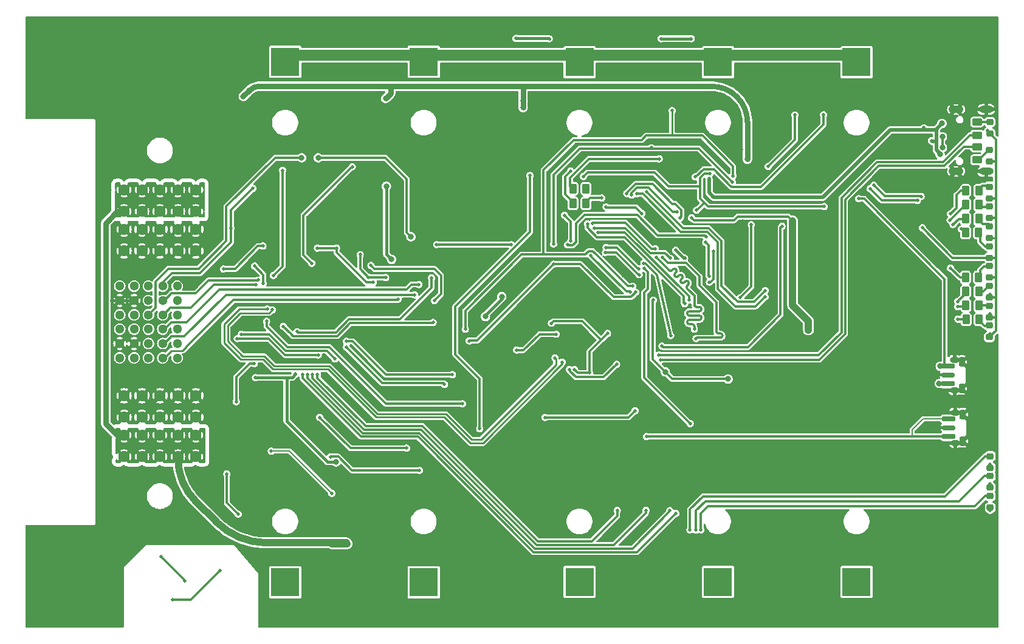
<source format=gbr>
%TF.GenerationSoftware,KiCad,Pcbnew,7.0.9-7.0.9~ubuntu23.04.1*%
%TF.CreationDate,2023-11-28T15:43:57+00:00*%
%TF.ProjectId,BATDATUNIT01,42415444-4154-4554-9e49-5430312e6b69,01A*%
%TF.SameCoordinates,Original*%
%TF.FileFunction,Copper,L1,Top*%
%TF.FilePolarity,Positive*%
%FSLAX46Y46*%
G04 Gerber Fmt 4.6, Leading zero omitted, Abs format (unit mm)*
G04 Created by KiCad (PCBNEW 7.0.9-7.0.9~ubuntu23.04.1) date 2023-11-28 15:43:57*
%MOMM*%
%LPD*%
G01*
G04 APERTURE LIST*
G04 Aperture macros list*
%AMRoundRect*
0 Rectangle with rounded corners*
0 $1 Rounding radius*
0 $2 $3 $4 $5 $6 $7 $8 $9 X,Y pos of 4 corners*
0 Add a 4 corners polygon primitive as box body*
4,1,4,$2,$3,$4,$5,$6,$7,$8,$9,$2,$3,0*
0 Add four circle primitives for the rounded corners*
1,1,$1+$1,$2,$3*
1,1,$1+$1,$4,$5*
1,1,$1+$1,$6,$7*
1,1,$1+$1,$8,$9*
0 Add four rect primitives between the rounded corners*
20,1,$1+$1,$2,$3,$4,$5,0*
20,1,$1+$1,$4,$5,$6,$7,0*
20,1,$1+$1,$6,$7,$8,$9,0*
20,1,$1+$1,$8,$9,$2,$3,0*%
G04 Aperture macros list end*
%TA.AperFunction,SMDPad,CuDef*%
%ADD10RoundRect,0.250000X0.450000X-0.262500X0.450000X0.262500X-0.450000X0.262500X-0.450000X-0.262500X0*%
%TD*%
%TA.AperFunction,ComponentPad*%
%ADD11R,4.000000X4.000000*%
%TD*%
%TA.AperFunction,SMDPad,CuDef*%
%ADD12RoundRect,0.250000X0.262500X0.450000X-0.262500X0.450000X-0.262500X-0.450000X0.262500X-0.450000X0*%
%TD*%
%TA.AperFunction,SMDPad,CuDef*%
%ADD13RoundRect,0.250000X-0.250000X0.200000X-0.250000X-0.200000X0.250000X-0.200000X0.250000X0.200000X0*%
%TD*%
%TA.AperFunction,SMDPad,CuDef*%
%ADD14RoundRect,0.250000X-0.262500X-0.450000X0.262500X-0.450000X0.262500X0.450000X-0.262500X0.450000X0*%
%TD*%
%TA.AperFunction,ComponentPad*%
%ADD15C,6.000000*%
%TD*%
%TA.AperFunction,SMDPad,CuDef*%
%ADD16RoundRect,0.187500X0.712500X-0.187500X0.712500X0.187500X-0.712500X0.187500X-0.712500X-0.187500X0*%
%TD*%
%TA.AperFunction,SMDPad,CuDef*%
%ADD17RoundRect,0.150000X0.750000X-0.150000X0.750000X0.150000X-0.750000X0.150000X-0.750000X-0.150000X0*%
%TD*%
%TA.AperFunction,ComponentPad*%
%ADD18O,1.300000X0.900000*%
%TD*%
%TA.AperFunction,SMDPad,CuDef*%
%ADD19RoundRect,0.225000X0.225000X-0.425000X0.225000X0.425000X-0.225000X0.425000X-0.225000X-0.425000X0*%
%TD*%
%TA.AperFunction,SMDPad,CuDef*%
%ADD20RoundRect,0.250000X-0.450000X0.262500X-0.450000X-0.262500X0.450000X-0.262500X0.450000X0.262500X0*%
%TD*%
%TA.AperFunction,ComponentPad*%
%ADD21C,1.300000*%
%TD*%
%TA.AperFunction,ComponentPad*%
%ADD22C,1.620000*%
%TD*%
%TA.AperFunction,ComponentPad*%
%ADD23O,2.000000X1.000000*%
%TD*%
%TA.AperFunction,ComponentPad*%
%ADD24O,2.100000X1.050000*%
%TD*%
%TA.AperFunction,ViaPad*%
%ADD25C,0.800000*%
%TD*%
%TA.AperFunction,ViaPad*%
%ADD26C,0.500000*%
%TD*%
%TA.AperFunction,Conductor*%
%ADD27C,0.400000*%
%TD*%
%TA.AperFunction,Conductor*%
%ADD28C,0.300000*%
%TD*%
%TA.AperFunction,Conductor*%
%ADD29C,0.200000*%
%TD*%
%TA.AperFunction,Conductor*%
%ADD30C,0.800000*%
%TD*%
%TA.AperFunction,Conductor*%
%ADD31C,1.000000*%
%TD*%
%TA.AperFunction,Conductor*%
%ADD32C,0.250000*%
%TD*%
%TA.AperFunction,Conductor*%
%ADD33C,0.500000*%
%TD*%
%TA.AperFunction,Conductor*%
%ADD34C,1.500000*%
%TD*%
G04 APERTURE END LIST*
D10*
%TO.P,R16,1*%
%TO.N,Net-(D1-K)*%
X132886000Y65551000D03*
%TO.P,R16,2*%
%TO.N,/UART_TX_LED*%
X132886000Y67376000D03*
%TD*%
D11*
%TO.P,BT1,1+,+*%
%TO.N,Net-(BT1A-+)*%
X36486000Y6626000D03*
%TO.P,BT1,1-,-*%
%TO.N,/liion/-BATT*%
X36486000Y79226000D03*
%TO.P,BT1,2+,+*%
%TO.N,Net-(BT1B-+)*%
X55786000Y6626000D03*
%TO.P,BT1,2-,-*%
%TO.N,/liion/-BATT*%
X55786000Y79226000D03*
%TD*%
D12*
%TO.P,R67,1*%
%TO.N,Net-(D14-K)*%
X133111000Y57320388D03*
%TO.P,R67,2*%
%TO.N,/liion/F*%
X131286000Y57320388D03*
%TD*%
%TO.P,R63,1*%
%TO.N,Net-(D10-K)*%
X133148500Y45245388D03*
%TO.P,R63,2*%
%TO.N,/liion/B*%
X131323500Y45245388D03*
%TD*%
%TO.P,R69,1*%
%TO.N,Net-(D16-K)*%
X133111000Y61245388D03*
%TO.P,R69,2*%
%TO.N,/liion/H*%
X131286000Y61245388D03*
%TD*%
D13*
%TO.P,D2,1,K*%
%TO.N,Net-(D2-K)*%
X134661000Y70826000D03*
%TO.P,D2,2,A*%
%TO.N,+3.3V*%
X134661000Y69226000D03*
%TD*%
D14*
%TO.P,TH2,1*%
%TO.N,Net-(U13-TS)*%
X76561000Y61526000D03*
%TO.P,TH2,2*%
%TO.N,Net-(R58-Pad2)*%
X78386000Y61526000D03*
%TD*%
D15*
%TO.P,H2,1,1*%
%TO.N,GND*%
X131826000Y78486000D03*
%TD*%
D16*
%TO.P,SW3,1,1*%
%TO.N,EXT_DETECTION_CHARGER*%
X128836000Y34301000D03*
X128836000Y36751000D03*
D17*
%TO.P,SW3,2,2*%
%TO.N,GND*%
X128836000Y35526000D03*
D18*
%TO.P,SW3,GND,SHIELD*%
X129736000Y33401000D03*
D19*
X130786000Y33676000D03*
X130786000Y37376000D03*
D18*
X129736000Y37651000D03*
%TD*%
D12*
%TO.P,TH1,1*%
%TO.N,Net-(U12-REG25)*%
X78386000Y59476000D03*
%TO.P,TH1,2*%
%TO.N,Net-(U12-P6{slash}TS)*%
X76561000Y59476000D03*
%TD*%
%TO.P,R65,1*%
%TO.N,Net-(D12-K)*%
X133098500Y49145388D03*
%TO.P,R65,2*%
%TO.N,/liion/D*%
X131273500Y49145388D03*
%TD*%
D13*
%TO.P,D4,1,K*%
%TO.N,Net-(D4-K)*%
X134711000Y18651000D03*
%TO.P,D4,2,A*%
%TO.N,+3.3V*%
X134711000Y17051000D03*
%TD*%
%TO.P,D12,1,K*%
%TO.N,Net-(D12-K)*%
X134611000Y50728041D03*
%TO.P,D12,2,A*%
%TO.N,+3.3V*%
X134611000Y49128041D03*
%TD*%
D15*
%TO.P,H1,1,1*%
%TO.N,GND*%
X9906000Y78486000D03*
%TD*%
D11*
%TO.P,BT2,1+,+*%
%TO.N,Net-(BT2A-+)*%
X77486000Y6676000D03*
%TO.P,BT2,1-,-*%
%TO.N,/liion/-BATT*%
X77486000Y79176000D03*
%TO.P,BT2,2+,+*%
%TO.N,Net-(BT2B-+)*%
X96786000Y6676000D03*
%TO.P,BT2,2-,-*%
%TO.N,/liion/-BATT*%
X96786000Y79176000D03*
%TO.P,BT2,3+,+*%
%TO.N,Net-(BT2C-+)*%
X116086000Y6676000D03*
%TO.P,BT2,3-,-*%
%TO.N,/liion/-BATT*%
X116086000Y79176000D03*
%TD*%
D13*
%TO.P,D16,1,K*%
%TO.N,Net-(D16-K)*%
X134611000Y61797430D03*
%TO.P,D16,2,A*%
%TO.N,+3.3V*%
X134611000Y60197430D03*
%TD*%
D20*
%TO.P,R22,1*%
%TO.N,Net-(D2-K)*%
X132886000Y70813500D03*
%TO.P,R22,2*%
%TO.N,/UART_RX_LED*%
X132886000Y68988500D03*
%TD*%
D13*
%TO.P,D1,1,K*%
%TO.N,Net-(D1-K)*%
X134561000Y66926000D03*
%TO.P,D1,2,A*%
%TO.N,+3.3V*%
X134561000Y65326000D03*
%TD*%
%TO.P,D3,1,K*%
%TO.N,Net-(D3-K)*%
X134711000Y24201000D03*
%TO.P,D3,2,A*%
%TO.N,+3.3V*%
X134711000Y22601000D03*
%TD*%
D15*
%TO.P,H4,1,1*%
%TO.N,GND*%
X131826000Y7366000D03*
%TD*%
D13*
%TO.P,D14,1,K*%
%TO.N,Net-(D14-K)*%
X134611000Y56262735D03*
%TO.P,D14,2,A*%
%TO.N,+3.3V*%
X134611000Y54662735D03*
%TD*%
D12*
%TO.P,R62,1*%
%TO.N,Net-(D9-K)*%
X133173500Y43295388D03*
%TO.P,R62,2*%
%TO.N,/liion/A*%
X131348500Y43295388D03*
%TD*%
%TO.P,R68,1*%
%TO.N,Net-(D15-K)*%
X133111000Y59295388D03*
%TO.P,R68,2*%
%TO.N,/liion/G*%
X131286000Y59295388D03*
%TD*%
D13*
%TO.P,D15,1,K*%
%TO.N,Net-(D15-K)*%
X134611000Y59030082D03*
%TO.P,D15,2,A*%
%TO.N,+3.3V*%
X134611000Y57430082D03*
%TD*%
%TO.P,D9,1,K*%
%TO.N,Net-(D9-K)*%
X134611000Y42426000D03*
%TO.P,D9,2,A*%
%TO.N,+3.3V*%
X134611000Y40826000D03*
%TD*%
%TO.P,D13,1,K*%
%TO.N,Net-(D13-K)*%
X134611000Y53495388D03*
%TO.P,D13,2,A*%
%TO.N,+3.3V*%
X134611000Y51895388D03*
%TD*%
%TO.P,D11,1,K*%
%TO.N,Net-(D11-K)*%
X134611000Y47960694D03*
%TO.P,D11,2,A*%
%TO.N,+3.3V*%
X134611000Y46360694D03*
%TD*%
D12*
%TO.P,R64,1*%
%TO.N,Net-(D11-K)*%
X133123500Y47195388D03*
%TO.P,R64,2*%
%TO.N,/liion/C*%
X131298500Y47195388D03*
%TD*%
D15*
%TO.P,H3,1,1*%
%TO.N,GND*%
X9906000Y7366000D03*
%TD*%
D13*
%TO.P,D5,1,K*%
%TO.N,Net-(D5-K)*%
X134711000Y21426000D03*
%TO.P,D5,2,A*%
%TO.N,+3.3V*%
X134711000Y19826000D03*
%TD*%
D12*
%TO.P,R66,1*%
%TO.N,Net-(D13-K)*%
X133098500Y55395388D03*
%TO.P,R66,2*%
%TO.N,/liion/E*%
X131273500Y55395388D03*
%TD*%
D21*
%TO.P,J4,A1*%
%TO.N,unconnected-(J4-PadA1)*%
X13436000Y37926000D03*
%TO.P,J4,A2*%
%TO.N,GND*%
X13436000Y39926000D03*
%TO.P,J4,A3*%
%TO.N,3v3_EXT*%
X13436000Y41926000D03*
%TO.P,J4,A4*%
%TO.N,5v_EXT*%
X13436000Y43926000D03*
%TO.P,J4,A5*%
%TO.N,GND*%
X13436000Y45926000D03*
%TO.P,J4,A6*%
%TO.N,unconnected-(J4-PadA6)*%
X13436000Y47926000D03*
%TO.P,J4,B1*%
%TO.N,unconnected-(J4-PadB1)*%
X15436000Y37926000D03*
%TO.P,J4,B2*%
%TO.N,GND*%
X15436000Y39926000D03*
%TO.P,J4,B3*%
%TO.N,3v3_EXT*%
X15436000Y41926000D03*
%TO.P,J4,B4*%
%TO.N,5v_EXT*%
X15436000Y43926000D03*
%TO.P,J4,B5*%
%TO.N,GND*%
X15436000Y45926000D03*
%TO.P,J4,B6*%
%TO.N,unconnected-(J4-PadB6)*%
X15436000Y47926000D03*
%TO.P,J4,C1*%
%TO.N,/SCL_OUT*%
X17436000Y37926000D03*
%TO.P,J4,C2*%
%TO.N,/SDA_OUT*%
X17436000Y39926000D03*
%TO.P,J4,C3*%
%TO.N,unconnected-(J4-PadC3)*%
X17436000Y41926000D03*
%TO.P,J4,C4*%
%TO.N,RST#*%
X17436000Y43926000D03*
%TO.P,J4,C5*%
%TO.N,unconnected-(J4-PadC5)*%
X17436000Y45926000D03*
%TO.P,J4,C6*%
%TO.N,unconnected-(J4-PadC6)*%
X17436000Y47926000D03*
%TO.P,J4,D1*%
%TO.N,/SCLK_OUT*%
X19436000Y37926000D03*
%TO.P,J4,D2*%
%TO.N,/MISO_OUT*%
X19436000Y39926000D03*
%TO.P,J4,D3*%
%TO.N,/MOSI_OUT*%
X19436000Y41926000D03*
%TO.P,J4,D4*%
%TO.N,/EXT_A0*%
X19436000Y43926000D03*
%TO.P,J4,D5*%
%TO.N,/EXT_A1*%
X19436000Y45926000D03*
%TO.P,J4,D6*%
%TO.N,/EXT_DETECTION*%
X19436000Y47926000D03*
%TO.P,J4,E1*%
%TO.N,/EXT_C0*%
X21436000Y37926000D03*
%TO.P,J4,E2*%
%TO.N,/EXT_C1*%
X21436000Y39926000D03*
%TO.P,J4,E3*%
%TO.N,/EXT_TX*%
X21436000Y41926000D03*
%TO.P,J4,E4*%
%TO.N,/EXT_RX*%
X21436000Y43926000D03*
%TO.P,J4,E5*%
%TO.N,/EXT_B0*%
X21436000Y45926000D03*
%TO.P,J4,E6*%
%TO.N,/EXT_B1*%
X21436000Y47926000D03*
D22*
%TO.P,J4,P1*%
%TO.N,+BATT*%
X24036000Y27146000D03*
X21536000Y27146000D03*
X19036000Y27146000D03*
X16536000Y27146000D03*
X14036000Y27146000D03*
X24036000Y24146000D03*
X21536000Y24146000D03*
X19036000Y24146000D03*
X16536000Y24146000D03*
X14036000Y24146000D03*
%TO.P,J4,P2*%
%TO.N,GND*%
X24036000Y32646000D03*
X21536000Y32646000D03*
X19036000Y32646000D03*
X16536000Y32646000D03*
X14036000Y32646000D03*
X24036000Y29646000D03*
X21536000Y29646000D03*
X19036000Y29646000D03*
X16536000Y29646000D03*
X14036000Y29646000D03*
%TO.P,J4,P3*%
X24036000Y55856000D03*
X21536000Y55856000D03*
X19036000Y55856000D03*
X16536000Y55856000D03*
X14036000Y55856000D03*
X24036000Y52856000D03*
X21536000Y52856000D03*
X19036000Y52856000D03*
X16536000Y52856000D03*
X14036000Y52856000D03*
%TO.P,J4,P4*%
%TO.N,+BATT*%
X24036000Y61356000D03*
X21536000Y61356000D03*
X19036000Y61356000D03*
X16536000Y61356000D03*
X14036000Y61356000D03*
X24036000Y58356000D03*
X21536000Y58356000D03*
X19036000Y58356000D03*
X16536000Y58356000D03*
X14036000Y58356000D03*
%TD*%
D16*
%TO.P,SW1,1,1*%
%TO.N,/BTN_USER_A*%
X128936000Y26951000D03*
X128936000Y29401000D03*
D17*
%TO.P,SW1,2,2*%
%TO.N,GND*%
X128936000Y28176000D03*
D18*
%TO.P,SW1,GND,SHIELD*%
X129836000Y26051000D03*
D19*
X130886000Y26326000D03*
X130886000Y30026000D03*
D18*
X129836000Y30301000D03*
%TD*%
D13*
%TO.P,D10,1,K*%
%TO.N,Net-(D10-K)*%
X134611000Y45193347D03*
%TO.P,D10,2,A*%
%TO.N,+3.3V*%
X134611000Y43593347D03*
%TD*%
D23*
%TO.P,J1,G1,SHIELD*%
%TO.N,GND*%
X134136000Y72576000D03*
%TO.P,J1,G2,SHIELD*%
X134136000Y63936000D03*
D24*
%TO.P,J1,G3,SHIELD*%
X129956000Y72576000D03*
%TO.P,J1,G4,SHIELD*%
X129956000Y63936000D03*
%TD*%
D25*
%TO.N,GND*%
X61735800Y74443800D03*
X59145000Y69770200D03*
X48248400Y7591000D03*
X39485400Y69592400D03*
D26*
X27736000Y12526000D03*
D25*
X52414000Y18182800D03*
D26*
X43986000Y57126000D03*
X64711000Y39976000D03*
D25*
X118809600Y22653200D03*
X104386000Y48926000D03*
X60491200Y68627200D03*
D26*
X127311000Y28201000D03*
X32536000Y51926000D03*
D25*
X86780200Y9800800D03*
X126048600Y57959200D03*
X120130400Y62988400D03*
D26*
X26336000Y50326000D03*
D25*
X64656800Y56790800D03*
D26*
X56486000Y24226000D03*
D25*
X36600000Y68000000D03*
X53887200Y23720000D03*
X106566800Y14677600D03*
X38418600Y59584800D03*
X60415000Y74723200D03*
D26*
X89574200Y47799200D03*
X46064000Y13585400D03*
X44681263Y28200000D03*
D25*
X42177800Y74215200D03*
X104331600Y39823600D03*
D26*
X82886000Y54026000D03*
D25*
X112886000Y49226000D03*
D26*
X131611000Y66726000D03*
X51486000Y48226000D03*
X37286000Y54876000D03*
D25*
X78449000Y28317400D03*
X40882400Y51990200D03*
X70486000Y70326000D03*
X68186000Y38026000D03*
D26*
X38236000Y45076000D03*
D25*
X54186000Y43726000D03*
X123991200Y6549600D03*
X44986000Y59726000D03*
D26*
X71561000Y62576000D03*
D25*
X58256000Y28774600D03*
D26*
X45962400Y15973000D03*
D25*
X125566000Y28063400D03*
X40628400Y27631600D03*
D26*
X81086000Y42726000D03*
X40486000Y23100000D03*
X115986000Y51501000D03*
D25*
X116218800Y29968400D03*
X98786000Y48626000D03*
D26*
X40386000Y20276000D03*
X94882800Y48891400D03*
D25*
X21756200Y74266000D03*
X111519800Y64944200D03*
X18650000Y69800000D03*
X49848600Y23491400D03*
X20232200Y70405200D03*
X103747400Y22627800D03*
D26*
X95786000Y47596000D03*
D25*
X70286000Y34326000D03*
X62066000Y32940200D03*
X40603000Y63699600D03*
X68390600Y7413200D03*
D26*
X35850000Y45200000D03*
D25*
X20283000Y75028000D03*
X69914600Y66646000D03*
X71006800Y53590400D03*
D26*
X81621811Y47861811D03*
X93086000Y54326000D03*
X47816600Y13407600D03*
D25*
X89345600Y64207600D03*
X88202600Y29409600D03*
X104026800Y31873400D03*
X30112800Y18182800D03*
D26*
X72186000Y66676000D03*
D25*
X53686000Y67426000D03*
X85383200Y13433000D03*
D26*
X37036000Y51926000D03*
D25*
X32186000Y64626000D03*
X56960600Y38020200D03*
D26*
X125986000Y65901000D03*
D25*
X120257400Y37512200D03*
X117786000Y53726000D03*
X117692000Y11096200D03*
X55186000Y55326000D03*
D26*
X74986000Y53426000D03*
D25*
X47080000Y63471000D03*
D26*
X84986000Y42326000D03*
D25*
X66486000Y71066000D03*
X102706000Y76247200D03*
X53176000Y39163200D03*
D26*
X118361000Y48451000D03*
X89086000Y57026000D03*
D25*
X56186000Y44826000D03*
X70448000Y30578000D03*
D26*
X47740400Y16455600D03*
D25*
X94186000Y32226000D03*
D26*
X41936000Y40376000D03*
D25*
X112129400Y43913000D03*
X83910000Y15109400D03*
X119836000Y67151000D03*
X110586000Y58026000D03*
X31306600Y21459400D03*
X119698600Y75078800D03*
X55386000Y65926000D03*
D26*
X40186000Y57126000D03*
X77686000Y54826000D03*
D25*
X62586000Y43126000D03*
D26*
X44486000Y32726000D03*
D25*
X46836000Y70761000D03*
X59186000Y68326000D03*
X30773200Y26945800D03*
X30486000Y42426000D03*
X40628400Y74697800D03*
D26*
X62066000Y28520600D03*
X80311000Y37526000D03*
X71565600Y58949800D03*
D25*
X40577600Y44471800D03*
X41009400Y68474800D03*
X26289988Y70909000D03*
D26*
X127648500Y71576000D03*
D25*
X46486000Y30926000D03*
X48886000Y55476000D03*
X44133600Y49856600D03*
X68949400Y49069200D03*
X33786000Y73126000D03*
X52686000Y41876000D03*
D26*
X78136000Y66276000D03*
D25*
X83021000Y32356000D03*
X74086000Y49126000D03*
X47786000Y41426000D03*
X100953400Y42516000D03*
D26*
X59729200Y26463200D03*
D25*
X41923800Y15846000D03*
X37336000Y42926000D03*
X44786000Y35726000D03*
D26*
X74686000Y58626000D03*
X34836000Y56176000D03*
X24036000Y12301000D03*
D25*
X31535200Y16404800D03*
X77886000Y39826000D03*
X76686000Y47626000D03*
X100186000Y56826000D03*
X99886500Y67026000D03*
D26*
X52134600Y26133000D03*
D25*
X104890400Y56790800D03*
D26*
X120986000Y51251000D03*
D25*
X73136000Y46376000D03*
X62751800Y62836000D03*
X37504200Y62175600D03*
D26*
X74561000Y62176000D03*
X125986000Y63901000D03*
D25*
X22866000Y75826000D03*
X74893000Y20799000D03*
X45986000Y24526000D03*
X38774200Y18716200D03*
D26*
X76036000Y43625500D03*
X97911000Y61251000D03*
D25*
X83686000Y49526000D03*
X104986000Y61826000D03*
X58891000Y19656000D03*
X118036000Y68876000D03*
D26*
X34486000Y39326000D03*
X131136000Y69226000D03*
X96361000Y63126000D03*
D25*
X65486000Y30526000D03*
X57494000Y73377000D03*
D26*
%TO.N,Net-(JP4-B)*%
X42986000Y19026000D03*
X34536000Y24926000D03*
D25*
%TO.N,RST#*%
X41086000Y65826000D03*
X54000000Y54826000D03*
X38786000Y65826000D03*
D26*
%TO.N,/DTR*%
X57586000Y53726000D03*
X67986000Y53726000D03*
D25*
%TO.N,3v3_SD*%
X89436500Y35976000D03*
D26*
X87789649Y45978560D03*
D25*
X98186000Y34976000D03*
%TO.N,+VSW*%
X69636000Y73786000D03*
X69636000Y72836000D03*
X31486000Y75256000D03*
X30661000Y74381000D03*
X51186000Y74806000D03*
X100886000Y65626000D03*
X50486000Y74106000D03*
D26*
%TO.N,/LED_U1*%
X40985503Y35626000D03*
X82736000Y16651000D03*
D25*
%TO.N,+BATT*%
X109386000Y41826000D03*
X42965196Y12006000D03*
X44032000Y12006000D03*
D26*
X93086500Y57452983D03*
D25*
X107186000Y56028800D03*
X45124202Y12005996D03*
X109386000Y43046000D03*
D26*
X84749406Y60638288D03*
D25*
X107186000Y57026000D03*
D26*
X91086000Y58326000D03*
%TO.N,Net-(JP5-C)*%
X91486000Y57426500D03*
X84080522Y60842978D03*
D25*
%TO.N,/D+*%
X128048500Y67256500D03*
X128048500Y68755500D03*
D26*
%TO.N,SCL_I2C*%
X73877000Y53816994D03*
X62120266Y40291734D03*
X73886000Y51000000D03*
X29936007Y16125993D03*
X85310429Y47075500D03*
X28361000Y21726000D03*
X87495742Y67228725D03*
X98808027Y62462098D03*
%TO.N,SDA_I2C*%
X19232447Y10229553D03*
X98900000Y63319000D03*
X90386000Y72426000D03*
X61586000Y41926000D03*
X84886000Y47926000D03*
X22509750Y6852250D03*
%TO.N,/LED_U3*%
X90086000Y16626000D03*
X39586000Y35626000D03*
%TO.N,/LED_U2*%
X86752666Y16659334D03*
X40286000Y35626000D03*
%TO.N,/buzzer*%
X90936000Y16226000D03*
X38886572Y35615765D03*
%TO.N,/mode*%
X76286000Y54226000D03*
X75386000Y57825000D03*
%TO.N,/liion/A*%
X130211000Y43320388D03*
%TO.N,/liion/B*%
X130161000Y45070388D03*
%TO.N,/liion/C*%
X130186000Y45795388D03*
%TO.N,/liion/D*%
X129186000Y50426000D03*
%TO.N,/liion/E*%
X130711000Y55895388D03*
%TO.N,/liion/P2*%
X86859911Y61076000D03*
X103386000Y47326000D03*
%TO.N,/liion/P1*%
X103359911Y46452089D03*
X85486500Y60793572D03*
D25*
%TO.N,VBUS*%
X127986000Y70626000D03*
D26*
X95605688Y60963516D03*
X105686000Y56276000D03*
X95538819Y62924938D03*
D25*
X127715061Y66314256D03*
D26*
X88986000Y39576000D03*
X125486000Y70026000D03*
X126519465Y68233095D03*
X101486000Y60326000D03*
X105486000Y60326000D03*
%TO.N,/liion/CH_PG*%
X111486000Y71826000D03*
X93611682Y63176500D03*
%TO.N,EXT_PWR_3v3_EN*%
X40186000Y51126000D03*
X45824530Y64576000D03*
%TO.N,EXT_PWR_5v_EN*%
X36136000Y64076000D03*
X34849589Y49414589D03*
%TO.N,/BTN_USER_A*%
X61186000Y31526000D03*
X86836000Y26951000D03*
X33886000Y43026000D03*
%TO.N,/BTN_USER_B*%
X27899000Y50326000D03*
X33386000Y53526000D03*
%TO.N,USB_FTDI_D+*%
X92135500Y51826000D03*
X90886000Y52926000D03*
%TO.N,/CS_SD*%
X88022797Y53164056D03*
X79336000Y56726000D03*
%TO.N,/liion/CH_STAT*%
X107511000Y71801000D03*
X103786000Y64626000D03*
%TO.N,/UART_TX_LED*%
X82661000Y37026000D03*
X76086997Y36300000D03*
X88787107Y37673122D03*
%TO.N,/UART_RX_LED*%
X88536000Y38326000D03*
%TO.N,Net-(U12-REG25)*%
X80586000Y60226000D03*
%TO.N,3v3_SD_CTRL*%
X85236500Y30551000D03*
X41286000Y29626000D03*
X72661000Y29626000D03*
X53386000Y25326000D03*
%TO.N,/EXT_DETECTION*%
X28936000Y56026000D03*
X31986000Y61576000D03*
%TO.N,+3.3V*%
X134661000Y44045388D03*
D25*
X64386000Y43694000D03*
D26*
X73261000Y82426000D03*
X95086000Y54026000D03*
D25*
X50586000Y61870806D03*
D26*
X93061000Y82451000D03*
X134686000Y23051000D03*
D25*
X66663400Y46478400D03*
D26*
X134686000Y20326000D03*
X78886000Y35826000D03*
D25*
X43566000Y23406000D03*
D26*
X20784750Y4154750D03*
X37911000Y35651000D03*
X134686000Y16651000D03*
X81386000Y41326000D03*
X68636000Y82476000D03*
X85719459Y50359459D03*
X81186000Y53326000D03*
X134686000Y46776000D03*
D25*
X51311000Y51651000D03*
D26*
X95586500Y49326500D03*
X73586000Y42751000D03*
X76786500Y36300000D03*
X125261000Y56076000D03*
X88886000Y82451000D03*
X134361000Y69626000D03*
X27420400Y8226000D03*
X32336000Y35176000D03*
X134661000Y41270388D03*
%TO.N,/SDA_USB*%
X68736000Y39006000D03*
X74236000Y41226000D03*
%TO.N,Net-(D3-K)*%
X92886000Y13926000D03*
%TO.N,/liion/F*%
X129536000Y56514589D03*
%TO.N,/liion/G*%
X129122411Y57114589D03*
%TO.N,/liion/H*%
X129161000Y58001000D03*
%TO.N,Net-(D7-A)*%
X124561000Y59876000D03*
X117986000Y61526000D03*
%TO.N,Net-(JP1-C)*%
X84512089Y47099911D03*
X79086000Y52226500D03*
%TO.N,Net-(U1-KVBUS)*%
X99886000Y46326000D03*
X101428459Y56488788D03*
%TO.N,Net-(D4-K)*%
X94409342Y13926814D03*
%TO.N,Net-(D5-K)*%
X93710264Y13902442D03*
%TO.N,Net-(U13-TS)*%
X76236000Y61826000D03*
X88586000Y65676000D03*
%TO.N,Net-(D8-A)*%
X118483312Y62017935D03*
X125086000Y60450500D03*
%TO.N,Net-(U12-P6{slash}TS)*%
X76236000Y63975500D03*
%TO.N,/#ENUM_FTDI_USB*%
X57086000Y42876000D03*
X36236000Y42326000D03*
%TO.N,/#RTS*%
X33993756Y44745769D03*
X75086000Y37326000D03*
%TO.N,/#CTS*%
X34686000Y44626000D03*
X74086000Y37926000D03*
%TO.N,/EXT_DETECTION_MCU*%
X32236000Y50726000D03*
X33436000Y48326000D03*
%TO.N,Net-(Q7-S)*%
X81186000Y58976000D03*
X86186000Y58076000D03*
%TO.N,/FREF*%
X96186000Y52828400D03*
X95592774Y48472656D03*
%TO.N,Net-(U10-INTA)*%
X42786000Y24126000D03*
X55186000Y22226000D03*
%TO.N,Net-(R58-Pad2)*%
X78136000Y61226000D03*
%TO.N,/mode_max*%
X81109626Y52630679D03*
X85785500Y49526000D03*
%TO.N,/USB_RXD*%
X44981000Y39431000D03*
X58686000Y34226000D03*
%TO.N,/CDAT1*%
X93486000Y41926000D03*
X88167017Y51907017D03*
%TO.N,/CDAT0*%
X89024556Y51964556D03*
X93736000Y40626000D03*
%TO.N,/CDAT3*%
X92906000Y28756000D03*
X86526624Y50425500D03*
%TO.N,/CDAT2*%
X86456814Y51121511D03*
X90186000Y41026000D03*
%TO.N,/USB_TXD*%
X44986000Y40231000D03*
X59786000Y35576000D03*
%TO.N,/RST#_P*%
X48757801Y48445776D03*
X43636000Y53226000D03*
X40986000Y53226000D03*
%TO.N,/SCLK_MCU*%
X50486000Y49126000D03*
X46936000Y52325500D03*
X48086000Y49161200D03*
%TO.N,/MISO_MCU*%
X48436000Y50826000D03*
X57286000Y45926000D03*
%TO.N,/SPI_MUX_SEL*%
X56864526Y49075500D03*
X38136000Y41575500D03*
%TO.N,/MOSI_SD*%
X92136000Y45476000D03*
X78589091Y56625087D03*
%TO.N,/MISO_SD*%
X90135500Y51826000D03*
X79536000Y56026000D03*
%TO.N,/SCLK_SD*%
X92736000Y45976000D03*
X80086000Y55426000D03*
%TO.N,/SCLK_OUT*%
X52235360Y46126500D03*
%TO.N,/MISO_OUT*%
X54486000Y46726000D03*
%TO.N,/MOSI_OUT*%
X55097661Y48162161D03*
%TO.N,/EXT_A0*%
X32386000Y48126000D03*
%TO.N,/EXT_A1*%
X32769397Y48771395D03*
%TO.N,/EXT_TX*%
X41086000Y38326000D03*
X29812089Y40599911D03*
%TO.N,/EXT_RX*%
X43436000Y37776000D03*
X30386000Y41226000D03*
%TO.N,/EXT_I2C_EN*%
X32186000Y37126000D03*
X29661000Y31826000D03*
%TO.N,EXT_DETECTION_CHARGER*%
X63586000Y28026000D03*
X78036000Y63226000D03*
X93786000Y58526000D03*
X95650466Y63615471D03*
X111586000Y59026000D03*
D25*
X127750000Y36750000D03*
D26*
X116386000Y60126000D03*
D25*
X127600000Y34350000D03*
D26*
X70585996Y63376000D03*
%TO.N,/mode_osc*%
X75849024Y53679780D03*
X95109911Y54849911D03*
%TD*%
D27*
%TO.N,GND*%
X127311000Y28201000D02*
X127336000Y28176000D01*
X15436000Y45926000D02*
X12286000Y45926000D01*
X128936000Y28176000D02*
X127311000Y28201000D01*
X128801000Y35576000D02*
X127211000Y35576000D01*
D28*
%TO.N,Net-(D13-K)*%
X133298500Y55376000D02*
X133298500Y54138300D01*
X133960800Y53476000D02*
X134811000Y53476000D01*
X133298500Y54138300D02*
X133960800Y53476000D01*
D29*
%TO.N,Net-(JP4-B)*%
X34536000Y24926000D02*
X37086000Y24926000D01*
X37086000Y24926000D02*
X42986000Y19026000D01*
D28*
%TO.N,RST#*%
X28286000Y54226000D02*
X24436000Y50376000D01*
X53436000Y62826000D02*
X50436000Y65826000D01*
X28286000Y59026000D02*
X28286000Y54226000D01*
X18436000Y44926000D02*
X17436000Y43926000D01*
X20236000Y50376000D02*
X18436000Y48576000D01*
X54000000Y54826000D02*
X53436000Y55390000D01*
X35086000Y65826000D02*
X28286000Y59026000D01*
X53436000Y55390000D02*
X53436000Y62826000D01*
X24436000Y50376000D02*
X20236000Y50376000D01*
X50436000Y65826000D02*
X41086000Y65826000D01*
X18436000Y48576000D02*
X18436000Y44926000D01*
X38786000Y65826000D02*
X35086000Y65826000D01*
%TO.N,/DTR*%
X67986000Y53726000D02*
X57586000Y53726000D01*
%TO.N,3v3_SD*%
X87686000Y45874911D02*
X87686000Y37726500D01*
X87789649Y45978560D02*
X87686000Y45874911D01*
X90436500Y34976000D02*
X98186000Y34976000D01*
X87686000Y37726500D02*
X89436500Y35976000D01*
X89436500Y35976000D02*
X90436500Y34976000D01*
D30*
%TO.N,+VSW*%
X51186000Y74806000D02*
X51186000Y75806000D01*
X51186000Y74806000D02*
X50486000Y74106000D01*
X100886000Y65626000D02*
X100886000Y70806000D01*
X31486000Y75256000D02*
X31536000Y75256000D01*
X95886000Y75806000D02*
X51186000Y75806000D01*
X69636000Y73786000D02*
X69636000Y72836000D01*
X30661000Y74431000D02*
X31486000Y75256000D01*
X32863814Y75806000D02*
X51186000Y75806000D01*
X69636000Y73786000D02*
X69636000Y75816000D01*
X32863814Y75805992D02*
G75*
G03*
X31536001Y75255999I-14J-1877792D01*
G01*
X100886000Y70806000D02*
G75*
G03*
X95886000Y75806000I-5000000J0D01*
G01*
D28*
%TO.N,/LED_U1*%
X79186000Y12326000D02*
X71693106Y12326000D01*
X71693106Y12326000D02*
X55593106Y28426000D01*
X40985503Y35126497D02*
X40985503Y35626000D01*
X47686000Y28426000D02*
X40985503Y35126497D01*
X55593106Y28426000D02*
X47686000Y28426000D01*
X82736000Y16651000D02*
X82736000Y15876000D01*
X82736000Y15876000D02*
X79186000Y12326000D01*
%TO.N,+BATT*%
X107186000Y57026000D02*
X106586000Y57626000D01*
D30*
X14036000Y58356000D02*
X13116000Y58356000D01*
X11486000Y28726000D02*
X13066000Y27146000D01*
D28*
X84749406Y60905007D02*
X84749406Y60638288D01*
D31*
X109386000Y41826000D02*
X109386000Y43046000D01*
D28*
X99036000Y57126000D02*
X93413483Y57126000D01*
D31*
X107186000Y57026000D02*
X107186000Y45246000D01*
X42965196Y12006000D02*
X44032000Y12006000D01*
X33886000Y12126000D02*
X45004198Y12126000D01*
X24043477Y17886878D02*
X26858487Y15071868D01*
D28*
X99536000Y57626000D02*
X99036000Y57126000D01*
D31*
X45124198Y12006000D02*
X45124202Y12005996D01*
X45004198Y12126000D02*
X45124202Y12005996D01*
X44032000Y12006000D02*
X45124198Y12006000D01*
X107186000Y45246000D02*
X109386000Y43046000D01*
D30*
X13116000Y58356000D02*
X11486000Y56726000D01*
D28*
X106586000Y57626000D02*
X99536000Y57626000D01*
D30*
X13066000Y27146000D02*
X14036000Y27146000D01*
D28*
X85520399Y61676000D02*
X84749406Y60905007D01*
X90458440Y58326000D02*
X87108440Y61676000D01*
D30*
X11486000Y56726000D02*
X11486000Y28726000D01*
D28*
X93413483Y57126000D02*
X93086500Y57452983D01*
X87108440Y61676000D02*
X85520399Y61676000D01*
X91086000Y58326000D02*
X90458440Y58326000D01*
D31*
X26858495Y15068861D02*
G75*
G03*
X33886000Y12126000I7105305J7105139D01*
G01*
X21549431Y23907911D02*
G75*
G03*
X24043477Y17886878I8515209J129D01*
G01*
D28*
%TO.N,Net-(JP5-C)*%
X84080522Y60943229D02*
X84080522Y60842978D01*
X91486000Y57426500D02*
X91686000Y57626500D01*
X90436000Y59426000D02*
X87686000Y62176000D01*
X87686000Y62176000D02*
X85313293Y62176000D01*
X90834529Y59426000D02*
X90436000Y59426000D01*
X91686000Y58574529D02*
X90834529Y59426000D01*
X91686000Y57626500D02*
X91686000Y58574529D01*
X85313293Y62176000D02*
X84080522Y60943229D01*
%TO.N,Net-(D9-K)*%
X133373500Y42912700D02*
X133373500Y43276000D01*
X134811000Y42406612D02*
X133879588Y42406612D01*
X133879588Y42406612D02*
X133373500Y42912700D01*
%TO.N,Net-(D10-K)*%
X133348500Y45226000D02*
X134758959Y45226000D01*
X134758959Y45226000D02*
X134811000Y45173959D01*
%TO.N,/D+*%
X128048500Y67256500D02*
X128048500Y68755500D01*
%TO.N,SCL_I2C*%
X94144125Y67126000D02*
X98808027Y62462098D01*
X77536000Y67126000D02*
X73877000Y63467000D01*
X86074000Y67126000D02*
X94144125Y67126000D01*
X73877000Y63467000D02*
X73877000Y53816994D01*
X85310429Y47075500D02*
X85310429Y47050429D01*
X62154532Y40326000D02*
X63212000Y40326000D01*
X28361000Y21726000D02*
X28361000Y17701000D01*
X77635800Y51000000D02*
X73886000Y51000000D01*
X63212000Y40326000D02*
X73886000Y51000000D01*
X84660000Y46400000D02*
X82235800Y46400000D01*
X85310429Y47050429D02*
X84660000Y46400000D01*
X28361000Y17701000D02*
X29936007Y16125993D01*
X86074000Y67126000D02*
X77536000Y67126000D01*
X82235800Y46400000D02*
X77635800Y51000000D01*
X62120266Y40291734D02*
X62154532Y40326000D01*
%TO.N,SDA_I2C*%
X98900000Y64612000D02*
X94586000Y68926000D01*
X79335029Y52826000D02*
X78786000Y52826000D01*
X19232447Y10179553D02*
X22509750Y6902250D01*
X72486000Y52376000D02*
X72486000Y64126000D01*
X78786000Y52826000D02*
X78286000Y52326000D01*
X61586000Y41926000D02*
X61586000Y44526000D01*
X72536000Y52326000D02*
X72486000Y52376000D01*
X78286000Y52326000D02*
X72536000Y52326000D01*
D32*
X90386000Y72426000D02*
X90386000Y68926000D01*
D28*
X84225339Y47926000D02*
X79686000Y52465339D01*
X22509750Y6902250D02*
X22509750Y6852250D01*
X86786000Y68926000D02*
X90386000Y68926000D01*
X61586000Y44526000D02*
X69386000Y52326000D01*
X94586000Y68926000D02*
X90386000Y68926000D01*
X84886000Y47926000D02*
X84225339Y47926000D01*
X72486000Y64126000D02*
X76686000Y68326000D01*
X98900000Y63319000D02*
X98900000Y64612000D01*
X79686000Y52465339D02*
X79686000Y52475029D01*
X79686000Y52475029D02*
X79335029Y52826000D01*
X19232447Y10229553D02*
X19232447Y10179553D01*
X76686000Y68326000D02*
X86186000Y68326000D01*
X69386000Y52326000D02*
X72436000Y52326000D01*
X86186000Y68326000D02*
X86786000Y68926000D01*
%TO.N,/LED_U3*%
X84886000Y11326000D02*
X71278893Y11326000D01*
X39586000Y35111788D02*
X39586000Y35626000D01*
X90086000Y16526000D02*
X84886000Y11326000D01*
X47271788Y27426000D02*
X39586000Y35111788D01*
X90086000Y16626000D02*
X90086000Y16526000D01*
X71278893Y11326000D02*
X55178894Y27426000D01*
X55178894Y27426000D02*
X47271788Y27426000D01*
%TO.N,/LED_U2*%
X40286000Y35118894D02*
X40286000Y35626000D01*
X82261000Y11826000D02*
X71486000Y11826000D01*
X71486000Y11826000D02*
X55386000Y27926000D01*
X47478894Y27926000D02*
X40286000Y35118894D01*
X55386000Y27926000D02*
X47478894Y27926000D01*
X86752666Y16317666D02*
X82261000Y11826000D01*
X86752666Y16659334D02*
X86752666Y16317666D01*
%TO.N,/buzzer*%
X90936000Y16226000D02*
X90886000Y16226000D01*
X85486000Y10826000D02*
X71071788Y10826000D01*
X54971788Y26926000D02*
X47064682Y26926000D01*
X90886000Y16226000D02*
X85486000Y10826000D01*
X38886572Y35104110D02*
X38886572Y35615765D01*
X47064682Y26926000D02*
X38886572Y35104110D01*
X71071788Y10826000D02*
X54971788Y26926000D01*
%TO.N,/mode*%
X76286000Y54226000D02*
X76286000Y56925000D01*
X76286000Y56925000D02*
X75386000Y57825000D01*
%TO.N,/liion/A*%
X130411000Y43301000D02*
X131523500Y43301000D01*
X131523500Y43301000D02*
X131548500Y43276000D01*
%TO.N,/liion/B*%
X131348500Y45051000D02*
X131523500Y45226000D01*
X130361000Y45051000D02*
X131348500Y45051000D01*
%TO.N,/liion/C*%
X130186000Y45795388D02*
X130186000Y45826000D01*
X131248500Y46888500D02*
X131498500Y46888500D01*
X130186000Y45826000D02*
X131248500Y46888500D01*
%TO.N,/liion/D*%
X129186000Y50426000D02*
X130486000Y49126000D01*
X130486000Y49126000D02*
X131473500Y49126000D01*
%TO.N,/liion/E*%
X130911000Y55876000D02*
X131411000Y55376000D01*
X131411000Y55376000D02*
X131473500Y55376000D01*
%TO.N,/liion/P2*%
X103386000Y47326000D02*
X101786000Y45726000D01*
X91909911Y56026000D02*
X86859911Y61076000D01*
X99536000Y45726000D02*
X97286000Y47976000D01*
X97286000Y47976000D02*
X97286000Y54233106D01*
X97286000Y54233106D02*
X95493106Y56026000D01*
X95493106Y56026000D02*
X91909911Y56026000D01*
X101786000Y45726000D02*
X99536000Y45726000D01*
%TO.N,/liion/P1*%
X96786000Y54026000D02*
X95286000Y55526000D01*
X86293810Y60793572D02*
X85486500Y60793572D01*
X99236000Y45101000D02*
X96786000Y47551000D01*
X103359911Y46452089D02*
X102008822Y45101000D01*
X96786000Y47551000D02*
X96786000Y54026000D01*
X91561382Y55526000D02*
X86293810Y60793572D01*
X95286000Y55526000D02*
X91561382Y55526000D01*
X102008822Y45101000D02*
X99236000Y45101000D01*
D33*
%TO.N,VBUS*%
X127198500Y69838500D02*
X127198500Y68126000D01*
X96186000Y60326000D02*
X101486000Y60326000D01*
D28*
X125486000Y69834218D02*
X125386000Y69734218D01*
X105486000Y56076000D02*
X105486000Y43951000D01*
D33*
X126626560Y68126000D02*
X126519465Y68233095D01*
X120794218Y69734218D02*
X111386000Y60326000D01*
X127696418Y66332899D02*
X127696418Y66406500D01*
X95538819Y62924938D02*
X95538819Y60973181D01*
X127715061Y66314256D02*
X127696418Y66332899D01*
X127198500Y68126000D02*
X126626560Y68126000D01*
X95538819Y60973181D02*
X96186000Y60326000D01*
D28*
X100961000Y39426000D02*
X89136000Y39426000D01*
D33*
X127198500Y66904418D02*
X127198500Y68126000D01*
X107586000Y60326000D02*
X105486000Y60326000D01*
X127986000Y70626000D02*
X127198500Y69838500D01*
X127040282Y69734218D02*
X120794218Y69734218D01*
X127696418Y66406500D02*
X127198500Y66904418D01*
D28*
X105686000Y56276000D02*
X105486000Y56076000D01*
X89136000Y39426000D02*
X88986000Y39576000D01*
X105486000Y43951000D02*
X100961000Y39426000D01*
D33*
X111386000Y60326000D02*
X101486000Y60326000D01*
D28*
X125486000Y70026000D02*
X125486000Y69834218D01*
%TO.N,/liion/CH_PG*%
X111486000Y70476000D02*
X111486000Y71826000D01*
X93611682Y63176500D02*
X93729394Y63176500D01*
X102758884Y61748884D02*
X111486000Y70476000D01*
X96195596Y64226000D02*
X98559498Y61862098D01*
X98681136Y61748884D02*
X102758884Y61748884D01*
X98567922Y61862098D02*
X98681136Y61748884D01*
X98559498Y61862098D02*
X98567922Y61862098D01*
X93729394Y63176500D02*
X94778894Y64226000D01*
X94778894Y64226000D02*
X96195596Y64226000D01*
%TO.N,EXT_PWR_3v3_EN*%
X45786000Y64576000D02*
X39036000Y57826000D01*
X45824530Y64576000D02*
X45786000Y64576000D01*
X39036000Y52276000D02*
X40186000Y51126000D01*
X39036000Y57826000D02*
X39036000Y52276000D01*
%TO.N,EXT_PWR_5v_EN*%
X36136000Y50701000D02*
X36136000Y64076000D01*
X34849589Y49414589D02*
X36136000Y50701000D01*
D29*
%TO.N,/BTN_USER_A*%
X128936000Y29401000D02*
X125336000Y29401000D01*
D28*
X33886000Y43026000D02*
X33886000Y42326000D01*
X128936000Y26951000D02*
X123836000Y26951000D01*
X42634529Y39426000D02*
X50534529Y31526000D01*
X123836000Y26951000D02*
X86836000Y26951000D01*
X36786000Y39426000D02*
X42634529Y39426000D01*
X33886000Y42326000D02*
X36786000Y39426000D01*
D29*
X123836000Y27901000D02*
X123836000Y26951000D01*
D28*
X50534529Y31526000D02*
X61186000Y31526000D01*
D29*
X125336000Y29401000D02*
X123836000Y27901000D01*
D28*
%TO.N,/BTN_USER_B*%
X32686000Y53526000D02*
X29486000Y50326000D01*
X29486000Y50326000D02*
X27899000Y50326000D01*
X33386000Y53526000D02*
X32686000Y53526000D01*
D27*
%TO.N,USB_FTDI_D+*%
X91986000Y51826000D02*
X90886000Y52926000D01*
X92135500Y51826000D02*
X91986000Y51826000D01*
D28*
%TO.N,/CS_SD*%
X79395630Y56785630D02*
X83854794Y56785630D01*
X83854794Y56785630D02*
X87476368Y53164056D01*
X79336000Y56726000D02*
X79395630Y56785630D01*
X87476368Y53164056D02*
X88022797Y53164056D01*
D34*
%TO.N,/liion/-BATT*%
X36486000Y80116000D02*
X116026000Y80116000D01*
X116026000Y80116000D02*
X116086000Y80056000D01*
D28*
%TO.N,Net-(D11-K)*%
X134811000Y47941306D02*
X134521906Y47941306D01*
X133756600Y47176000D02*
X133323500Y47176000D01*
X134521906Y47941306D02*
X133756600Y47176000D01*
%TO.N,Net-(D12-K)*%
X133868653Y50708653D02*
X133298500Y50138500D01*
X134811000Y50708653D02*
X133868653Y50708653D01*
X133298500Y50138500D02*
X133298500Y49126000D01*
%TO.N,/liion/CH_STAT*%
X107511000Y68351000D02*
X107511000Y71801000D01*
X103786000Y64626000D02*
X107511000Y68351000D01*
%TO.N,/UART_TX_LED*%
X110883122Y37673122D02*
X114486000Y41276000D01*
X76186500Y36051471D02*
X77011971Y35226000D01*
X82661000Y37051000D02*
X82661000Y37051000D01*
X77011971Y35226000D02*
X80861000Y35226000D01*
X82661000Y37026000D02*
X82661000Y37051000D01*
X76086997Y36300000D02*
X76186500Y36200497D01*
X128336000Y64701000D02*
X131011000Y67376000D01*
X119161000Y64701000D02*
X128336000Y64701000D01*
X76186500Y36200497D02*
X76186500Y36051471D01*
X114486000Y41276000D02*
X114486000Y60026000D01*
X80861000Y35226000D02*
X82661000Y37026000D01*
X88787107Y37673122D02*
X110883122Y37673122D01*
X131011000Y67376000D02*
X133111000Y67376000D01*
X114486000Y60026000D02*
X119161000Y64701000D01*
%TO.N,/UART_RX_LED*%
X88536000Y38326000D02*
X110828894Y38326000D01*
X118953894Y65201000D02*
X128128894Y65201000D01*
X131916394Y68988500D02*
X133111000Y68988500D01*
X113986000Y60233106D02*
X118953894Y65201000D01*
X110828894Y38326000D02*
X113986000Y41483106D01*
X113986000Y41483106D02*
X113986000Y60233106D01*
X128128894Y65201000D02*
X131916394Y68988500D01*
%TO.N,Net-(U12-REG25)*%
X80586000Y60226000D02*
X78936000Y60226000D01*
X78936000Y60226000D02*
X78436000Y59726000D01*
%TO.N,3v3_SD_CTRL*%
X53386000Y25326000D02*
X45586000Y25326000D01*
X85236500Y30551000D02*
X84311500Y29626000D01*
X45586000Y25326000D02*
X41286000Y29626000D01*
X84311500Y29626000D02*
X72661000Y29626000D01*
%TO.N,/EXT_DETECTION*%
X20686000Y49726000D02*
X24636000Y49726000D01*
X28936000Y58526000D02*
X28936000Y56026000D01*
X28936000Y54026000D02*
X28936000Y56026000D01*
X19436000Y47926000D02*
X19436000Y48476000D01*
X19436000Y48476000D02*
X20686000Y49726000D01*
X31986000Y61576000D02*
X28936000Y58526000D01*
X24636000Y49726000D02*
X28936000Y54026000D01*
%TO.N,+3.3V*%
X129461000Y51876000D02*
X125261000Y56076000D01*
X135486000Y65426000D02*
X135486000Y60226000D01*
X135486000Y57426000D02*
X135481918Y57430082D01*
D27*
X51311000Y51651000D02*
X50586000Y52376000D01*
D28*
X95436000Y53676000D02*
X95086000Y54026000D01*
X77886000Y43026000D02*
X80486000Y40426000D01*
X135486000Y68401000D02*
X135486000Y68324107D01*
X135453347Y43593347D02*
X134611000Y43593347D01*
X135486000Y51826000D02*
X135486000Y49126000D01*
X135416612Y51895388D02*
X134611000Y51895388D01*
X135483959Y49128041D02*
X134611000Y49128041D01*
D27*
X37436000Y35176000D02*
X37911000Y35651000D01*
D28*
X76786500Y36300000D02*
X77260500Y35826000D01*
X135486000Y49126000D02*
X135486000Y46426000D01*
X77260500Y35826000D02*
X78886000Y35826000D01*
X135420694Y46360694D02*
X134611000Y46360694D01*
X135457430Y60197430D02*
X134611000Y60197430D01*
X78886000Y38826000D02*
X80486000Y40426000D01*
D27*
X68636000Y82476000D02*
X73211000Y82476000D01*
D28*
X135486000Y65426000D02*
X135386000Y65326000D01*
X135486000Y46426000D02*
X135420694Y46360694D01*
X135486000Y43626000D02*
X135453347Y43593347D01*
D27*
X43566000Y23406000D02*
X42406000Y23406000D01*
X36686000Y29126000D02*
X36686000Y35176000D01*
D28*
X135486000Y54626000D02*
X135486000Y51826000D01*
D27*
X73211000Y82476000D02*
X73261000Y82426000D01*
X134795694Y57426000D02*
X134811000Y57410694D01*
D28*
X134661000Y69226000D02*
X135486000Y68401000D01*
D27*
X134776306Y46376000D02*
X134811000Y46341306D01*
X134793653Y49126000D02*
X134811000Y49108653D01*
D28*
X27420400Y8226000D02*
X23349150Y4154750D01*
X85652541Y50359459D02*
X82686000Y53326000D01*
X82686000Y53326000D02*
X81186000Y53326000D01*
X78886000Y35826000D02*
X78886000Y38826000D01*
X135481918Y57430082D02*
X134611000Y57430082D01*
X135486000Y49126000D02*
X135483959Y49128041D01*
D32*
X135449265Y54662735D02*
X135486000Y54626000D01*
D28*
X135486000Y51826000D02*
X135416612Y51895388D01*
X135486000Y43626000D02*
X135486000Y41777893D01*
D27*
X50586000Y52376000D02*
X50586000Y61870806D01*
D28*
X95586500Y49326500D02*
X95436000Y49477000D01*
X80486000Y40426000D02*
X81386000Y41326000D01*
X95436000Y49477000D02*
X95436000Y53676000D01*
X135486000Y60226000D02*
X135457430Y60197430D01*
X135486000Y68324107D02*
X135486000Y65426000D01*
D27*
X66663400Y46478400D02*
X66663400Y46217700D01*
X134763042Y60226000D02*
X134811000Y60178042D01*
X36686000Y35176000D02*
X37436000Y35176000D01*
D28*
X23349150Y4154750D02*
X20784750Y4154750D01*
X135486000Y60226000D02*
X135486000Y57426000D01*
D27*
X66663400Y46217700D02*
X64386000Y43940300D01*
X32336000Y35176000D02*
X36686000Y35176000D01*
D28*
X85719459Y50359459D02*
X85652541Y50359459D01*
X73861000Y43026000D02*
X77886000Y43026000D01*
D27*
X134793653Y54626000D02*
X134811000Y54643347D01*
D32*
X134611000Y54662735D02*
X135449265Y54662735D01*
D27*
X88886000Y82451000D02*
X93061000Y82451000D01*
D28*
X73586000Y42751000D02*
X73861000Y43026000D01*
X135486000Y57426000D02*
X135486000Y54626000D01*
X134811000Y51876000D02*
X129461000Y51876000D01*
X135386000Y65326000D02*
X134561000Y65326000D01*
D27*
X134758959Y43626000D02*
X134811000Y43573959D01*
D28*
X135486000Y46426000D02*
X135486000Y43626000D01*
D27*
X42406000Y23406000D02*
X36686000Y29126000D01*
X64386000Y43940300D02*
X64386000Y43694000D01*
D28*
X135486000Y41777893D02*
X135486000Y41701000D01*
X135486000Y41701000D02*
X134611000Y40826000D01*
D27*
X134791612Y40826000D02*
X134811000Y40806612D01*
D28*
%TO.N,/SDA_USB*%
X71906000Y41226000D02*
X74236000Y41226000D01*
X68736000Y39006000D02*
X69686000Y39006000D01*
X69686000Y39006000D02*
X71906000Y41226000D01*
%TO.N,Net-(D1-K)*%
X134786000Y66926000D02*
X134486000Y66926000D01*
X134486000Y66926000D02*
X133111000Y65551000D01*
%TO.N,Net-(D2-K)*%
X133123500Y70826000D02*
X133111000Y70813500D01*
X134886000Y70826000D02*
X133123500Y70826000D01*
%TO.N,Net-(D3-K)*%
X94711000Y18601000D02*
X128411000Y18601000D01*
X92886000Y13926000D02*
X92886000Y16776000D01*
X128411000Y18601000D02*
X134011000Y24201000D01*
X92886000Y16776000D02*
X94711000Y18601000D01*
X134011000Y24201000D02*
X134886000Y24201000D01*
%TO.N,/liion/F*%
X130322411Y57301000D02*
X129536000Y56514589D01*
X131486000Y57301000D02*
X130322411Y57301000D01*
%TO.N,/liion/G*%
X129122411Y57114589D02*
X131283822Y59276000D01*
X131283822Y59276000D02*
X131486000Y59276000D01*
%TO.N,/liion/H*%
X129986000Y58826000D02*
X129986000Y60626000D01*
X129986000Y60626000D02*
X130586000Y61226000D01*
X130586000Y61226000D02*
X131486000Y61226000D01*
X129161000Y58001000D02*
X129986000Y58826000D01*
%TO.N,Net-(D16-K)*%
X133311000Y61651000D02*
X133586000Y61926000D01*
X133586000Y61926000D02*
X134663042Y61926000D01*
X133311000Y61226000D02*
X133311000Y61651000D01*
X134663042Y61926000D02*
X134811000Y61778042D01*
%TO.N,Net-(D7-A)*%
X117986000Y61526000D02*
X119636000Y59876000D01*
X119636000Y59876000D02*
X124561000Y59876000D01*
%TO.N,Net-(JP1-C)*%
X84012000Y47200000D02*
X84412000Y47200000D01*
X79086000Y52226500D02*
X79086000Y52126000D01*
X84412000Y47200000D02*
X84512089Y47099911D01*
X79086000Y52126000D02*
X84012000Y47200000D01*
%TO.N,Net-(U1-KVBUS)*%
X99886000Y46326000D02*
X101436000Y47876000D01*
X101436000Y47876000D02*
X101436000Y56481247D01*
X101436000Y56481247D02*
X101428459Y56488788D01*
%TO.N,Net-(D4-K)*%
X94386000Y13950156D02*
X94386000Y16226000D01*
X94386000Y16226000D02*
X95386000Y17226000D01*
X95386000Y17226000D02*
X132586000Y17226000D01*
X94409342Y13926814D02*
X94386000Y13950156D01*
X132586000Y17226000D02*
X134011000Y18651000D01*
X134011000Y18651000D02*
X134886000Y18651000D01*
%TO.N,Net-(D5-K)*%
X93710264Y13902442D02*
X93710264Y16600264D01*
X95036000Y17926000D02*
X130386000Y17926000D01*
X93710264Y16600264D02*
X95036000Y17926000D01*
X130386000Y17926000D02*
X133886000Y21426000D01*
X133886000Y21426000D02*
X134886000Y21426000D01*
%TO.N,Net-(D14-K)*%
X133668600Y56562200D02*
X133311000Y56919800D01*
X134492147Y56562200D02*
X133668600Y56562200D01*
X133311000Y56919800D02*
X133311000Y57113500D01*
X134811000Y56243347D02*
X134492147Y56562200D01*
%TO.N,Net-(D15-K)*%
X134811000Y59010694D02*
X133576306Y59010694D01*
X133576306Y59010694D02*
X133311000Y59276000D01*
%TO.N,Net-(U13-TS)*%
X76236000Y61826000D02*
X76186000Y61876000D01*
X76573500Y61488500D02*
X76573500Y61226000D01*
X78786000Y65676000D02*
X88586000Y65676000D01*
X76186000Y63076000D02*
X78786000Y65676000D01*
X76186000Y61876000D02*
X76186000Y63076000D01*
%TO.N,Net-(D8-A)*%
X118483312Y62017935D02*
X120025247Y60476000D01*
X125060500Y60476000D02*
X125086000Y60450500D01*
X120025247Y60476000D02*
X125060500Y60476000D01*
%TO.N,Net-(U12-P6{slash}TS)*%
X76561000Y59644000D02*
X76561000Y59451000D01*
X75486000Y60719000D02*
X76561000Y59644000D01*
X76236000Y63975500D02*
X75486000Y63225500D01*
X75486000Y63225500D02*
X75486000Y60719000D01*
%TO.N,/#ENUM_FTDI_USB*%
X36236000Y42326000D02*
X37286000Y41276000D01*
X56986000Y42776000D02*
X45543106Y42776000D01*
X45543106Y42776000D02*
X43743106Y40976000D01*
X43743106Y40976000D02*
X37586000Y40976000D01*
X37586000Y40976000D02*
X37286000Y41276000D01*
X57086000Y42876000D02*
X56986000Y42776000D01*
D32*
%TO.N,/#RTS*%
X58686305Y29651000D02*
X62311305Y26026000D01*
X33993756Y44745769D02*
X30105769Y44745769D01*
X42449604Y36326000D02*
X49124604Y29651000D01*
X62311305Y26026000D02*
X64022396Y26026000D01*
X75086000Y37089604D02*
X75054198Y37057802D01*
X33411000Y37701000D02*
X34786000Y36326000D01*
X64022396Y26026000D02*
X75086000Y37089604D01*
X34786000Y36326000D02*
X42449604Y36326000D01*
X30311000Y37701000D02*
X33411000Y37701000D01*
X75086000Y37326000D02*
X75086000Y37089604D01*
X49124604Y29651000D02*
X58686305Y29651000D01*
X27986000Y40026000D02*
X30311000Y37701000D01*
X30105769Y44745769D02*
X27986000Y42626000D01*
X27986000Y42626000D02*
X27986000Y40026000D01*
%TO.N,/#CTS*%
X74186000Y37826000D02*
X74186000Y37726000D01*
X74186000Y36942553D02*
X74186000Y37826000D01*
X28486000Y42426000D02*
X28486000Y40226000D01*
X42636000Y36776000D02*
X49311000Y30101000D01*
X34686000Y44626000D02*
X34230769Y44170769D01*
X28486000Y40226000D02*
X30561000Y38151000D01*
X74086000Y37926000D02*
X74186000Y37826000D01*
X30561000Y38151000D02*
X33597396Y38151000D01*
X62447701Y26526000D02*
X63769447Y26526000D01*
X49311000Y30101000D02*
X58872701Y30101000D01*
X63769447Y26526000D02*
X74186000Y36942553D01*
X34230769Y44170769D02*
X30230769Y44170769D01*
X58872701Y30101000D02*
X62447701Y26526000D01*
X30230769Y44170769D02*
X28486000Y42426000D01*
X34972396Y36776000D02*
X42636000Y36776000D01*
X33597396Y38151000D02*
X34972396Y36776000D01*
D28*
%TO.N,/EXT_DETECTION_MCU*%
X32236000Y50726000D02*
X33436000Y49526000D01*
X33436000Y49526000D02*
X33436000Y48326000D01*
%TO.N,Net-(Q7-S)*%
X81236000Y58926000D02*
X85336000Y58926000D01*
X85336000Y58926000D02*
X86186000Y58076000D01*
X81186000Y58976000D02*
X81236000Y58926000D01*
%TO.N,/FREF*%
X95592774Y48472656D02*
X95732656Y48472656D01*
X96186000Y48926000D02*
X96186000Y52828400D01*
X95732656Y48472656D02*
X96186000Y48926000D01*
%TO.N,Net-(U10-INTA)*%
X42816000Y24156000D02*
X42786000Y24126000D01*
X43876661Y24156000D02*
X42816000Y24156000D01*
X55186000Y22226000D02*
X45806661Y22226000D01*
X45806661Y22226000D02*
X43876661Y24156000D01*
%TO.N,Net-(R58-Pad2)*%
X78398500Y60998500D02*
X78398500Y61226000D01*
%TO.N,/mode_max*%
X81109626Y52630679D02*
X82600417Y52630679D01*
X85705096Y49526000D02*
X85785500Y49526000D01*
X82600417Y52630679D02*
X85705096Y49526000D01*
%TO.N,/USB_RXD*%
X44981000Y39431000D02*
X50036000Y34376000D01*
X50036000Y34376000D02*
X58536000Y34376000D01*
X58536000Y34376000D02*
X58686000Y34226000D01*
%TO.N,/CDAT1*%
X92786000Y44426000D02*
X93486000Y44426000D01*
X92207485Y48570280D02*
X92067751Y48430547D01*
X90794958Y49703340D02*
X90794959Y49703340D01*
X92207485Y48570281D02*
X92207485Y48570280D01*
X89946430Y50127604D02*
X88167017Y51907017D01*
X91643487Y48430547D02*
X91643488Y48430546D01*
X93186000Y42626000D02*
X92786000Y42626000D01*
X93486000Y45720649D02*
X93486000Y46588034D01*
X92786000Y43226000D02*
X93186000Y43226000D01*
X93486000Y43826000D02*
X92786000Y43826000D01*
X92492016Y48006282D02*
X92492017Y48006282D01*
X94186000Y43826000D02*
X93486000Y43826000D01*
X91643488Y48854811D02*
X91783194Y48994518D01*
X93486000Y44426000D02*
X94186000Y44426000D01*
X90794959Y49703340D02*
X90934636Y49843018D01*
X90510371Y50267282D02*
X90370693Y50127605D01*
X89946429Y50127605D02*
X89946430Y50127604D01*
X91643487Y48854811D02*
X91643488Y48854811D01*
X91358929Y49418782D02*
X91219222Y49279076D01*
X93486000Y45326000D02*
X93486000Y45720649D01*
X90794958Y49279076D02*
X90794959Y49279075D01*
X93486000Y41926000D02*
X93486000Y42326000D01*
X93486000Y46588034D02*
X92492017Y47582017D01*
X92492017Y48006282D02*
X92631750Y48146016D01*
X91358929Y49418783D02*
X91358929Y49418782D01*
X94186000Y45026000D02*
X93786000Y45026000D01*
X90510371Y50267283D02*
X90510371Y50267282D01*
X93186000Y43226000D02*
X94186000Y43226000D01*
X93486000Y45326000D02*
G75*
G03*
X93786000Y45026000I300000J0D01*
G01*
X91643466Y48854832D02*
G75*
G03*
X91643488Y48430546I212134J-212132D01*
G01*
X90794959Y49279077D02*
G75*
G03*
X91219221Y49279077I212131J212131D01*
G01*
X91783244Y48994468D02*
G75*
G03*
X91783194Y49418782I-212144J212132D01*
G01*
X90934633Y50267279D02*
G75*
G03*
X90510371Y50267283I-212133J-212079D01*
G01*
X92486000Y42926000D02*
G75*
G03*
X92786000Y42626000I300000J0D01*
G01*
X90794966Y49703332D02*
G75*
G03*
X90794959Y49279075I212134J-212132D01*
G01*
X92631798Y48145968D02*
G75*
G03*
X92631750Y48570280I-212198J212132D01*
G01*
X92631733Y48570263D02*
G75*
G03*
X92207485Y48570281I-212133J-212163D01*
G01*
X94486000Y44726000D02*
G75*
G03*
X94186000Y45026000I-300000J0D01*
G01*
X94486000Y43526000D02*
G75*
G03*
X94186000Y43826000I-300000J0D01*
G01*
X89946430Y50127606D02*
G75*
G03*
X90370692Y50127606I212131J212131D01*
G01*
X92492066Y48006232D02*
G75*
G03*
X92492017Y47582017I212034J-212132D01*
G01*
X92786000Y43226000D02*
G75*
G03*
X92486000Y42926000I0J-300000D01*
G01*
X92486000Y44126000D02*
G75*
G03*
X92786000Y43826000I300000J0D01*
G01*
X91643488Y48430548D02*
G75*
G03*
X92067750Y48430548I212131J212131D01*
G01*
X90934686Y49842968D02*
G75*
G03*
X90934636Y50267282I-212186J212132D01*
G01*
X91783232Y49418820D02*
G75*
G03*
X91358930Y49418782I-212132J-212120D01*
G01*
X94186000Y43226000D02*
G75*
G03*
X94486000Y43526000I0J300000D01*
G01*
X93486000Y42326000D02*
G75*
G03*
X93186000Y42626000I-300000J0D01*
G01*
X94186000Y44426000D02*
G75*
G03*
X94486000Y44726000I0J300000D01*
G01*
X92786000Y44426000D02*
G75*
G03*
X92486000Y44126000I0J-300000D01*
G01*
%TO.N,/CDAT0*%
X97116433Y41326000D02*
X96836000Y41326000D01*
X92336000Y51176000D02*
X89813112Y51176000D01*
X94186000Y48026000D02*
X94186000Y49326000D01*
X94186000Y49326000D02*
X92336000Y51176000D01*
X96536000Y41626000D02*
X96536000Y45676000D01*
X96536000Y45676000D02*
X94186000Y48026000D01*
X93736000Y40626000D02*
X93836000Y40726000D01*
X89813112Y51176000D02*
X89024556Y51964556D01*
X93836000Y40726000D02*
X97116433Y40726000D01*
X96536000Y41626000D02*
G75*
G03*
X96836000Y41326000I300000J0D01*
G01*
X97416400Y41026000D02*
G75*
G03*
X97116433Y41326000I-300000J0D01*
G01*
X97116433Y40725967D02*
G75*
G03*
X97416433Y41026000I-33J300033D01*
G01*
%TO.N,/CDAT3*%
X87031944Y49920180D02*
X87031944Y47571944D01*
X86486000Y35176000D02*
X92906000Y28756000D01*
X86526624Y50425500D02*
X87031944Y49920180D01*
X86486000Y47026000D02*
X86486000Y35176000D01*
X87031944Y47571944D02*
X86486000Y47026000D01*
%TO.N,/CDAT2*%
X88286000Y49526000D02*
X90186000Y41026000D01*
X86690489Y51121511D02*
X88286000Y49526000D01*
X86456814Y51121511D02*
X86690489Y51121511D01*
%TO.N,/USB_TXD*%
X59786000Y35576000D02*
X50536000Y35576000D01*
X45881000Y40231000D02*
X44986000Y40231000D01*
X50536000Y35576000D02*
X45881000Y40231000D01*
%TO.N,/RST#_P*%
X43636000Y53226000D02*
X40986000Y53226000D01*
X43636000Y53226000D02*
X43636000Y52646743D01*
X47836967Y48445776D02*
X48757801Y48445776D01*
X43636000Y52646743D02*
X47836967Y48445776D01*
%TO.N,/SCLK_MCU*%
X50450800Y49161200D02*
X48086000Y49161200D01*
X50486000Y49126000D02*
X50450800Y49161200D01*
X46936000Y50311200D02*
X48086000Y49161200D01*
X46936000Y52325500D02*
X46936000Y50311200D01*
%TO.N,/MISO_MCU*%
X57286000Y50326000D02*
X58186000Y49426000D01*
X58186000Y49426000D02*
X58186000Y46826000D01*
X48436000Y50826000D02*
X48936000Y50326000D01*
X58186000Y46826000D02*
X57286000Y45926000D01*
X48936000Y50326000D02*
X57286000Y50326000D01*
%TO.N,/SPI_MUX_SEL*%
X45386000Y43326000D02*
X52486000Y43326000D01*
X56864526Y47704526D02*
X56864526Y49075500D01*
X38235500Y41476000D02*
X43536000Y41476000D01*
X38136000Y41575500D02*
X38235500Y41476000D01*
X52486000Y43326000D02*
X56864526Y47704526D01*
X43536000Y41476000D02*
X45386000Y43326000D01*
%TO.N,/MOSI_SD*%
X79937471Y54726000D02*
X83793106Y54726000D01*
X78589091Y56074380D02*
X79937471Y54726000D01*
X91986000Y45626000D02*
X92136000Y45476000D01*
X78589091Y56625087D02*
X78589091Y56074380D01*
X83793106Y54726000D02*
X91986000Y46533106D01*
X91986000Y46533106D02*
X91986000Y45626000D01*
%TO.N,/MISO_SD*%
X87368762Y52564556D02*
X83907318Y56026000D01*
X90135500Y51826000D02*
X89396944Y52564556D01*
X83907318Y56026000D02*
X79536000Y56026000D01*
X89396944Y52564556D02*
X87368762Y52564556D01*
%TO.N,/SCLK_SD*%
X83800212Y55426000D02*
X80086000Y55426000D01*
X92736000Y45976000D02*
X92736000Y46490212D01*
X92736000Y46490212D02*
X83800212Y55426000D01*
D32*
%TO.N,/SCLK_OUT*%
X20636000Y38926000D02*
X19666000Y37956000D01*
D28*
X29286000Y46026000D02*
X22736000Y39476000D01*
X52134860Y46026000D02*
X29286000Y46026000D01*
X52235360Y46126500D02*
X52134860Y46026000D01*
D32*
X22736000Y39476000D02*
X22186000Y38926000D01*
X22186000Y38926000D02*
X20636000Y38926000D01*
D28*
%TO.N,/MISO_OUT*%
X28236000Y46726000D02*
X22436000Y40926000D01*
X20636000Y40926000D02*
X19666000Y39956000D01*
X54486000Y46726000D02*
X28236000Y46726000D01*
X22436000Y40926000D02*
X20636000Y40926000D01*
%TO.N,/MOSI_OUT*%
X22736000Y42926000D02*
X20636000Y42926000D01*
X20636000Y42926000D02*
X19666000Y41956000D01*
X27306862Y47496862D02*
X22736000Y42926000D01*
X53406862Y47496862D02*
X27306862Y47496862D01*
X54072161Y48162161D02*
X53406862Y47496862D01*
X55097661Y48162161D02*
X54072161Y48162161D01*
%TO.N,/EXT_A0*%
X26536000Y48126000D02*
X23336000Y44926000D01*
X23336000Y44926000D02*
X20486000Y44926000D01*
X20486000Y44926000D02*
X19666000Y44106000D01*
X19666000Y44106000D02*
X19666000Y43956000D01*
X32386000Y48126000D02*
X26536000Y48126000D01*
%TO.N,/EXT_A1*%
X25836000Y48726000D02*
X24036000Y46926000D01*
X32724002Y48726000D02*
X25836000Y48726000D01*
X24036000Y46926000D02*
X20636000Y46926000D01*
X32769397Y48771395D02*
X32724002Y48726000D01*
X20636000Y46926000D02*
X19666000Y45956000D01*
%TO.N,/EXT_TX*%
X29836000Y40576000D02*
X34186000Y40576000D01*
X36436000Y38326000D02*
X41086000Y38326000D01*
X29812089Y40599911D02*
X29836000Y40576000D01*
X34186000Y40576000D02*
X36436000Y38326000D01*
%TO.N,/EXT_RX*%
X36543106Y38926000D02*
X42286000Y38926000D01*
X42286000Y38926000D02*
X43436000Y37776000D01*
X34243106Y41226000D02*
X36543106Y38926000D01*
X30386000Y41226000D02*
X34243106Y41226000D01*
%TO.N,/EXT_I2C_EN*%
X29661000Y35251000D02*
X29661000Y31826000D01*
X32186000Y37126000D02*
X31536000Y37126000D01*
X31536000Y37126000D02*
X29661000Y35251000D01*
%TO.N,EXT_DETECTION_CHARGER*%
X127751000Y36751000D02*
X127750000Y36750000D01*
X93836000Y58526000D02*
X94861000Y59551000D01*
X63586000Y28026000D02*
X63586000Y35026000D01*
X63586000Y35026000D02*
X60186000Y38426000D01*
X78036000Y63226000D02*
X78586000Y63776000D01*
X128802000Y34350000D02*
X128851000Y34301000D01*
X128350000Y48937000D02*
X128350000Y37000000D01*
X94286000Y60126000D02*
X94286000Y61826000D01*
X94861000Y59551000D02*
X94286000Y60126000D01*
X94286000Y63026000D02*
X94286000Y61826000D01*
X127600000Y34350000D02*
X128802000Y34350000D01*
X94875471Y63615471D02*
X94286000Y63026000D01*
X60186000Y38426000D02*
X60186000Y45077471D01*
X116386000Y60126000D02*
X117161000Y60126000D01*
X95650466Y63615471D02*
X94875471Y63615471D01*
X78586000Y63776000D02*
X87936000Y63776000D01*
X93786000Y58526000D02*
X93836000Y58526000D01*
X87936000Y63776000D02*
X89886000Y61826000D01*
X117161000Y60126000D02*
X128350000Y48937000D01*
X95386000Y59026000D02*
X94861000Y59551000D01*
X128851000Y36751000D02*
X127751000Y36751000D01*
X111586000Y59026000D02*
X95386000Y59026000D01*
X89886000Y61826000D02*
X94286000Y61826000D01*
X70585996Y55477467D02*
X70585996Y63376000D01*
X60186000Y45077471D02*
X70585996Y55477467D01*
%TO.N,/mode_osc*%
X76986000Y56676000D02*
X78186000Y57876000D01*
X76037471Y53626000D02*
X76534529Y53626000D01*
X88387471Y55026000D02*
X94933822Y55026000D01*
X75983691Y53679780D02*
X76037471Y53626000D01*
X75849024Y53679780D02*
X75983691Y53679780D01*
X85537471Y57876000D02*
X88387471Y55026000D01*
X94933822Y55026000D02*
X95109911Y54849911D01*
X78186000Y57876000D02*
X85537471Y57876000D01*
X76534529Y53626000D02*
X76986000Y54077471D01*
X76986000Y54077471D02*
X76986000Y56676000D01*
%TD*%
%TA.AperFunction,Conductor*%
%TO.N,+BATT*%
G36*
X13567318Y23931960D02*
G01*
X13646605Y23808587D01*
X13757438Y23712549D01*
X13890839Y23651627D01*
X13894633Y23651082D01*
X13549295Y23305744D01*
X13494823Y23276000D01*
X12990000Y23276000D01*
X12922961Y23295685D01*
X12877206Y23348489D01*
X12866000Y23400000D01*
X12866000Y23697313D01*
X12885685Y23764352D01*
X12938489Y23810107D01*
X13007647Y23820051D01*
X13071203Y23791026D01*
X13099359Y23755765D01*
X13166533Y23630089D01*
X13544866Y24008422D01*
X13567318Y23931960D01*
G37*
%TD.AperFunction*%
%TA.AperFunction,Conductor*%
G36*
X15967188Y28156315D02*
G01*
X16012943Y28103511D01*
X16022887Y28034353D01*
X16022807Y28033805D01*
X16020086Y28015467D01*
X16394634Y27640919D01*
X16390839Y27640373D01*
X16257438Y27579451D01*
X16146605Y27483413D01*
X16067318Y27360040D01*
X16044866Y27283580D01*
X15666533Y27661913D01*
X15598368Y27534382D01*
X15540613Y27343992D01*
X15521113Y27146000D01*
X15540613Y26948009D01*
X15598368Y26757619D01*
X15666533Y26630089D01*
X16044866Y27008422D01*
X16067318Y26931960D01*
X16146605Y26808587D01*
X16257438Y26712549D01*
X16390839Y26651627D01*
X16394634Y26651082D01*
X16020087Y26276535D01*
X16147620Y26208368D01*
X16338008Y26150614D01*
X16536000Y26131114D01*
X16733991Y26150614D01*
X16924386Y26208370D01*
X17051911Y26276534D01*
X17051911Y26276535D01*
X16677366Y26651082D01*
X16681161Y26651627D01*
X16814562Y26712549D01*
X16925395Y26808587D01*
X17004682Y26931960D01*
X17027133Y27008421D01*
X17405465Y26630089D01*
X17405466Y26630089D01*
X17473630Y26757614D01*
X17531386Y26948009D01*
X17550886Y27146000D01*
X17531386Y27343992D01*
X17473632Y27534380D01*
X17405465Y27661913D01*
X17027133Y27283581D01*
X17004682Y27360040D01*
X16925395Y27483413D01*
X16814562Y27579451D01*
X16681161Y27640373D01*
X16677364Y27640919D01*
X17051911Y28015467D01*
X17049191Y28033805D01*
X17058826Y28103007D01*
X17104344Y28156015D01*
X17171295Y28175999D01*
X17171849Y28176000D01*
X18400149Y28176000D01*
X18467188Y28156315D01*
X18512943Y28103511D01*
X18522887Y28034353D01*
X18522807Y28033805D01*
X18520086Y28015467D01*
X18894634Y27640919D01*
X18890839Y27640373D01*
X18757438Y27579451D01*
X18646605Y27483413D01*
X18567318Y27360040D01*
X18544866Y27283580D01*
X18166533Y27661913D01*
X18098368Y27534382D01*
X18040613Y27343992D01*
X18021113Y27146000D01*
X18040613Y26948009D01*
X18098368Y26757619D01*
X18166533Y26630089D01*
X18544866Y27008422D01*
X18567318Y26931960D01*
X18646605Y26808587D01*
X18757438Y26712549D01*
X18890839Y26651627D01*
X18894634Y26651082D01*
X18520087Y26276535D01*
X18647620Y26208368D01*
X18838008Y26150614D01*
X19036000Y26131114D01*
X19233991Y26150614D01*
X19424386Y26208370D01*
X19551911Y26276534D01*
X19551911Y26276535D01*
X19177366Y26651082D01*
X19181161Y26651627D01*
X19314562Y26712549D01*
X19425395Y26808587D01*
X19504682Y26931960D01*
X19527133Y27008421D01*
X19905465Y26630089D01*
X19905466Y26630089D01*
X19973630Y26757614D01*
X20031386Y26948009D01*
X20050886Y27146000D01*
X20031386Y27343992D01*
X19973632Y27534380D01*
X19905465Y27661913D01*
X19527133Y27283581D01*
X19504682Y27360040D01*
X19425395Y27483413D01*
X19314562Y27579451D01*
X19181161Y27640373D01*
X19177364Y27640919D01*
X19551911Y28015467D01*
X19549191Y28033805D01*
X19558826Y28103007D01*
X19604344Y28156015D01*
X19671295Y28175999D01*
X19671849Y28176000D01*
X20900149Y28176000D01*
X20967188Y28156315D01*
X21012943Y28103511D01*
X21022887Y28034353D01*
X21022807Y28033805D01*
X21020086Y28015467D01*
X21394634Y27640919D01*
X21390839Y27640373D01*
X21257438Y27579451D01*
X21146605Y27483413D01*
X21067318Y27360040D01*
X21044866Y27283580D01*
X20666533Y27661913D01*
X20598368Y27534382D01*
X20540613Y27343992D01*
X20521113Y27146000D01*
X20540613Y26948009D01*
X20598368Y26757619D01*
X20666533Y26630089D01*
X21044866Y27008422D01*
X21067318Y26931960D01*
X21146605Y26808587D01*
X21257438Y26712549D01*
X21390839Y26651627D01*
X21394634Y26651082D01*
X21020087Y26276535D01*
X21147620Y26208368D01*
X21338008Y26150614D01*
X21536000Y26131114D01*
X21733991Y26150614D01*
X21924386Y26208370D01*
X22051911Y26276534D01*
X22051911Y26276535D01*
X21677366Y26651082D01*
X21681161Y26651627D01*
X21814562Y26712549D01*
X21925395Y26808587D01*
X22004682Y26931960D01*
X22027133Y27008421D01*
X22405465Y26630089D01*
X22405466Y26630089D01*
X22473630Y26757614D01*
X22531386Y26948009D01*
X22550886Y27146000D01*
X22531386Y27343992D01*
X22473632Y27534380D01*
X22405465Y27661913D01*
X22027133Y27283581D01*
X22004682Y27360040D01*
X21925395Y27483413D01*
X21814562Y27579451D01*
X21681161Y27640373D01*
X21677364Y27640919D01*
X22051911Y28015467D01*
X22049191Y28033805D01*
X22058826Y28103007D01*
X22104344Y28156015D01*
X22171295Y28175999D01*
X22171849Y28176000D01*
X23400149Y28176000D01*
X23467188Y28156315D01*
X23512943Y28103511D01*
X23522887Y28034353D01*
X23522807Y28033805D01*
X23520086Y28015467D01*
X23894634Y27640919D01*
X23890839Y27640373D01*
X23757438Y27579451D01*
X23646605Y27483413D01*
X23567318Y27360040D01*
X23544866Y27283580D01*
X23166533Y27661913D01*
X23098368Y27534382D01*
X23040613Y27343992D01*
X23021113Y27146000D01*
X23040613Y26948009D01*
X23098368Y26757619D01*
X23166533Y26630089D01*
X23544866Y27008422D01*
X23567318Y26931960D01*
X23646605Y26808587D01*
X23757438Y26712549D01*
X23890839Y26651627D01*
X23894634Y26651082D01*
X23520087Y26276535D01*
X23647620Y26208368D01*
X23838008Y26150614D01*
X24036000Y26131114D01*
X24233991Y26150614D01*
X24424386Y26208370D01*
X24551911Y26276534D01*
X24551911Y26276535D01*
X24177366Y26651082D01*
X24181161Y26651627D01*
X24314562Y26712549D01*
X24425395Y26808587D01*
X24504682Y26931960D01*
X24527133Y27008421D01*
X24905465Y26630089D01*
X24905466Y26630089D01*
X24973630Y26757614D01*
X25031386Y26948009D01*
X25050886Y27146000D01*
X25031386Y27343992D01*
X24973632Y27534380D01*
X24905465Y27661913D01*
X24527133Y27283581D01*
X24504682Y27360040D01*
X24425395Y27483413D01*
X24314562Y27579451D01*
X24181161Y27640373D01*
X24177364Y27640919D01*
X24551911Y28015467D01*
X24549191Y28033805D01*
X24558826Y28103007D01*
X24604344Y28156015D01*
X24671295Y28175999D01*
X24671849Y28176000D01*
X25242000Y28176000D01*
X25309039Y28156315D01*
X25354794Y28103511D01*
X25366000Y28052000D01*
X25366000Y23400000D01*
X25346315Y23332961D01*
X25293511Y23287206D01*
X25242000Y23276000D01*
X24579163Y23276000D01*
X24525882Y23302675D01*
X24522702Y23305744D01*
X24177366Y23651082D01*
X24181161Y23651627D01*
X24314562Y23712549D01*
X24425395Y23808587D01*
X24504682Y23931960D01*
X24527133Y24008421D01*
X24905465Y23630089D01*
X24905466Y23630089D01*
X24973630Y23757614D01*
X25031386Y23948009D01*
X25050886Y24146000D01*
X25031386Y24343992D01*
X24973632Y24534380D01*
X24905465Y24661913D01*
X24527133Y24283581D01*
X24504682Y24360040D01*
X24425395Y24483413D01*
X24314562Y24579451D01*
X24181161Y24640373D01*
X24177364Y24640919D01*
X24551911Y25015467D01*
X24424381Y25083632D01*
X24233991Y25141387D01*
X24036000Y25160887D01*
X23838008Y25141387D01*
X23647618Y25083632D01*
X23520086Y25015467D01*
X23894634Y24640919D01*
X23890839Y24640373D01*
X23757438Y24579451D01*
X23646605Y24483413D01*
X23567318Y24360040D01*
X23544866Y24283580D01*
X23166533Y24661913D01*
X23098368Y24534382D01*
X23040613Y24343992D01*
X23021113Y24146000D01*
X23040613Y23948009D01*
X23098368Y23757619D01*
X23166533Y23630089D01*
X23544866Y24008422D01*
X23567318Y23931960D01*
X23646605Y23808587D01*
X23757438Y23712549D01*
X23890839Y23651627D01*
X23894633Y23651082D01*
X23549295Y23305744D01*
X23494823Y23276000D01*
X22079163Y23276000D01*
X22025882Y23302675D01*
X22022702Y23305744D01*
X21677366Y23651082D01*
X21681161Y23651627D01*
X21814562Y23712549D01*
X21925395Y23808587D01*
X22004682Y23931960D01*
X22027133Y24008421D01*
X22405465Y23630089D01*
X22405466Y23630089D01*
X22473630Y23757614D01*
X22531386Y23948009D01*
X22550886Y24146000D01*
X22531386Y24343992D01*
X22473632Y24534380D01*
X22405465Y24661913D01*
X22027133Y24283581D01*
X22004682Y24360040D01*
X21925395Y24483413D01*
X21814562Y24579451D01*
X21681161Y24640373D01*
X21677364Y24640919D01*
X22051911Y25015467D01*
X21924381Y25083632D01*
X21733991Y25141387D01*
X21536000Y25160887D01*
X21338008Y25141387D01*
X21147618Y25083632D01*
X21020087Y25015467D01*
X21394635Y24640919D01*
X21390839Y24640373D01*
X21257438Y24579451D01*
X21146605Y24483413D01*
X21067318Y24360040D01*
X21044866Y24283580D01*
X20666533Y24661913D01*
X20598368Y24534382D01*
X20540613Y24343992D01*
X20521113Y24146000D01*
X20540613Y23948009D01*
X20598368Y23757619D01*
X20666533Y23630089D01*
X21044866Y24008422D01*
X21067318Y23931960D01*
X21146605Y23808587D01*
X21257438Y23712549D01*
X21390839Y23651627D01*
X21394633Y23651082D01*
X21049295Y23305744D01*
X20994823Y23276000D01*
X19579163Y23276000D01*
X19525882Y23302675D01*
X19522702Y23305744D01*
X19177366Y23651082D01*
X19181161Y23651627D01*
X19314562Y23712549D01*
X19425395Y23808587D01*
X19504682Y23931960D01*
X19527133Y24008421D01*
X19905465Y23630089D01*
X19905466Y23630089D01*
X19973630Y23757614D01*
X20031386Y23948009D01*
X20050886Y24146000D01*
X20031386Y24343992D01*
X19973632Y24534380D01*
X19905465Y24661913D01*
X19527133Y24283581D01*
X19504682Y24360040D01*
X19425395Y24483413D01*
X19314562Y24579451D01*
X19181161Y24640373D01*
X19177364Y24640919D01*
X19551911Y25015467D01*
X19424381Y25083632D01*
X19233991Y25141387D01*
X19036000Y25160887D01*
X18838008Y25141387D01*
X18647618Y25083632D01*
X18520086Y25015467D01*
X18894634Y24640919D01*
X18890839Y24640373D01*
X18757438Y24579451D01*
X18646605Y24483413D01*
X18567318Y24360040D01*
X18544866Y24283580D01*
X18166533Y24661913D01*
X18098368Y24534382D01*
X18040613Y24343992D01*
X18021113Y24146000D01*
X18040613Y23948009D01*
X18098368Y23757619D01*
X18166533Y23630089D01*
X18544866Y24008422D01*
X18567318Y23931960D01*
X18646605Y23808587D01*
X18757438Y23712549D01*
X18890839Y23651627D01*
X18894633Y23651082D01*
X18549295Y23305744D01*
X18494823Y23276000D01*
X17079163Y23276000D01*
X17025882Y23302675D01*
X17022702Y23305744D01*
X16677366Y23651082D01*
X16681161Y23651627D01*
X16814562Y23712549D01*
X16925395Y23808587D01*
X17004682Y23931960D01*
X17027133Y24008421D01*
X17405465Y23630089D01*
X17405466Y23630089D01*
X17473630Y23757614D01*
X17531386Y23948009D01*
X17550886Y24146000D01*
X17531386Y24343992D01*
X17473632Y24534380D01*
X17405465Y24661913D01*
X17027133Y24283581D01*
X17004682Y24360040D01*
X16925395Y24483413D01*
X16814562Y24579451D01*
X16681161Y24640373D01*
X16677364Y24640919D01*
X17051911Y25015467D01*
X16924381Y25083632D01*
X16733991Y25141387D01*
X16536000Y25160887D01*
X16338008Y25141387D01*
X16147618Y25083632D01*
X16020086Y25015467D01*
X16394634Y24640919D01*
X16390839Y24640373D01*
X16257438Y24579451D01*
X16146605Y24483413D01*
X16067318Y24360040D01*
X16044866Y24283580D01*
X15666533Y24661913D01*
X15598368Y24534382D01*
X15540613Y24343992D01*
X15521113Y24146000D01*
X15540613Y23948009D01*
X15598368Y23757619D01*
X15666533Y23630089D01*
X16044866Y24008422D01*
X16067318Y23931960D01*
X16146605Y23808587D01*
X16257438Y23712549D01*
X16390839Y23651627D01*
X16394633Y23651082D01*
X16049295Y23305744D01*
X15994823Y23276000D01*
X14579163Y23276000D01*
X14525882Y23302675D01*
X14522702Y23305744D01*
X14177366Y23651082D01*
X14181161Y23651627D01*
X14314562Y23712549D01*
X14425395Y23808587D01*
X14504682Y23931960D01*
X14527133Y24008421D01*
X14905465Y23630089D01*
X14905466Y23630089D01*
X14973630Y23757614D01*
X15031386Y23948009D01*
X15050886Y24146000D01*
X15031386Y24343992D01*
X14973632Y24534380D01*
X14905465Y24661913D01*
X14527133Y24283581D01*
X14504682Y24360040D01*
X14425395Y24483413D01*
X14314562Y24579451D01*
X14181161Y24640373D01*
X14177364Y24640919D01*
X14551911Y25015467D01*
X14424381Y25083632D01*
X14233991Y25141387D01*
X14036000Y25160887D01*
X13838008Y25141387D01*
X13647618Y25083632D01*
X13520087Y25015467D01*
X13894635Y24640919D01*
X13890839Y24640373D01*
X13757438Y24579451D01*
X13646605Y24483413D01*
X13567318Y24360040D01*
X13544866Y24283580D01*
X13166533Y24661913D01*
X13099359Y24536236D01*
X13050397Y24486391D01*
X12982259Y24470930D01*
X12916579Y24494761D01*
X12874210Y24550318D01*
X12866000Y24594688D01*
X12866000Y26697313D01*
X12885685Y26764352D01*
X12938489Y26810107D01*
X13007647Y26820051D01*
X13071203Y26791026D01*
X13099359Y26755765D01*
X13166533Y26630089D01*
X13544866Y27008422D01*
X13567318Y26931960D01*
X13646605Y26808587D01*
X13757438Y26712549D01*
X13890839Y26651627D01*
X13894634Y26651082D01*
X13520087Y26276535D01*
X13647620Y26208368D01*
X13838008Y26150614D01*
X14036000Y26131114D01*
X14233991Y26150614D01*
X14424386Y26208370D01*
X14551911Y26276534D01*
X14551911Y26276535D01*
X14177366Y26651082D01*
X14181161Y26651627D01*
X14314562Y26712549D01*
X14425395Y26808587D01*
X14504682Y26931960D01*
X14527133Y27008421D01*
X14905465Y26630089D01*
X14905466Y26630089D01*
X14973630Y26757614D01*
X15031386Y26948009D01*
X15050886Y27146000D01*
X15031386Y27343992D01*
X14973632Y27534380D01*
X14905465Y27661913D01*
X14527133Y27283581D01*
X14504682Y27360040D01*
X14425395Y27483413D01*
X14314562Y27579451D01*
X14181161Y27640373D01*
X14177364Y27640919D01*
X14551911Y28015467D01*
X14549191Y28033805D01*
X14558826Y28103007D01*
X14604344Y28156015D01*
X14671295Y28175999D01*
X14671849Y28176000D01*
X15900149Y28176000D01*
X15967188Y28156315D01*
G37*
%TD.AperFunction*%
%TA.AperFunction,Conductor*%
G36*
X13467188Y28156315D02*
G01*
X13512943Y28103511D01*
X13522887Y28034353D01*
X13522807Y28033805D01*
X13520086Y28015467D01*
X13894634Y27640919D01*
X13890839Y27640373D01*
X13757438Y27579451D01*
X13646605Y27483413D01*
X13567318Y27360040D01*
X13544866Y27283580D01*
X13166533Y27661913D01*
X13099359Y27536236D01*
X13050397Y27486391D01*
X12982259Y27470930D01*
X12916579Y27494761D01*
X12874210Y27550318D01*
X12866000Y27594688D01*
X12866000Y28052000D01*
X12885685Y28119039D01*
X12938489Y28164794D01*
X12990000Y28176000D01*
X13400149Y28176000D01*
X13467188Y28156315D01*
G37*
%TD.AperFunction*%
%TD*%
%TA.AperFunction,Conductor*%
%TO.N,+BATT*%
G36*
X12991203Y58312778D02*
G01*
X13028977Y58254000D01*
X13033403Y58231219D01*
X13040613Y58158009D01*
X13098368Y57967619D01*
X13166533Y57840089D01*
X13544866Y58218422D01*
X13567318Y58141960D01*
X13646605Y58018587D01*
X13757438Y57922549D01*
X13890839Y57861627D01*
X13894633Y57861082D01*
X13557581Y57524028D01*
X13524565Y57506000D01*
X12910000Y57506000D01*
X12842961Y57525685D01*
X12797206Y57578489D01*
X12786000Y57630000D01*
X12786000Y58219065D01*
X12805685Y58286104D01*
X12858489Y58331859D01*
X12927647Y58341803D01*
X12991203Y58312778D01*
G37*
%TD.AperFunction*%
%TA.AperFunction,Conductor*%
G36*
X15970155Y62386315D02*
G01*
X16015910Y62333511D01*
X16025854Y62264353D01*
X16025774Y62263805D01*
X16020086Y62225467D01*
X16394634Y61850919D01*
X16390839Y61850373D01*
X16257438Y61789451D01*
X16146605Y61693413D01*
X16067318Y61570040D01*
X16044866Y61493580D01*
X15666533Y61871913D01*
X15598368Y61744382D01*
X15540613Y61553992D01*
X15521113Y61356000D01*
X15540613Y61158009D01*
X15598368Y60967619D01*
X15666533Y60840089D01*
X16044866Y61218422D01*
X16067318Y61141960D01*
X16146605Y61018587D01*
X16257438Y60922549D01*
X16390839Y60861627D01*
X16394634Y60861082D01*
X16020087Y60486535D01*
X16147620Y60418368D01*
X16338008Y60360614D01*
X16536000Y60341114D01*
X16733991Y60360614D01*
X16924386Y60418370D01*
X17051911Y60486534D01*
X17051911Y60486535D01*
X16677366Y60861082D01*
X16681161Y60861627D01*
X16814562Y60922549D01*
X16925395Y61018587D01*
X17004682Y61141960D01*
X17027133Y61218421D01*
X17405465Y60840089D01*
X17405466Y60840089D01*
X17473630Y60967614D01*
X17531386Y61158009D01*
X17550886Y61356000D01*
X17531386Y61553992D01*
X17473632Y61744380D01*
X17405465Y61871913D01*
X17027133Y61493581D01*
X17004682Y61570040D01*
X16925395Y61693413D01*
X16814562Y61789451D01*
X16681161Y61850373D01*
X16677364Y61850919D01*
X17051911Y62225467D01*
X17046225Y62263806D01*
X17055860Y62333008D01*
X17101379Y62386015D01*
X17168330Y62405999D01*
X17168883Y62406000D01*
X18403116Y62406000D01*
X18470155Y62386315D01*
X18515910Y62333511D01*
X18525854Y62264353D01*
X18525774Y62263805D01*
X18520086Y62225467D01*
X18894634Y61850919D01*
X18890839Y61850373D01*
X18757438Y61789451D01*
X18646605Y61693413D01*
X18567318Y61570040D01*
X18544866Y61493580D01*
X18166533Y61871913D01*
X18098368Y61744382D01*
X18040613Y61553992D01*
X18021113Y61356000D01*
X18040613Y61158009D01*
X18098368Y60967619D01*
X18166533Y60840089D01*
X18544866Y61218422D01*
X18567318Y61141960D01*
X18646605Y61018587D01*
X18757438Y60922549D01*
X18890839Y60861627D01*
X18894634Y60861082D01*
X18520087Y60486535D01*
X18647620Y60418368D01*
X18838008Y60360614D01*
X19036000Y60341114D01*
X19233991Y60360614D01*
X19424386Y60418370D01*
X19551911Y60486534D01*
X19551911Y60486535D01*
X19177366Y60861082D01*
X19181161Y60861627D01*
X19314562Y60922549D01*
X19425395Y61018587D01*
X19504682Y61141960D01*
X19527133Y61218421D01*
X19905465Y60840089D01*
X19905466Y60840089D01*
X19973630Y60967614D01*
X20031386Y61158009D01*
X20050886Y61356000D01*
X20031386Y61553992D01*
X19973632Y61744380D01*
X19905465Y61871913D01*
X19527133Y61493581D01*
X19504682Y61570040D01*
X19425395Y61693413D01*
X19314562Y61789451D01*
X19181161Y61850373D01*
X19177364Y61850919D01*
X19551911Y62225467D01*
X19546225Y62263806D01*
X19555860Y62333008D01*
X19601379Y62386015D01*
X19668330Y62405999D01*
X19668883Y62406000D01*
X20903116Y62406000D01*
X20970155Y62386315D01*
X21015910Y62333511D01*
X21025854Y62264353D01*
X21025774Y62263805D01*
X21020086Y62225467D01*
X21394634Y61850919D01*
X21390839Y61850373D01*
X21257438Y61789451D01*
X21146605Y61693413D01*
X21067318Y61570040D01*
X21044866Y61493580D01*
X20666533Y61871913D01*
X20598368Y61744382D01*
X20540613Y61553992D01*
X20521113Y61356000D01*
X20540613Y61158009D01*
X20598368Y60967619D01*
X20666533Y60840089D01*
X21044866Y61218422D01*
X21067318Y61141960D01*
X21146605Y61018587D01*
X21257438Y60922549D01*
X21390839Y60861627D01*
X21394634Y60861082D01*
X21020087Y60486535D01*
X21147620Y60418368D01*
X21338008Y60360614D01*
X21536000Y60341114D01*
X21733991Y60360614D01*
X21924386Y60418370D01*
X22051911Y60486534D01*
X22051911Y60486535D01*
X21677366Y60861082D01*
X21681161Y60861627D01*
X21814562Y60922549D01*
X21925395Y61018587D01*
X22004682Y61141960D01*
X22027133Y61218421D01*
X22405465Y60840089D01*
X22405466Y60840089D01*
X22473630Y60967614D01*
X22531386Y61158009D01*
X22550886Y61356000D01*
X22531386Y61553992D01*
X22473632Y61744380D01*
X22405465Y61871913D01*
X22027133Y61493581D01*
X22004682Y61570040D01*
X21925395Y61693413D01*
X21814562Y61789451D01*
X21681161Y61850373D01*
X21677364Y61850919D01*
X22051911Y62225467D01*
X22046225Y62263806D01*
X22055860Y62333008D01*
X22101379Y62386015D01*
X22168330Y62405999D01*
X22168883Y62406000D01*
X23403116Y62406000D01*
X23470155Y62386315D01*
X23515910Y62333511D01*
X23525854Y62264353D01*
X23525774Y62263805D01*
X23520086Y62225467D01*
X23894634Y61850919D01*
X23890839Y61850373D01*
X23757438Y61789451D01*
X23646605Y61693413D01*
X23567318Y61570040D01*
X23544866Y61493580D01*
X23166533Y61871913D01*
X23098368Y61744382D01*
X23040613Y61553992D01*
X23021113Y61356000D01*
X23040613Y61158009D01*
X23098368Y60967619D01*
X23166533Y60840089D01*
X23544866Y61218422D01*
X23567318Y61141960D01*
X23646605Y61018587D01*
X23757438Y60922549D01*
X23890839Y60861627D01*
X23894634Y60861082D01*
X23520087Y60486535D01*
X23647620Y60418368D01*
X23838008Y60360614D01*
X24036000Y60341114D01*
X24233991Y60360614D01*
X24424386Y60418370D01*
X24551911Y60486534D01*
X24551911Y60486535D01*
X24177366Y60861082D01*
X24181161Y60861627D01*
X24314562Y60922549D01*
X24425395Y61018587D01*
X24504682Y61141960D01*
X24527133Y61218421D01*
X24905465Y60840089D01*
X24905466Y60840089D01*
X24973630Y60967614D01*
X25031386Y61158009D01*
X25038597Y61231219D01*
X25064758Y61296006D01*
X25121792Y61336365D01*
X25191592Y61339482D01*
X25251997Y61304368D01*
X25283828Y61242170D01*
X25286000Y61219065D01*
X25286000Y58492936D01*
X25266315Y58425897D01*
X25213511Y58380142D01*
X25144353Y58370198D01*
X25080797Y58399223D01*
X25043023Y58458001D01*
X25038597Y58480782D01*
X25031386Y58553992D01*
X24973632Y58744380D01*
X24905465Y58871913D01*
X24527133Y58493581D01*
X24504682Y58570040D01*
X24425395Y58693413D01*
X24314562Y58789451D01*
X24181161Y58850373D01*
X24177364Y58850919D01*
X24551911Y59225467D01*
X24424381Y59293632D01*
X24233991Y59351387D01*
X24036000Y59370887D01*
X23838008Y59351387D01*
X23647618Y59293632D01*
X23520086Y59225467D01*
X23894634Y58850919D01*
X23890839Y58850373D01*
X23757438Y58789451D01*
X23646605Y58693413D01*
X23567318Y58570040D01*
X23544866Y58493580D01*
X23166533Y58871913D01*
X23098368Y58744382D01*
X23040613Y58553992D01*
X23021113Y58356000D01*
X23040613Y58158009D01*
X23098368Y57967619D01*
X23166533Y57840089D01*
X23544866Y58218422D01*
X23567318Y58141960D01*
X23646605Y58018587D01*
X23757438Y57922549D01*
X23890839Y57861627D01*
X23894633Y57861082D01*
X23557581Y57524028D01*
X23524565Y57506000D01*
X22047477Y57506000D01*
X22017602Y57520955D01*
X22014418Y57524028D01*
X21677366Y57861082D01*
X21681161Y57861627D01*
X21814562Y57922549D01*
X21925395Y58018587D01*
X22004682Y58141960D01*
X22027133Y58218421D01*
X22405465Y57840089D01*
X22405466Y57840089D01*
X22473630Y57967614D01*
X22531386Y58158009D01*
X22550886Y58356000D01*
X22531386Y58553992D01*
X22473632Y58744380D01*
X22405465Y58871913D01*
X22027133Y58493581D01*
X22004682Y58570040D01*
X21925395Y58693413D01*
X21814562Y58789451D01*
X21681161Y58850373D01*
X21677364Y58850919D01*
X22051911Y59225467D01*
X21924381Y59293632D01*
X21733991Y59351387D01*
X21536000Y59370887D01*
X21338008Y59351387D01*
X21147618Y59293632D01*
X21020087Y59225467D01*
X21394635Y58850919D01*
X21390839Y58850373D01*
X21257438Y58789451D01*
X21146605Y58693413D01*
X21067318Y58570040D01*
X21044866Y58493580D01*
X20666533Y58871913D01*
X20598368Y58744382D01*
X20540613Y58553992D01*
X20521113Y58356000D01*
X20540613Y58158009D01*
X20598368Y57967619D01*
X20666533Y57840089D01*
X21044866Y58218422D01*
X21067318Y58141960D01*
X21146605Y58018587D01*
X21257438Y57922549D01*
X21390839Y57861627D01*
X21394633Y57861082D01*
X21057581Y57524028D01*
X21024565Y57506000D01*
X19547477Y57506000D01*
X19517602Y57520955D01*
X19514418Y57524028D01*
X19177366Y57861082D01*
X19181161Y57861627D01*
X19314562Y57922549D01*
X19425395Y58018587D01*
X19504682Y58141960D01*
X19527133Y58218421D01*
X19905465Y57840089D01*
X19905466Y57840089D01*
X19973630Y57967614D01*
X20031386Y58158009D01*
X20050886Y58356000D01*
X20031386Y58553992D01*
X19973632Y58744380D01*
X19905465Y58871913D01*
X19527133Y58493581D01*
X19504682Y58570040D01*
X19425395Y58693413D01*
X19314562Y58789451D01*
X19181161Y58850373D01*
X19177364Y58850919D01*
X19551911Y59225467D01*
X19424381Y59293632D01*
X19233991Y59351387D01*
X19036000Y59370887D01*
X18838008Y59351387D01*
X18647618Y59293632D01*
X18520086Y59225467D01*
X18894634Y58850919D01*
X18890839Y58850373D01*
X18757438Y58789451D01*
X18646605Y58693413D01*
X18567318Y58570040D01*
X18544866Y58493580D01*
X18166533Y58871913D01*
X18098368Y58744382D01*
X18040613Y58553992D01*
X18021113Y58356000D01*
X18040613Y58158009D01*
X18098368Y57967619D01*
X18166533Y57840089D01*
X18544866Y58218422D01*
X18567318Y58141960D01*
X18646605Y58018587D01*
X18757438Y57922549D01*
X18890839Y57861627D01*
X18894633Y57861082D01*
X18557581Y57524028D01*
X18524565Y57506000D01*
X17047477Y57506000D01*
X17017602Y57520955D01*
X17014418Y57524028D01*
X16677366Y57861082D01*
X16681161Y57861627D01*
X16814562Y57922549D01*
X16925395Y58018587D01*
X17004682Y58141960D01*
X17027133Y58218421D01*
X17405465Y57840089D01*
X17405466Y57840089D01*
X17473630Y57967614D01*
X17531386Y58158009D01*
X17550886Y58356000D01*
X17531386Y58553992D01*
X17473632Y58744380D01*
X17405465Y58871913D01*
X17027133Y58493581D01*
X17004682Y58570040D01*
X16925395Y58693413D01*
X16814562Y58789451D01*
X16681161Y58850373D01*
X16677364Y58850919D01*
X17051911Y59225467D01*
X16924381Y59293632D01*
X16733991Y59351387D01*
X16536000Y59370887D01*
X16338008Y59351387D01*
X16147618Y59293632D01*
X16020086Y59225467D01*
X16394634Y58850919D01*
X16390839Y58850373D01*
X16257438Y58789451D01*
X16146605Y58693413D01*
X16067318Y58570040D01*
X16044866Y58493580D01*
X15666533Y58871913D01*
X15598368Y58744382D01*
X15540613Y58553992D01*
X15521113Y58356000D01*
X15540613Y58158009D01*
X15598368Y57967619D01*
X15666533Y57840089D01*
X16044866Y58218422D01*
X16067318Y58141960D01*
X16146605Y58018587D01*
X16257438Y57922549D01*
X16390839Y57861627D01*
X16394633Y57861082D01*
X16057581Y57524028D01*
X16024565Y57506000D01*
X14547477Y57506000D01*
X14517602Y57520955D01*
X14514418Y57524028D01*
X14177366Y57861082D01*
X14181161Y57861627D01*
X14314562Y57922549D01*
X14425395Y58018587D01*
X14504682Y58141960D01*
X14527133Y58218421D01*
X14905465Y57840089D01*
X14905466Y57840089D01*
X14973630Y57967614D01*
X15031386Y58158009D01*
X15050886Y58356000D01*
X15031386Y58553992D01*
X14973632Y58744380D01*
X14905465Y58871913D01*
X14527133Y58493581D01*
X14504682Y58570040D01*
X14425395Y58693413D01*
X14314562Y58789451D01*
X14181161Y58850373D01*
X14177364Y58850919D01*
X14551911Y59225467D01*
X14424381Y59293632D01*
X14233991Y59351387D01*
X14036000Y59370887D01*
X13838008Y59351387D01*
X13647618Y59293632D01*
X13520087Y59225467D01*
X13894635Y58850919D01*
X13890839Y58850373D01*
X13757438Y58789451D01*
X13646605Y58693413D01*
X13567318Y58570040D01*
X13544866Y58493580D01*
X13166533Y58871913D01*
X13098368Y58744382D01*
X13040613Y58553992D01*
X13033403Y58480782D01*
X13007242Y58415995D01*
X12950208Y58375636D01*
X12880408Y58372519D01*
X12820003Y58407634D01*
X12788172Y58469831D01*
X12786000Y58492936D01*
X12786000Y61219065D01*
X12805685Y61286104D01*
X12858489Y61331859D01*
X12927647Y61341803D01*
X12991203Y61312778D01*
X13028977Y61254000D01*
X13033403Y61231219D01*
X13040613Y61158009D01*
X13098368Y60967619D01*
X13166533Y60840089D01*
X13544866Y61218422D01*
X13567318Y61141960D01*
X13646605Y61018587D01*
X13757438Y60922549D01*
X13890839Y60861627D01*
X13894634Y60861082D01*
X13520087Y60486535D01*
X13647620Y60418368D01*
X13838008Y60360614D01*
X14036000Y60341114D01*
X14233991Y60360614D01*
X14424386Y60418370D01*
X14551911Y60486534D01*
X14551911Y60486535D01*
X14177366Y60861082D01*
X14181161Y60861627D01*
X14314562Y60922549D01*
X14425395Y61018587D01*
X14504682Y61141960D01*
X14527133Y61218421D01*
X14905465Y60840089D01*
X14905466Y60840089D01*
X14973630Y60967614D01*
X15031386Y61158009D01*
X15050886Y61356000D01*
X15031386Y61553992D01*
X14973632Y61744380D01*
X14905465Y61871913D01*
X14527133Y61493581D01*
X14504682Y61570040D01*
X14425395Y61693413D01*
X14314562Y61789451D01*
X14181161Y61850373D01*
X14177364Y61850919D01*
X14551911Y62225467D01*
X14546225Y62263806D01*
X14555860Y62333008D01*
X14601379Y62386015D01*
X14668330Y62405999D01*
X14668883Y62406000D01*
X15903116Y62406000D01*
X15970155Y62386315D01*
G37*
%TD.AperFunction*%
%TA.AperFunction,Conductor*%
G36*
X25251997Y58304368D02*
G01*
X25283828Y58242170D01*
X25286000Y58219065D01*
X25286000Y57630000D01*
X25266315Y57562961D01*
X25213511Y57517206D01*
X25162000Y57506000D01*
X24547477Y57506000D01*
X24517602Y57520955D01*
X24514418Y57524028D01*
X24177366Y57861082D01*
X24181161Y57861627D01*
X24314562Y57922549D01*
X24425395Y58018587D01*
X24504682Y58141960D01*
X24527133Y58218421D01*
X24905465Y57840089D01*
X24905466Y57840089D01*
X24973630Y57967614D01*
X25031386Y58158009D01*
X25038597Y58231219D01*
X25064758Y58296006D01*
X25121792Y58336365D01*
X25191592Y58339482D01*
X25251997Y58304368D01*
G37*
%TD.AperFunction*%
%TA.AperFunction,Conductor*%
G36*
X25229039Y62386315D02*
G01*
X25274794Y62333511D01*
X25286000Y62282000D01*
X25286000Y61492936D01*
X25266315Y61425897D01*
X25213511Y61380142D01*
X25144353Y61370198D01*
X25080797Y61399223D01*
X25043023Y61458001D01*
X25038597Y61480782D01*
X25031386Y61553992D01*
X24973632Y61744380D01*
X24905465Y61871913D01*
X24527133Y61493581D01*
X24504682Y61570040D01*
X24425395Y61693413D01*
X24314562Y61789451D01*
X24181161Y61850373D01*
X24177364Y61850919D01*
X24551911Y62225467D01*
X24546225Y62263806D01*
X24555860Y62333008D01*
X24601379Y62386015D01*
X24668330Y62405999D01*
X24668883Y62406000D01*
X25162000Y62406000D01*
X25229039Y62386315D01*
G37*
%TD.AperFunction*%
%TA.AperFunction,Conductor*%
G36*
X13470155Y62386315D02*
G01*
X13515910Y62333511D01*
X13525854Y62264353D01*
X13525774Y62263805D01*
X13520086Y62225467D01*
X13894634Y61850919D01*
X13890839Y61850373D01*
X13757438Y61789451D01*
X13646605Y61693413D01*
X13567318Y61570040D01*
X13544866Y61493580D01*
X13166533Y61871913D01*
X13098368Y61744382D01*
X13040613Y61553992D01*
X13033403Y61480782D01*
X13007242Y61415995D01*
X12950208Y61375636D01*
X12880408Y61372519D01*
X12820003Y61407634D01*
X12788172Y61469831D01*
X12786000Y61492936D01*
X12786000Y62282000D01*
X12805685Y62349039D01*
X12858489Y62394794D01*
X12910000Y62406000D01*
X13403116Y62406000D01*
X13470155Y62386315D01*
G37*
%TD.AperFunction*%
%TD*%
%TA.AperFunction,Conductor*%
%TO.N,GND*%
G36*
X127803870Y29030815D02*
G01*
X127836601Y29000133D01*
X127910288Y28900290D01*
X127910289Y28900289D01*
X127961925Y28862180D01*
X128004176Y28806533D01*
X128009635Y28736877D01*
X127976568Y28675327D01*
X127955472Y28659890D01*
X127955847Y28659374D01*
X127947949Y28653637D01*
X127858363Y28564051D01*
X127858360Y28564047D01*
X127800833Y28451145D01*
X127786000Y28357486D01*
X127786000Y27994521D01*
X127800835Y27900851D01*
X127800837Y27900845D01*
X127858356Y27787959D01*
X127858363Y27787950D01*
X127947949Y27698364D01*
X127955847Y27692626D01*
X127954474Y27690737D01*
X127995381Y27652105D01*
X128012178Y27584285D01*
X127989643Y27518149D01*
X127961926Y27489821D01*
X127910289Y27451711D01*
X127873502Y27401866D01*
X127817854Y27359615D01*
X127773732Y27351500D01*
X124310500Y27351500D01*
X124243461Y27371185D01*
X124197706Y27423989D01*
X124186500Y27475500D01*
X124186500Y27704456D01*
X124206185Y27771495D01*
X124222819Y27792137D01*
X125444863Y29014181D01*
X125506186Y29047666D01*
X125532544Y29050500D01*
X127736831Y29050500D01*
X127803870Y29030815D01*
G37*
%TD.AperFunction*%
%TA.AperFunction,Conductor*%
G36*
X135794539Y85531815D02*
G01*
X135840294Y85479011D01*
X135851500Y85427500D01*
X135851500Y68901254D01*
X135831815Y68834215D01*
X135779011Y68788460D01*
X135709853Y68778516D01*
X135646297Y68807541D01*
X135639819Y68813573D01*
X135447818Y69005574D01*
X135414333Y69066897D01*
X135411499Y69093255D01*
X135411499Y69473871D01*
X135411498Y69473877D01*
X135409406Y69493336D01*
X135405091Y69533483D01*
X135378320Y69605259D01*
X135354797Y69668329D01*
X135354793Y69668336D01*
X135268547Y69783545D01*
X135268544Y69783548D01*
X135153335Y69869794D01*
X135153328Y69869798D01*
X135046027Y69909818D01*
X134990093Y69951689D01*
X134965676Y70017153D01*
X134980527Y70085426D01*
X135029932Y70134832D01*
X135046027Y70142182D01*
X135134335Y70175119D01*
X135153331Y70182204D01*
X135268546Y70268454D01*
X135354796Y70383669D01*
X135405091Y70518517D01*
X135411500Y70578127D01*
X135411499Y71073872D01*
X135405168Y71132768D01*
X135405091Y71133484D01*
X135354797Y71268329D01*
X135354793Y71268336D01*
X135268547Y71383545D01*
X135268544Y71383548D01*
X135153335Y71469794D01*
X135153328Y71469798D01*
X135018486Y71520090D01*
X135018485Y71520091D01*
X135018483Y71520091D01*
X134958873Y71526500D01*
X134958863Y71526500D01*
X134363129Y71526500D01*
X134363123Y71526499D01*
X134303516Y71520092D01*
X134168671Y71469798D01*
X134168664Y71469794D01*
X134053455Y71383548D01*
X133990254Y71299123D01*
X133934320Y71257253D01*
X133864628Y71252269D01*
X133803305Y71285755D01*
X133782152Y71314015D01*
X133779792Y71318338D01*
X133693547Y71433545D01*
X133693544Y71433548D01*
X133578335Y71519794D01*
X133578328Y71519798D01*
X133443482Y71570092D01*
X133443483Y71570092D01*
X133383883Y71576499D01*
X133383881Y71576500D01*
X133383873Y71576500D01*
X133383864Y71576500D01*
X132388129Y71576500D01*
X132388123Y71576499D01*
X132328516Y71570092D01*
X132193671Y71519798D01*
X132193664Y71519794D01*
X132078455Y71433548D01*
X132078452Y71433545D01*
X131992206Y71318336D01*
X131992202Y71318329D01*
X131942816Y71185916D01*
X131941909Y71183483D01*
X131935500Y71123873D01*
X131935500Y71123866D01*
X131935500Y71123865D01*
X131935500Y70503130D01*
X131935501Y70503124D01*
X131941908Y70443517D01*
X131992202Y70308672D01*
X131992206Y70308665D01*
X132078452Y70193456D01*
X132078455Y70193453D01*
X132193664Y70107207D01*
X132193671Y70107203D01*
X132328517Y70056909D01*
X132328516Y70056909D01*
X132335444Y70056165D01*
X132388127Y70050500D01*
X133383872Y70050501D01*
X133443483Y70056909D01*
X133578331Y70107204D01*
X133693546Y70193454D01*
X133779796Y70308669D01*
X133781428Y70313046D01*
X133823296Y70368981D01*
X133888758Y70393402D01*
X133957032Y70378554D01*
X133996877Y70344031D01*
X134053454Y70268454D01*
X134086694Y70243570D01*
X134128566Y70187638D01*
X134133550Y70117946D01*
X134100065Y70056623D01*
X134079424Y70039989D01*
X134029874Y70008145D01*
X133935623Y69899374D01*
X133935622Y69899372D01*
X133875834Y69768457D01*
X133867106Y69707748D01*
X133838080Y69644193D01*
X133779302Y69606419D01*
X133709432Y69606419D01*
X133670058Y69626129D01*
X133578331Y69694796D01*
X133578328Y69694798D01*
X133443482Y69745092D01*
X133443483Y69745092D01*
X133383883Y69751499D01*
X133383881Y69751500D01*
X133383873Y69751500D01*
X133383864Y69751500D01*
X132388129Y69751500D01*
X132388123Y69751499D01*
X132328516Y69745092D01*
X132193671Y69694798D01*
X132193664Y69694794D01*
X132078455Y69608548D01*
X132078452Y69608545D01*
X131992206Y69493336D01*
X131992203Y69493331D01*
X131983379Y69469669D01*
X131941508Y69413734D01*
X131876044Y69389316D01*
X131867196Y69389000D01*
X131852961Y69389000D01*
X131852958Y69389000D01*
X131852956Y69388999D01*
X131831884Y69382153D01*
X131812976Y69377614D01*
X131791092Y69374147D01*
X131791088Y69374146D01*
X131771345Y69364087D01*
X131753381Y69356646D01*
X131732305Y69349797D01*
X131714379Y69336773D01*
X131697794Y69326610D01*
X131678053Y69316552D01*
X131678053Y69316551D01*
X131655488Y69293987D01*
X128582020Y66220519D01*
X128520697Y66187034D01*
X128451005Y66192018D01*
X128395072Y66233890D01*
X128370655Y66299354D01*
X128370339Y66308200D01*
X128370339Y66314257D01*
X128351298Y66471074D01*
X128349240Y66476500D01*
X128323926Y66543246D01*
X128318560Y66612908D01*
X128351707Y66674414D01*
X128382241Y66697012D01*
X128420740Y66717217D01*
X128538983Y66821970D01*
X128628720Y66951977D01*
X128684737Y67099682D01*
X128703778Y67256500D01*
X128684737Y67413318D01*
X128677846Y67431487D01*
X128651261Y67501586D01*
X128628720Y67561023D01*
X128538983Y67691030D01*
X128538980Y67691033D01*
X128538978Y67691035D01*
X128490773Y67733741D01*
X128453646Y67792930D01*
X128449000Y67826556D01*
X128449000Y68185445D01*
X128468685Y68252484D01*
X128490774Y68278261D01*
X128538982Y68320969D01*
X128539708Y68322021D01*
X128628720Y68450977D01*
X128684737Y68598682D01*
X128703778Y68755500D01*
X128699522Y68790556D01*
X128684737Y68912319D01*
X128659779Y68978128D01*
X128628720Y69060023D01*
X128538983Y69190030D01*
X128420740Y69294783D01*
X128420738Y69294784D01*
X128420737Y69294785D01*
X128280865Y69368197D01*
X128127486Y69406000D01*
X128127485Y69406000D01*
X127969515Y69406000D01*
X127854347Y69377614D01*
X127852675Y69377202D01*
X127782872Y69380271D01*
X127725810Y69420591D01*
X127699605Y69485361D01*
X127699000Y69497599D01*
X127699000Y69579824D01*
X127718685Y69646863D01*
X127735319Y69667505D01*
X127851362Y69783548D01*
X128011783Y69943970D01*
X128069787Y69976684D01*
X128218365Y70013304D01*
X128358240Y70086717D01*
X128476483Y70191470D01*
X128566220Y70321477D01*
X128622237Y70469182D01*
X128641278Y70626000D01*
X128640158Y70635229D01*
X128622237Y70782819D01*
X128597924Y70846925D01*
X128566220Y70930523D01*
X128476483Y71060530D01*
X128358240Y71165283D01*
X128358238Y71165284D01*
X128358237Y71165285D01*
X128218365Y71238697D01*
X128064986Y71276500D01*
X128064985Y71276500D01*
X127907015Y71276500D01*
X127907014Y71276500D01*
X127753634Y71238697D01*
X127613762Y71165285D01*
X127495516Y71060529D01*
X127405781Y70930525D01*
X127405780Y70930524D01*
X127349763Y70782822D01*
X127349762Y70782818D01*
X127343139Y70728272D01*
X127315516Y70664095D01*
X127307724Y70655540D01*
X126923223Y70271037D01*
X126861900Y70237552D01*
X126835542Y70234718D01*
X126020594Y70234718D01*
X125953555Y70254403D01*
X125919294Y70293921D01*
X125916171Y70291913D01*
X125911376Y70299374D01*
X125899530Y70313045D01*
X125817128Y70408143D01*
X125696053Y70485953D01*
X125696051Y70485954D01*
X125696049Y70485955D01*
X125696050Y70485955D01*
X125557963Y70526500D01*
X125557961Y70526500D01*
X125414039Y70526500D01*
X125414036Y70526500D01*
X125275949Y70485955D01*
X125154873Y70408144D01*
X125060623Y70299374D01*
X125055829Y70291913D01*
X125052701Y70293923D01*
X125018395Y70254370D01*
X124951406Y70234718D01*
X120861356Y70234718D01*
X120834999Y70237552D01*
X120830294Y70238576D01*
X120830286Y70238576D01*
X120785575Y70235378D01*
X120778555Y70234876D01*
X120774133Y70234718D01*
X120758417Y70234718D01*
X120742864Y70232482D01*
X120738468Y70232010D01*
X120686735Y70228309D01*
X120686732Y70228308D01*
X120682214Y70226623D01*
X120656538Y70220070D01*
X120651759Y70219383D01*
X120604573Y70197834D01*
X120600485Y70196141D01*
X120551886Y70178013D01*
X120551885Y70178012D01*
X120548020Y70175119D01*
X120525238Y70161602D01*
X120520849Y70159598D01*
X120520848Y70159597D01*
X120520846Y70159596D01*
X120520845Y70159595D01*
X120506412Y70147090D01*
X120481635Y70125621D01*
X120478191Y70122846D01*
X120465624Y70113438D01*
X120465621Y70113435D01*
X120454508Y70102325D01*
X120451274Y70099314D01*
X120412080Y70065352D01*
X120412072Y70065342D01*
X120409461Y70061280D01*
X120392834Y70040650D01*
X111215005Y60862819D01*
X111153682Y60829334D01*
X111127324Y60826500D01*
X96444676Y60826500D01*
X96377637Y60846185D01*
X96356995Y60862819D01*
X96087350Y61132464D01*
X96062236Y61168636D01*
X96050524Y61194283D01*
X96039319Y61245792D01*
X96039319Y62880271D01*
X96040581Y62897918D01*
X96041330Y62903129D01*
X96044466Y62924938D01*
X96023984Y63067395D01*
X95992832Y63135606D01*
X95982889Y63204763D01*
X96011914Y63268319D01*
X96011914Y63268320D01*
X96075843Y63342098D01*
X96135631Y63473014D01*
X96135631Y63473015D01*
X96138739Y63479820D01*
X96184494Y63532624D01*
X96251533Y63552308D01*
X96318573Y63532623D01*
X96339214Y63515989D01*
X98231448Y61623756D01*
X98321156Y61534048D01*
X98329051Y61528312D01*
X98329017Y61528267D01*
X98352213Y61511414D01*
X98392690Y61470937D01*
X98422132Y61441495D01*
X98422142Y61441486D01*
X98442794Y61420834D01*
X98459963Y61412086D01*
X98462534Y61410776D01*
X98479123Y61400610D01*
X98497045Y61387589D01*
X98497046Y61387589D01*
X98497047Y61387588D01*
X98518116Y61380742D01*
X98536085Y61373300D01*
X98555832Y61363238D01*
X98577718Y61359772D01*
X98596633Y61355231D01*
X98617703Y61348384D01*
X98617705Y61348384D01*
X102822315Y61348384D01*
X102822317Y61348384D01*
X102843385Y61355230D01*
X102862301Y61359772D01*
X102884188Y61363238D01*
X102903928Y61373298D01*
X102921895Y61380740D01*
X102942974Y61387588D01*
X102960910Y61400621D01*
X102977472Y61410770D01*
X102997226Y61420834D01*
X103012718Y61436327D01*
X103012725Y61436332D01*
X111798552Y70222159D01*
X111798557Y70222166D01*
X111814050Y70237658D01*
X111824109Y70257402D01*
X111834269Y70273982D01*
X111847296Y70291911D01*
X111854142Y70312983D01*
X111861588Y70330957D01*
X111871645Y70350695D01*
X111871646Y70350696D01*
X111875112Y70372584D01*
X111879651Y70391490D01*
X111886500Y70412567D01*
X111886500Y70539433D01*
X111886500Y70596064D01*
X114285500Y70596064D01*
X114325718Y70329233D01*
X114325720Y70329227D01*
X114405262Y70071359D01*
X114522346Y69828231D01*
X114522348Y69828229D01*
X114522349Y69828226D01*
X114646000Y69646863D01*
X114674365Y69605259D01*
X114857910Y69407443D01*
X114857914Y69407440D01*
X114857915Y69407439D01*
X115068898Y69239185D01*
X115302602Y69104257D01*
X115553805Y69005666D01*
X115816897Y68945617D01*
X115845715Y68943458D01*
X116018618Y68930500D01*
X116018624Y68930500D01*
X116153382Y68930500D01*
X116304671Y68941838D01*
X116355103Y68945617D01*
X116618195Y69005666D01*
X116869398Y69104257D01*
X117103102Y69239185D01*
X117314085Y69407439D01*
X117318725Y69412439D01*
X117393781Y69493331D01*
X117497635Y69605259D01*
X117649651Y69828225D01*
X117669672Y69869798D01*
X117674216Y69879235D01*
X117766738Y70071359D01*
X117846280Y70329228D01*
X117847034Y70334227D01*
X117886499Y70596064D01*
X117886500Y70596073D01*
X117886500Y70865928D01*
X117886499Y70865937D01*
X117846281Y71132768D01*
X117846279Y71132774D01*
X117766738Y71390641D01*
X117659527Y71613266D01*
X117649653Y71633770D01*
X117649652Y71633771D01*
X117649651Y71633774D01*
X117501548Y71851001D01*
X129584552Y71851001D01*
X129584553Y71851000D01*
X130163329Y71851000D01*
X130230368Y71831315D01*
X130276123Y71778511D01*
X130286067Y71709353D01*
X130257042Y71645797D01*
X130212730Y71613266D01*
X130180392Y71599220D01*
X130180389Y71599218D01*
X130068338Y71508057D01*
X130068333Y71508052D01*
X129985028Y71390037D01*
X129936654Y71253926D01*
X129936654Y71253923D01*
X129927759Y71123873D01*
X129926796Y71109801D01*
X129956186Y70968366D01*
X130009265Y70865928D01*
X130022645Y70840107D01*
X130022649Y70840101D01*
X130076144Y70782822D01*
X130121245Y70734531D01*
X130244672Y70659474D01*
X130383772Y70620500D01*
X130383773Y70620500D01*
X130491950Y70620500D01*
X130503502Y70622089D01*
X130599111Y70635229D01*
X130731609Y70692781D01*
X130843665Y70783946D01*
X130926971Y70901963D01*
X130965246Y71009660D01*
X130975345Y71038075D01*
X130975345Y71038077D01*
X130975346Y71038079D01*
X130985204Y71182199D01*
X130955814Y71323634D01*
X130889354Y71451895D01*
X130889351Y71451898D01*
X130889350Y71451900D01*
X130790754Y71557470D01*
X130667330Y71632525D01*
X130667329Y71632526D01*
X130667328Y71632526D01*
X130528228Y71671500D01*
X130438675Y71671500D01*
X130371636Y71691185D01*
X130325881Y71743989D01*
X130315937Y71813147D01*
X130324114Y71842952D01*
X130327447Y71851001D01*
X129956000Y72222447D01*
X129584552Y71851001D01*
X117501548Y71851001D01*
X117497635Y71856741D01*
X117448953Y71909208D01*
X117314089Y72054558D01*
X117273509Y72086920D01*
X117103102Y72222815D01*
X116869398Y72357743D01*
X116869396Y72357744D01*
X116618195Y72456334D01*
X116618188Y72456336D01*
X116355101Y72516384D01*
X116153382Y72531500D01*
X116153376Y72531500D01*
X116018624Y72531500D01*
X116018618Y72531500D01*
X115816898Y72516384D01*
X115553811Y72456336D01*
X115553804Y72456334D01*
X115302603Y72357744D01*
X115302599Y72357742D01*
X115068898Y72222815D01*
X114857910Y72054558D01*
X114674365Y71856742D01*
X114540201Y71659960D01*
X114530546Y71645797D01*
X114522345Y71633769D01*
X114522344Y71633768D01*
X114405263Y71390645D01*
X114325720Y71132774D01*
X114325718Y71132768D01*
X114285500Y70865937D01*
X114285500Y70596064D01*
X111886500Y70596064D01*
X111886500Y71477668D01*
X111906185Y71544707D01*
X111906901Y71545664D01*
X111911368Y71552618D01*
X111911377Y71552627D01*
X111971165Y71683543D01*
X111991647Y71826000D01*
X111971165Y71968457D01*
X111911377Y72099373D01*
X111817128Y72208143D01*
X111696053Y72285953D01*
X111696051Y72285954D01*
X111696049Y72285955D01*
X111696050Y72285955D01*
X111557963Y72326500D01*
X111557961Y72326500D01*
X111414039Y72326500D01*
X111414036Y72326500D01*
X111275949Y72285955D01*
X111154873Y72208144D01*
X111060623Y72099374D01*
X111060622Y72099372D01*
X111000834Y71968457D01*
X110980353Y71826000D01*
X111000834Y71683544D01*
X111023564Y71633774D01*
X111060623Y71552627D01*
X111060627Y71552622D01*
X111065418Y71545167D01*
X111062364Y71543205D01*
X111084235Y71495337D01*
X111085500Y71477668D01*
X111085500Y70693255D01*
X111065815Y70626216D01*
X111049181Y70605574D01*
X102629310Y62185703D01*
X102567987Y62152218D01*
X102541629Y62149384D01*
X99408386Y62149384D01*
X99341347Y62169069D01*
X99295592Y62221873D01*
X99285648Y62291031D01*
X99291482Y62310903D01*
X99290694Y62311134D01*
X99293192Y62319641D01*
X99295191Y62333546D01*
X99313674Y62462098D01*
X99293192Y62604555D01*
X99233404Y62735471D01*
X99213961Y62757909D01*
X99184937Y62821464D01*
X99194881Y62890622D01*
X99226476Y62932827D01*
X99231119Y62936852D01*
X99231128Y62936857D01*
X99325377Y63045627D01*
X99385165Y63176543D01*
X99405647Y63319000D01*
X99385165Y63461457D01*
X99325377Y63592373D01*
X99325374Y63592376D01*
X99320582Y63599834D01*
X99323621Y63601788D01*
X99301749Y63649776D01*
X99300500Y63667333D01*
X99300500Y64626000D01*
X103280353Y64626000D01*
X103300834Y64483544D01*
X103344961Y64386922D01*
X103360623Y64352627D01*
X103454872Y64243857D01*
X103575947Y64166047D01*
X103575950Y64166046D01*
X103575949Y64166046D01*
X103714036Y64125501D01*
X103714038Y64125500D01*
X103714039Y64125500D01*
X103857962Y64125500D01*
X103857962Y64125501D01*
X103981061Y64161645D01*
X103996050Y64166046D01*
X103996050Y64166047D01*
X103996053Y64166047D01*
X104117128Y64243857D01*
X104211377Y64352627D01*
X104271165Y64483543D01*
X104275573Y64514205D01*
X104304594Y64577756D01*
X104310615Y64584224D01*
X107816484Y68090091D01*
X107816484Y68090092D01*
X107823552Y68097159D01*
X107823557Y68097166D01*
X107839050Y68112658D01*
X107849109Y68132402D01*
X107859272Y68148985D01*
X107872297Y68166911D01*
X107879144Y68187986D01*
X107886589Y68205960D01*
X107896646Y68225696D01*
X107900111Y68247579D01*
X107904654Y68266498D01*
X107911499Y68287565D01*
X107911500Y68287567D01*
X107911500Y68414433D01*
X107911500Y71452668D01*
X107931185Y71519707D01*
X107931901Y71520664D01*
X107936368Y71527618D01*
X107936377Y71527627D01*
X107996165Y71658543D01*
X108016647Y71801000D01*
X107996165Y71943457D01*
X107936377Y72074373D01*
X107842128Y72183143D01*
X107721053Y72260953D01*
X107721051Y72260954D01*
X107721049Y72260955D01*
X107721050Y72260955D01*
X107582963Y72301500D01*
X107582961Y72301500D01*
X107439039Y72301500D01*
X107439036Y72301500D01*
X107300949Y72260955D01*
X107179873Y72183144D01*
X107085623Y72074374D01*
X107085622Y72074372D01*
X107025834Y71943457D01*
X107005353Y71801000D01*
X107025834Y71658544D01*
X107052928Y71599218D01*
X107085623Y71527627D01*
X107085627Y71527622D01*
X107090418Y71520167D01*
X107087364Y71518205D01*
X107109235Y71470337D01*
X107110500Y71452668D01*
X107110500Y68568255D01*
X107090815Y68501216D01*
X107074181Y68480574D01*
X103745009Y65151403D01*
X103692263Y65120107D01*
X103575949Y65085955D01*
X103454873Y65008144D01*
X103360623Y64899374D01*
X103360622Y64899372D01*
X103300834Y64768457D01*
X103280353Y64626000D01*
X99300500Y64626000D01*
X99300500Y64645841D01*
X99300499Y64645871D01*
X99300499Y64675432D01*
X99300499Y64675433D01*
X99293653Y64696499D01*
X99289111Y64715420D01*
X99285646Y64737304D01*
X99275586Y64757048D01*
X99268140Y64775026D01*
X99261297Y64796087D01*
X99261296Y64796088D01*
X99261296Y64796090D01*
X99248269Y64814019D01*
X99238104Y64830608D01*
X99230922Y64844704D01*
X99228050Y64850342D01*
X99138342Y64940050D01*
X98065194Y66013198D01*
X94845287Y69233107D01*
X94845256Y69233136D01*
X94824342Y69254050D01*
X94824341Y69254051D01*
X94804600Y69264110D01*
X94788014Y69274274D01*
X94770090Y69287296D01*
X94770091Y69287296D01*
X94749018Y69294143D01*
X94731045Y69301588D01*
X94711307Y69311645D01*
X94711304Y69311646D01*
X94689418Y69315113D01*
X94670507Y69319654D01*
X94649439Y69326499D01*
X94649434Y69326500D01*
X94649433Y69326500D01*
X94649429Y69326500D01*
X90885500Y69326500D01*
X90818461Y69346185D01*
X90772706Y69398989D01*
X90761500Y69450500D01*
X90761500Y70596064D01*
X94985500Y70596064D01*
X95025718Y70329233D01*
X95025720Y70329227D01*
X95105262Y70071359D01*
X95222346Y69828231D01*
X95222348Y69828229D01*
X95222349Y69828226D01*
X95346000Y69646863D01*
X95374365Y69605259D01*
X95557910Y69407443D01*
X95557914Y69407440D01*
X95557915Y69407439D01*
X95768898Y69239185D01*
X96002602Y69104257D01*
X96253805Y69005666D01*
X96516897Y68945617D01*
X96545715Y68943458D01*
X96718618Y68930500D01*
X96718624Y68930500D01*
X96853382Y68930500D01*
X97004671Y68941838D01*
X97055103Y68945617D01*
X97318195Y69005666D01*
X97569398Y69104257D01*
X97803102Y69239185D01*
X98014085Y69407439D01*
X98018725Y69412439D01*
X98093781Y69493331D01*
X98197635Y69605259D01*
X98349651Y69828225D01*
X98369672Y69869798D01*
X98374216Y69879235D01*
X98466738Y70071359D01*
X98546280Y70329228D01*
X98547034Y70334227D01*
X98586499Y70596064D01*
X98586500Y70596073D01*
X98586500Y70865928D01*
X98586499Y70865937D01*
X98546281Y71132768D01*
X98546279Y71132774D01*
X98466738Y71390641D01*
X98359527Y71613266D01*
X98349653Y71633770D01*
X98349652Y71633771D01*
X98349651Y71633774D01*
X98197635Y71856741D01*
X98148953Y71909208D01*
X98014089Y72054558D01*
X97973509Y72086920D01*
X97803102Y72222815D01*
X97569398Y72357743D01*
X97569396Y72357744D01*
X97318195Y72456334D01*
X97318188Y72456336D01*
X97055101Y72516384D01*
X96853382Y72531500D01*
X96853376Y72531500D01*
X96718624Y72531500D01*
X96718618Y72531500D01*
X96516898Y72516384D01*
X96253811Y72456336D01*
X96253804Y72456334D01*
X96002603Y72357744D01*
X96002599Y72357742D01*
X95768898Y72222815D01*
X95557910Y72054558D01*
X95374365Y71856742D01*
X95240201Y71659960D01*
X95230546Y71645797D01*
X95222345Y71633769D01*
X95222344Y71633768D01*
X95105263Y71390645D01*
X95025720Y71132774D01*
X95025718Y71132768D01*
X94985500Y70865937D01*
X94985500Y70596064D01*
X90761500Y70596064D01*
X90761500Y72048817D01*
X90781185Y72115856D01*
X90791783Y72130015D01*
X90811377Y72152627D01*
X90871165Y72283543D01*
X90891647Y72426000D01*
X90871165Y72568457D01*
X90811377Y72699373D01*
X90717128Y72808143D01*
X90596053Y72885953D01*
X90596051Y72885954D01*
X90596049Y72885955D01*
X90596050Y72885955D01*
X90457963Y72926500D01*
X90457961Y72926500D01*
X90314039Y72926500D01*
X90314036Y72926500D01*
X90175949Y72885955D01*
X90054873Y72808144D01*
X89960623Y72699374D01*
X89960622Y72699372D01*
X89900834Y72568457D01*
X89880353Y72426000D01*
X89900834Y72283544D01*
X89947380Y72181625D01*
X89960623Y72152627D01*
X89980212Y72130020D01*
X90009238Y72066466D01*
X90010500Y72048817D01*
X90010500Y69450500D01*
X89990815Y69383461D01*
X89938011Y69337706D01*
X89886500Y69326500D01*
X86722567Y69326500D01*
X86701491Y69319653D01*
X86682582Y69315113D01*
X86660696Y69311646D01*
X86640955Y69301588D01*
X86622987Y69294146D01*
X86601912Y69287298D01*
X86601909Y69287296D01*
X86583984Y69274273D01*
X86567399Y69264110D01*
X86547659Y69254052D01*
X86525093Y69231485D01*
X86525091Y69231483D01*
X86056426Y68762819D01*
X85995103Y68729334D01*
X85968745Y68726500D01*
X77895621Y68726500D01*
X77828582Y68746185D01*
X77782827Y68798989D01*
X77772883Y68868147D01*
X77801908Y68931703D01*
X77860686Y68969477D01*
X77868028Y68971391D01*
X77926440Y68984724D01*
X78018195Y69005666D01*
X78269398Y69104257D01*
X78503102Y69239185D01*
X78714085Y69407439D01*
X78718725Y69412439D01*
X78793781Y69493331D01*
X78897635Y69605259D01*
X79049651Y69828225D01*
X79069672Y69869798D01*
X79074216Y69879235D01*
X79166738Y70071359D01*
X79246280Y70329228D01*
X79247034Y70334227D01*
X79286499Y70596064D01*
X79286500Y70596073D01*
X79286500Y70865928D01*
X79286499Y70865937D01*
X79246281Y71132768D01*
X79246279Y71132774D01*
X79166738Y71390641D01*
X79059527Y71613266D01*
X79049653Y71633770D01*
X79049652Y71633771D01*
X79049651Y71633774D01*
X78897635Y71856741D01*
X78848953Y71909208D01*
X78714089Y72054558D01*
X78673509Y72086920D01*
X78503102Y72222815D01*
X78269398Y72357743D01*
X78269396Y72357744D01*
X78018195Y72456334D01*
X78018188Y72456336D01*
X77755101Y72516384D01*
X77553382Y72531500D01*
X77553376Y72531500D01*
X77418624Y72531500D01*
X77418618Y72531500D01*
X77216898Y72516384D01*
X76953811Y72456336D01*
X76953804Y72456334D01*
X76702603Y72357744D01*
X76702599Y72357742D01*
X76468898Y72222815D01*
X76257910Y72054558D01*
X76074365Y71856742D01*
X75940201Y71659960D01*
X75930546Y71645797D01*
X75922345Y71633769D01*
X75922344Y71633768D01*
X75805263Y71390645D01*
X75725720Y71132774D01*
X75725718Y71132768D01*
X75685500Y70865937D01*
X75685500Y70596064D01*
X75725718Y70329233D01*
X75725720Y70329227D01*
X75805262Y70071359D01*
X75922346Y69828231D01*
X75922348Y69828229D01*
X75922349Y69828226D01*
X76046000Y69646863D01*
X76074365Y69605259D01*
X76257910Y69407443D01*
X76257914Y69407440D01*
X76257915Y69407439D01*
X76468898Y69239185D01*
X76702602Y69104257D01*
X76953805Y69005666D01*
X77027782Y68988782D01*
X77103972Y68971391D01*
X77164950Y68937282D01*
X77197808Y68875621D01*
X77192113Y68805984D01*
X77149673Y68750480D01*
X77083963Y68726732D01*
X77076379Y68726500D01*
X76622567Y68726500D01*
X76601491Y68719653D01*
X76582582Y68715113D01*
X76560695Y68711646D01*
X76540952Y68701587D01*
X76522988Y68694146D01*
X76501910Y68687297D01*
X76501905Y68687294D01*
X76483977Y68674269D01*
X76467397Y68664109D01*
X76447660Y68654052D01*
X76447659Y68654051D01*
X76425094Y68631487D01*
X72180513Y64386906D01*
X72157949Y64364341D01*
X72157948Y64364340D01*
X72147891Y64344603D01*
X72137731Y64328023D01*
X72124706Y64310095D01*
X72124703Y64310090D01*
X72117854Y64289012D01*
X72110413Y64271048D01*
X72100354Y64251305D01*
X72096887Y64229418D01*
X72092347Y64210509D01*
X72085500Y64189433D01*
X72085500Y52850500D01*
X72065815Y52783461D01*
X72013011Y52737706D01*
X71961500Y52726500D01*
X69449433Y52726500D01*
X69322567Y52726500D01*
X69322564Y52726500D01*
X69322562Y52726499D01*
X69301490Y52719653D01*
X69282582Y52715114D01*
X69260698Y52711647D01*
X69260694Y52711646D01*
X69240951Y52701587D01*
X69222987Y52694146D01*
X69201911Y52687297D01*
X69183985Y52674273D01*
X69167400Y52664110D01*
X69147659Y52654052D01*
X69147659Y52654051D01*
X69125094Y52631487D01*
X61280513Y44786906D01*
X61257949Y44764341D01*
X61257948Y44764340D01*
X61247891Y44744603D01*
X61237731Y44728023D01*
X61224706Y44710095D01*
X61224703Y44710090D01*
X61217854Y44689012D01*
X61210413Y44671048D01*
X61200354Y44651305D01*
X61196887Y44629418D01*
X61192347Y44610509D01*
X61185500Y44589433D01*
X61185500Y42274333D01*
X61165815Y42207294D01*
X61165094Y42206331D01*
X61160622Y42199372D01*
X61100834Y42068457D01*
X61080353Y41926000D01*
X61100834Y41783544D01*
X61145402Y41685955D01*
X61160623Y41652627D01*
X61254872Y41543857D01*
X61375947Y41466047D01*
X61375950Y41466046D01*
X61375949Y41466046D01*
X61514036Y41425501D01*
X61514038Y41425500D01*
X61514039Y41425500D01*
X61657962Y41425500D01*
X61657962Y41425501D01*
X61796053Y41466047D01*
X61917128Y41543857D01*
X62011377Y41652627D01*
X62071165Y41783543D01*
X62091647Y41926000D01*
X62071165Y42068457D01*
X62011377Y42199373D01*
X62011374Y42199376D01*
X62006582Y42206834D01*
X62009621Y42208788D01*
X61987749Y42256776D01*
X61986500Y42274333D01*
X61986500Y43694000D01*
X63730722Y43694000D01*
X63749762Y43537182D01*
X63798701Y43408143D01*
X63805780Y43389477D01*
X63895517Y43259470D01*
X64013760Y43154717D01*
X64013762Y43154716D01*
X64153634Y43081304D01*
X64307014Y43043500D01*
X64307015Y43043500D01*
X64464985Y43043500D01*
X64618365Y43081304D01*
X64634379Y43089709D01*
X64758240Y43154717D01*
X64876483Y43259470D01*
X64966220Y43389477D01*
X65022237Y43537182D01*
X65041278Y43694000D01*
X65038714Y43715113D01*
X65027691Y43805903D01*
X65022237Y43850818D01*
X65022236Y43850820D01*
X65021453Y43853998D01*
X65021558Y43856407D01*
X65021333Y43858265D01*
X65021641Y43858303D01*
X65024516Y43923801D01*
X65054164Y43971362D01*
X66961605Y45878804D01*
X66966773Y45883423D01*
X66997370Y45907821D01*
X66997372Y45907826D01*
X67003190Y45914094D01*
X67029764Y45934424D01*
X67029466Y45934855D01*
X67035635Y45939114D01*
X67035636Y45939115D01*
X67035640Y45939117D01*
X67153883Y46043870D01*
X67243620Y46173877D01*
X67299637Y46321582D01*
X67318678Y46478400D01*
X67311156Y46540354D01*
X67299637Y46635219D01*
X67276011Y46697515D01*
X67243620Y46782923D01*
X67153883Y46912930D01*
X67035640Y47017683D01*
X67035638Y47017684D01*
X67035637Y47017685D01*
X66895765Y47091097D01*
X66742386Y47128900D01*
X66742385Y47128900D01*
X66584415Y47128900D01*
X66584414Y47128900D01*
X66431034Y47091097D01*
X66291162Y47017685D01*
X66172916Y46912929D01*
X66083181Y46782925D01*
X66083180Y46782924D01*
X66027162Y46635219D01*
X66008122Y46478401D01*
X66008122Y46478400D01*
X66027162Y46321586D01*
X66028958Y46314301D01*
X66027666Y46313983D01*
X66032426Y46252190D01*
X65999277Y46190685D01*
X65998798Y46190204D01*
X64087805Y44279210D01*
X64082619Y44274575D01*
X64072965Y44266875D01*
X64053276Y44254024D01*
X64013763Y44233286D01*
X64013760Y44233283D01*
X63895516Y44128529D01*
X63805781Y43998525D01*
X63805780Y43998524D01*
X63749762Y43850819D01*
X63730722Y43694001D01*
X63730722Y43694000D01*
X61986500Y43694000D01*
X61986500Y44308745D01*
X62006185Y44375784D01*
X62022819Y44396426D01*
X69515574Y51889181D01*
X69576897Y51922666D01*
X69603255Y51925500D01*
X78349431Y51925500D01*
X78349433Y51925500D01*
X78370501Y51932346D01*
X78389417Y51936888D01*
X78411304Y51940354D01*
X78431044Y51950414D01*
X78449011Y51957856D01*
X78470090Y51964704D01*
X78488026Y51977737D01*
X78504676Y51987931D01*
X78505561Y51988382D01*
X78574240Y52001226D01*
X78638960Y51974900D01*
X78655485Y51959057D01*
X78660622Y51953128D01*
X78660623Y51953127D01*
X78754872Y51844357D01*
X78754874Y51844356D01*
X78754876Y51844354D01*
X78873445Y51768154D01*
X78894087Y51751520D01*
X83633425Y47012181D01*
X83666910Y46950858D01*
X83661926Y46881166D01*
X83620054Y46825233D01*
X83554590Y46800816D01*
X83545744Y46800500D01*
X82453054Y46800500D01*
X82386015Y46820185D01*
X82365373Y46836819D01*
X77895087Y51307107D01*
X77895056Y51307136D01*
X77874142Y51328050D01*
X77874141Y51328051D01*
X77854400Y51338110D01*
X77837814Y51348274D01*
X77819890Y51361296D01*
X77819891Y51361296D01*
X77798818Y51368143D01*
X77780845Y51375588D01*
X77761107Y51385645D01*
X77761104Y51385646D01*
X77739218Y51389113D01*
X77720307Y51393654D01*
X77699239Y51400499D01*
X77699234Y51400500D01*
X77699233Y51400500D01*
X77699229Y51400500D01*
X74224974Y51400500D01*
X74157936Y51420184D01*
X74096050Y51459955D01*
X73957963Y51500500D01*
X73957961Y51500500D01*
X73814039Y51500500D01*
X73814036Y51500500D01*
X73675949Y51459955D01*
X73554873Y51382144D01*
X73460623Y51273374D01*
X73460622Y51273372D01*
X73400835Y51142459D01*
X73400834Y51142455D01*
X73396426Y51111796D01*
X73367400Y51048241D01*
X73361369Y51041764D01*
X63082426Y40762819D01*
X63021103Y40729334D01*
X62994745Y40726500D01*
X62405920Y40726500D01*
X62338882Y40746184D01*
X62330317Y40751688D01*
X62330315Y40751689D01*
X62192229Y40792234D01*
X62192227Y40792234D01*
X62048305Y40792234D01*
X62048302Y40792234D01*
X61910215Y40751689D01*
X61789139Y40673878D01*
X61789138Y40673878D01*
X61789138Y40673877D01*
X61776556Y40659357D01*
X61694889Y40565108D01*
X61694888Y40565106D01*
X61635100Y40434191D01*
X61614619Y40291734D01*
X61635100Y40149278D01*
X61679362Y40052360D01*
X61694889Y40018361D01*
X61789138Y39909591D01*
X61910213Y39831781D01*
X61910216Y39831780D01*
X61910215Y39831780D01*
X61981617Y39810815D01*
X62038268Y39794181D01*
X62048302Y39791235D01*
X62048304Y39791234D01*
X62048305Y39791234D01*
X62192228Y39791234D01*
X62192228Y39791235D01*
X62312330Y39826499D01*
X62330316Y39831780D01*
X62330316Y39831781D01*
X62330319Y39831781D01*
X62445520Y39905816D01*
X62512559Y39925500D01*
X63275431Y39925500D01*
X63275433Y39925500D01*
X63296501Y39932346D01*
X63315417Y39936888D01*
X63337304Y39940354D01*
X63357044Y39950414D01*
X63375011Y39957856D01*
X63396090Y39964704D01*
X63414026Y39977737D01*
X63430588Y39987886D01*
X63450342Y39997950D01*
X63465834Y40013443D01*
X63465841Y40013448D01*
X66203393Y42751000D01*
X73080353Y42751000D01*
X73100834Y42608544D01*
X73136555Y42530328D01*
X73160623Y42477627D01*
X73254872Y42368857D01*
X73375947Y42291047D01*
X73375950Y42291046D01*
X73375949Y42291046D01*
X73483107Y42259583D01*
X73507503Y42252419D01*
X73514036Y42250501D01*
X73514038Y42250500D01*
X73514039Y42250500D01*
X73657962Y42250500D01*
X73657962Y42250501D01*
X73796053Y42291047D01*
X73917128Y42368857D01*
X74011377Y42477627D01*
X74037744Y42535362D01*
X74045805Y42553012D01*
X74091560Y42605816D01*
X74158599Y42625500D01*
X77668745Y42625500D01*
X77735784Y42605815D01*
X77756426Y42589181D01*
X78815757Y41529850D01*
X79831926Y40513682D01*
X79865411Y40452359D01*
X79860427Y40382667D01*
X79831926Y40338320D01*
X78580516Y39086909D01*
X78580513Y39086906D01*
X78557949Y39064341D01*
X78557948Y39064340D01*
X78547891Y39044603D01*
X78537731Y39028023D01*
X78524706Y39010095D01*
X78524703Y39010090D01*
X78517854Y38989012D01*
X78510413Y38971048D01*
X78500354Y38951305D01*
X78496887Y38929418D01*
X78492347Y38910509D01*
X78485500Y38889433D01*
X78485500Y36350500D01*
X78465815Y36283461D01*
X78413011Y36237706D01*
X78361500Y36226500D01*
X77477754Y36226500D01*
X77410715Y36246185D01*
X77390073Y36262819D01*
X77311130Y36341762D01*
X77277645Y36403085D01*
X77276073Y36411797D01*
X77271665Y36442456D01*
X77271664Y36442460D01*
X77233512Y36526000D01*
X77211877Y36573373D01*
X77117628Y36682143D01*
X76996553Y36759953D01*
X76996551Y36759954D01*
X76996549Y36759955D01*
X76996550Y36759955D01*
X76858463Y36800500D01*
X76858461Y36800500D01*
X76714539Y36800500D01*
X76714536Y36800500D01*
X76576449Y36759955D01*
X76503787Y36713258D01*
X76436747Y36693574D01*
X76369709Y36713258D01*
X76350660Y36725500D01*
X76297050Y36759953D01*
X76297048Y36759954D01*
X76297046Y36759955D01*
X76297047Y36759955D01*
X76158960Y36800500D01*
X76158958Y36800500D01*
X76015036Y36800500D01*
X76015033Y36800500D01*
X75876946Y36759955D01*
X75755870Y36682144D01*
X75661620Y36573374D01*
X75661619Y36573372D01*
X75601831Y36442457D01*
X75581350Y36300000D01*
X75601831Y36157544D01*
X75661619Y36026629D01*
X75661622Y36026623D01*
X75755863Y35917863D01*
X75755872Y35917854D01*
X75797548Y35891071D01*
X75830828Y35859640D01*
X75838227Y35849456D01*
X75848390Y35832871D01*
X75855366Y35819182D01*
X75858450Y35813129D01*
X75879364Y35792215D01*
X75879393Y35792184D01*
X76484689Y35186890D01*
X76683921Y34987658D01*
X76773629Y34897950D01*
X76793366Y34887894D01*
X76809952Y34877731D01*
X76827881Y34864704D01*
X76827883Y34864704D01*
X76827884Y34864703D01*
X76848945Y34857860D01*
X76866924Y34850414D01*
X76886667Y34840354D01*
X76908556Y34836888D01*
X76927472Y34832347D01*
X76948538Y34825501D01*
X76977895Y34825501D01*
X76977919Y34825500D01*
X76980452Y34825500D01*
X80924431Y34825500D01*
X80924433Y34825500D01*
X80945501Y34832346D01*
X80964417Y34836888D01*
X80986304Y34840354D01*
X81006044Y34850414D01*
X81024011Y34857856D01*
X81045090Y34864704D01*
X81063026Y34877737D01*
X81079588Y34887886D01*
X81099342Y34897950D01*
X81114834Y34913443D01*
X81114841Y34913448D01*
X81507208Y35305815D01*
X82701991Y36500600D01*
X82754731Y36531893D01*
X82871053Y36566047D01*
X82992128Y36643857D01*
X83086377Y36752627D01*
X83146165Y36883543D01*
X83166647Y37026000D01*
X83146165Y37168457D01*
X83086377Y37299373D01*
X82992128Y37408143D01*
X82871053Y37485953D01*
X82871051Y37485954D01*
X82871049Y37485955D01*
X82871050Y37485955D01*
X82732963Y37526500D01*
X82732961Y37526500D01*
X82589039Y37526500D01*
X82589036Y37526500D01*
X82450949Y37485955D01*
X82329873Y37408144D01*
X82235623Y37299374D01*
X82235622Y37299372D01*
X82175835Y37168459D01*
X82175834Y37168455D01*
X82171426Y37137795D01*
X82142400Y37074240D01*
X82136369Y37067763D01*
X80731426Y35662819D01*
X80670103Y35629334D01*
X80643745Y35626500D01*
X79506067Y35626500D01*
X79439028Y35646185D01*
X79393273Y35698989D01*
X79383329Y35768147D01*
X79383374Y35768459D01*
X79391647Y35826000D01*
X79371165Y35968457D01*
X79311377Y36099373D01*
X79311374Y36099376D01*
X79306582Y36106834D01*
X79309621Y36108788D01*
X79287749Y36156776D01*
X79286500Y36174333D01*
X79286500Y38608746D01*
X79306185Y38675785D01*
X79322814Y38696422D01*
X80740014Y40113623D01*
X80754797Y40126249D01*
X80772726Y40139274D01*
X80780504Y40149981D01*
X80795644Y40165352D01*
X80805711Y40179320D01*
X81426991Y40800600D01*
X81479731Y40831893D01*
X81596053Y40866047D01*
X81717128Y40943857D01*
X81811377Y41052627D01*
X81871165Y41183543D01*
X81891647Y41326000D01*
X81871165Y41468457D01*
X81811377Y41599373D01*
X81717128Y41708143D01*
X81596053Y41785953D01*
X81596051Y41785954D01*
X81596049Y41785955D01*
X81596050Y41785955D01*
X81457963Y41826500D01*
X81457961Y41826500D01*
X81314039Y41826500D01*
X81314036Y41826500D01*
X81175949Y41785955D01*
X81054873Y41708144D01*
X81054872Y41708144D01*
X81054872Y41708143D01*
X81047437Y41699562D01*
X80960623Y41599374D01*
X80960622Y41599372D01*
X80900835Y41468459D01*
X80900834Y41468455D01*
X80896426Y41437795D01*
X80867400Y41374240D01*
X80861369Y41367763D01*
X80573680Y41080074D01*
X80512357Y41046589D01*
X80442665Y41051573D01*
X80398318Y41080074D01*
X78145287Y43333107D01*
X78145256Y43333136D01*
X78124342Y43354050D01*
X78124341Y43354051D01*
X78104600Y43364110D01*
X78088014Y43374274D01*
X78070090Y43387296D01*
X78070091Y43387296D01*
X78049018Y43394143D01*
X78031045Y43401588D01*
X78011307Y43411645D01*
X78011304Y43411646D01*
X77989418Y43415113D01*
X77970507Y43419654D01*
X77949439Y43426499D01*
X77949434Y43426500D01*
X77949433Y43426500D01*
X77917519Y43426500D01*
X73924433Y43426500D01*
X73797567Y43426500D01*
X73797564Y43426500D01*
X73797562Y43426499D01*
X73776490Y43419653D01*
X73757582Y43415114D01*
X73735698Y43411647D01*
X73735694Y43411646D01*
X73715951Y43401587D01*
X73697987Y43394146D01*
X73676911Y43387297D01*
X73662050Y43376500D01*
X73659620Y43374734D01*
X73658985Y43374273D01*
X73642400Y43364110D01*
X73622659Y43354052D01*
X73622659Y43354051D01*
X73622658Y43354050D01*
X73600094Y43331487D01*
X73600091Y43331484D01*
X73585246Y43316639D01*
X73545008Y43276402D01*
X73492263Y43245107D01*
X73375949Y43210955D01*
X73254873Y43133144D01*
X73254872Y43133144D01*
X73254872Y43133143D01*
X73248025Y43125241D01*
X73160623Y43024374D01*
X73160622Y43024372D01*
X73100834Y42893457D01*
X73080353Y42751000D01*
X66203393Y42751000D01*
X68692876Y45240483D01*
X73926992Y50474600D01*
X73979737Y50505894D01*
X74017262Y50516912D01*
X74058726Y50529087D01*
X74096050Y50540046D01*
X74096051Y50540046D01*
X74157936Y50579816D01*
X74224974Y50599500D01*
X77418545Y50599500D01*
X77485584Y50579815D01*
X77506226Y50563181D01*
X79721981Y48347427D01*
X81907750Y46161658D01*
X81997458Y46071950D01*
X82017195Y46061894D01*
X82033781Y46051731D01*
X82051710Y46038704D01*
X82051712Y46038704D01*
X82051713Y46038703D01*
X82072774Y46031860D01*
X82090753Y46024414D01*
X82110496Y46014354D01*
X82132385Y46010888D01*
X82151301Y46006347D01*
X82172367Y45999501D01*
X82201724Y45999501D01*
X82201748Y45999500D01*
X82204281Y45999500D01*
X84723431Y45999500D01*
X84723433Y45999500D01*
X84744501Y46006346D01*
X84763417Y46010888D01*
X84785304Y46014354D01*
X84805044Y46024414D01*
X84823011Y46031856D01*
X84844090Y46038704D01*
X84862026Y46051737D01*
X84878588Y46061886D01*
X84898342Y46071950D01*
X84913834Y46087443D01*
X84913841Y46087448D01*
X85025767Y46199374D01*
X85386913Y46560522D01*
X85439656Y46591816D01*
X85520482Y46615547D01*
X85641557Y46693357D01*
X85735806Y46802127D01*
X85795594Y46933043D01*
X85816076Y47075500D01*
X85795594Y47217957D01*
X85735806Y47348873D01*
X85641557Y47457643D01*
X85562405Y47508511D01*
X85520480Y47535455D01*
X85426224Y47563130D01*
X85367446Y47600904D01*
X85338421Y47664460D01*
X85348365Y47733618D01*
X85348365Y47733619D01*
X85371165Y47783543D01*
X85391647Y47926000D01*
X85371165Y48068457D01*
X85311377Y48199373D01*
X85217128Y48308143D01*
X85096053Y48385953D01*
X85096051Y48385954D01*
X85096049Y48385955D01*
X85096050Y48385955D01*
X84957963Y48426500D01*
X84957961Y48426500D01*
X84814039Y48426500D01*
X84814036Y48426500D01*
X84675950Y48385955D01*
X84675948Y48385955D01*
X84614064Y48346184D01*
X84547026Y48326500D01*
X84442594Y48326500D01*
X84375555Y48346185D01*
X84354913Y48362819D01*
X80728481Y51989251D01*
X80694996Y52050574D01*
X80699980Y52120266D01*
X80741852Y52176199D01*
X80807316Y52200616D01*
X80875589Y52185764D01*
X80883202Y52181247D01*
X80899574Y52170725D01*
X81017734Y52136032D01*
X81035022Y52130955D01*
X81037662Y52130180D01*
X81037664Y52130179D01*
X81037665Y52130179D01*
X81181588Y52130179D01*
X81181588Y52130180D01*
X81319676Y52170725D01*
X81319677Y52170725D01*
X81381562Y52210495D01*
X81448600Y52230179D01*
X82383162Y52230179D01*
X82450201Y52210494D01*
X82470843Y52193860D01*
X85300632Y49364072D01*
X85325745Y49327903D01*
X85360122Y49252629D01*
X85360123Y49252627D01*
X85454372Y49143857D01*
X85575447Y49066047D01*
X85575450Y49066046D01*
X85575449Y49066046D01*
X85713536Y49025501D01*
X85713538Y49025500D01*
X85713539Y49025500D01*
X85857462Y49025500D01*
X85857462Y49025501D01*
X85970262Y49058621D01*
X85995550Y49066046D01*
X85995550Y49066047D01*
X85995553Y49066047D01*
X86116628Y49143857D01*
X86210877Y49252627D01*
X86270665Y49383543D01*
X86291147Y49526000D01*
X86270665Y49668457D01*
X86219661Y49780138D01*
X86209718Y49849294D01*
X86238743Y49912850D01*
X86297520Y49950625D01*
X86367390Y49950625D01*
X86432886Y49931394D01*
X86485630Y49900101D01*
X86595126Y49790606D01*
X86628610Y49729285D01*
X86631444Y49702926D01*
X86631444Y47789199D01*
X86611759Y47722160D01*
X86595125Y47701518D01*
X86180513Y47286906D01*
X86157949Y47264341D01*
X86157948Y47264340D01*
X86147891Y47244603D01*
X86137731Y47228023D01*
X86124706Y47210095D01*
X86124703Y47210090D01*
X86117854Y47189012D01*
X86110413Y47171048D01*
X86100354Y47151305D01*
X86096887Y47129418D01*
X86092347Y47110509D01*
X86085500Y47089433D01*
X86085500Y35112571D01*
X86085501Y35112561D01*
X86092346Y35091493D01*
X86096887Y35072582D01*
X86100354Y35050696D01*
X86100355Y35050693D01*
X86110412Y35030955D01*
X86117857Y35012982D01*
X86124704Y34991910D01*
X86137726Y34973986D01*
X86147890Y34957400D01*
X86156200Y34941092D01*
X86157950Y34937658D01*
X86178864Y34916744D01*
X86178893Y34916713D01*
X92381369Y28714238D01*
X92414854Y28652915D01*
X92416426Y28644205D01*
X92420834Y28613547D01*
X92420835Y28613542D01*
X92465813Y28515056D01*
X92480623Y28482627D01*
X92574872Y28373857D01*
X92695947Y28296047D01*
X92695950Y28296046D01*
X92695949Y28296046D01*
X92803107Y28264583D01*
X92809238Y28262782D01*
X92834036Y28255501D01*
X92834038Y28255500D01*
X92834039Y28255500D01*
X92977962Y28255500D01*
X92977962Y28255501D01*
X93116053Y28296047D01*
X93237128Y28373857D01*
X93331377Y28482627D01*
X93391165Y28613543D01*
X93411647Y28756000D01*
X93391165Y28898457D01*
X93331377Y29029373D01*
X93237128Y29138143D01*
X93193710Y29166046D01*
X93116051Y29215955D01*
X92999736Y29250107D01*
X92946990Y29281403D01*
X91677393Y30551000D01*
X128976672Y30551000D01*
X129586000Y30551000D01*
X129586000Y31000071D01*
X129467250Y30985652D01*
X129467248Y30985651D01*
X129308302Y30925370D01*
X129168406Y30828808D01*
X129168400Y30828802D01*
X129055680Y30701568D01*
X128976683Y30551049D01*
X128976672Y30551000D01*
X91677393Y30551000D01*
X89077393Y33151000D01*
X128876672Y33151000D01*
X128876683Y33150952D01*
X128955680Y33000433D01*
X129068400Y32873199D01*
X129068406Y32873193D01*
X129208303Y32776631D01*
X129208301Y32776631D01*
X129367251Y32716349D01*
X129367248Y32716349D01*
X129485999Y32701932D01*
X129486000Y32701932D01*
X129486000Y33151000D01*
X128876672Y33151000D01*
X89077393Y33151000D01*
X86922819Y35305574D01*
X86889334Y35366897D01*
X86886500Y35393255D01*
X86886500Y46808746D01*
X86906185Y46875785D01*
X86922819Y46896427D01*
X87337428Y47311036D01*
X87346045Y47319653D01*
X87359994Y47333602D01*
X87370053Y47353347D01*
X87380215Y47369930D01*
X87393240Y47387854D01*
X87400085Y47408922D01*
X87407530Y47426899D01*
X87417590Y47446640D01*
X87421056Y47468529D01*
X87425596Y47487443D01*
X87432443Y47508511D01*
X87432443Y47537868D01*
X87432444Y47537893D01*
X87432444Y49513802D01*
X87452129Y49580841D01*
X87504933Y49626596D01*
X87574091Y49636540D01*
X87637647Y49607515D01*
X87644118Y49601489D01*
X87774566Y49471041D01*
X87895052Y49350555D01*
X87928385Y49289924D01*
X89720573Y41272242D01*
X89715987Y41202523D01*
X89712355Y41193683D01*
X89700834Y41168456D01*
X89680353Y41026000D01*
X89700834Y40883544D01*
X89754494Y40766047D01*
X89760623Y40752627D01*
X89854872Y40643857D01*
X89975947Y40566047D01*
X89975950Y40566046D01*
X89975949Y40566046D01*
X90114036Y40525501D01*
X90114038Y40525500D01*
X90114039Y40525500D01*
X90257962Y40525500D01*
X90257962Y40525501D01*
X90391483Y40564705D01*
X90396050Y40566046D01*
X90396050Y40566047D01*
X90396053Y40566047D01*
X90517128Y40643857D01*
X90611377Y40752627D01*
X90671165Y40883543D01*
X90691647Y41026000D01*
X90671165Y41168457D01*
X90611377Y41299373D01*
X90611375Y41299375D01*
X90611374Y41299378D01*
X90529298Y41394099D01*
X90501997Y41448251D01*
X90242638Y42608543D01*
X88867123Y48762166D01*
X88871709Y48831883D01*
X88913261Y48888055D01*
X88978584Y48912845D01*
X89046941Y48898384D01*
X89075818Y48876895D01*
X91549181Y46403532D01*
X91582666Y46342209D01*
X91585500Y46315851D01*
X91585500Y45562571D01*
X91585501Y45562561D01*
X91592346Y45541493D01*
X91596887Y45522582D01*
X91600354Y45500696D01*
X91600355Y45500693D01*
X91610412Y45480955D01*
X91617857Y45462982D01*
X91624704Y45441909D01*
X91629135Y45433213D01*
X91626606Y45431925D01*
X91642226Y45393414D01*
X91650834Y45333546D01*
X91650835Y45333542D01*
X91710555Y45202776D01*
X91710623Y45202627D01*
X91804872Y45093857D01*
X91925947Y45016047D01*
X91925950Y45016046D01*
X91925949Y45016046D01*
X92064036Y44975501D01*
X92064038Y44975500D01*
X92064039Y44975500D01*
X92207962Y44975500D01*
X92207962Y44975501D01*
X92346053Y45016047D01*
X92467128Y45093857D01*
X92561377Y45202627D01*
X92621165Y45333543D01*
X92626284Y45369148D01*
X92655309Y45432702D01*
X92714087Y45470477D01*
X92749022Y45475500D01*
X92807961Y45475500D01*
X92926565Y45510325D01*
X92996435Y45510325D01*
X93055213Y45472551D01*
X93084238Y45408995D01*
X93085500Y45391348D01*
X93085500Y45383583D01*
X93085500Y45326000D01*
X93085500Y45257007D01*
X93085500Y45257005D01*
X93085499Y45257005D01*
X93112418Y45121678D01*
X93112420Y45121672D01*
X93152048Y45026000D01*
X93163666Y44997953D01*
X93171135Y44928483D01*
X93139860Y44866004D01*
X93079771Y44830352D01*
X93049105Y44826500D01*
X92717005Y44826500D01*
X92581677Y44799582D01*
X92581667Y44799579D01*
X92454195Y44746779D01*
X92454182Y44746772D01*
X92339458Y44670115D01*
X92339454Y44670112D01*
X92241888Y44572546D01*
X92241885Y44572542D01*
X92165228Y44457818D01*
X92165221Y44457805D01*
X92112421Y44330333D01*
X92112418Y44330323D01*
X92085500Y44194996D01*
X92085500Y44194993D01*
X92085500Y44183583D01*
X92085500Y44126000D01*
X92085500Y44057007D01*
X92085500Y44057005D01*
X92085499Y44057005D01*
X92112418Y43921678D01*
X92112421Y43921668D01*
X92165221Y43794196D01*
X92165228Y43794183D01*
X92241885Y43679459D01*
X92241888Y43679455D01*
X92307662Y43613681D01*
X92341147Y43552358D01*
X92336163Y43482666D01*
X92307662Y43438319D01*
X92241888Y43372546D01*
X92241885Y43372542D01*
X92165228Y43257818D01*
X92165221Y43257805D01*
X92112421Y43130333D01*
X92112418Y43130323D01*
X92085500Y42994996D01*
X92085500Y42994993D01*
X92085500Y42983583D01*
X92085500Y42926000D01*
X92085500Y42857007D01*
X92085500Y42857005D01*
X92085499Y42857005D01*
X92112418Y42721678D01*
X92112421Y42721668D01*
X92165221Y42594196D01*
X92165228Y42594183D01*
X92241885Y42479459D01*
X92241888Y42479455D01*
X92339454Y42381889D01*
X92339458Y42381886D01*
X92454182Y42305229D01*
X92454195Y42305222D01*
X92581667Y42252422D01*
X92581672Y42252420D01*
X92581676Y42252420D01*
X92581677Y42252419D01*
X92717004Y42225500D01*
X92717007Y42225500D01*
X92754481Y42225500D01*
X92881302Y42225500D01*
X92948341Y42205815D01*
X92994096Y42153011D01*
X93004040Y42083853D01*
X93001116Y42070413D01*
X92980353Y41926000D01*
X93000834Y41783544D01*
X93045402Y41685955D01*
X93060623Y41652627D01*
X93154872Y41543857D01*
X93275947Y41466047D01*
X93275950Y41466046D01*
X93275949Y41466046D01*
X93414036Y41425501D01*
X93414038Y41425500D01*
X93414039Y41425500D01*
X93557962Y41425500D01*
X93557962Y41425501D01*
X93696053Y41466047D01*
X93817128Y41543857D01*
X93911377Y41652627D01*
X93971165Y41783543D01*
X93991647Y41926000D01*
X93971165Y42068457D01*
X93911377Y42199373D01*
X93911374Y42199376D01*
X93906582Y42206834D01*
X93909621Y42208788D01*
X93887749Y42256776D01*
X93886500Y42274333D01*
X93886500Y42394996D01*
X93859581Y42530323D01*
X93859580Y42530324D01*
X93859580Y42530328D01*
X93808333Y42654048D01*
X93800865Y42723517D01*
X93832140Y42785996D01*
X93892229Y42821648D01*
X93922895Y42825500D01*
X94254995Y42825500D01*
X94346041Y42843611D01*
X94390328Y42852420D01*
X94517811Y42905225D01*
X94632542Y42981886D01*
X94730114Y43079458D01*
X94806775Y43194189D01*
X94859580Y43321672D01*
X94868902Y43368538D01*
X94886500Y43457005D01*
X94886500Y43594996D01*
X94859581Y43730323D01*
X94859580Y43730324D01*
X94859580Y43730328D01*
X94852780Y43746745D01*
X94806778Y43857805D01*
X94806771Y43857818D01*
X94730114Y43972542D01*
X94730111Y43972546D01*
X94664338Y44038319D01*
X94630853Y44099642D01*
X94635837Y44169334D01*
X94664338Y44213681D01*
X94730111Y44279455D01*
X94730114Y44279458D01*
X94806775Y44394189D01*
X94859580Y44521672D01*
X94868389Y44565959D01*
X94886500Y44657005D01*
X94886500Y44794996D01*
X94859581Y44930323D01*
X94859580Y44930324D01*
X94859580Y44930328D01*
X94830897Y44999576D01*
X94806778Y45057805D01*
X94806771Y45057818D01*
X94730114Y45172542D01*
X94730111Y45172546D01*
X94632545Y45270112D01*
X94632541Y45270115D01*
X94517817Y45346772D01*
X94517804Y45346779D01*
X94390332Y45399579D01*
X94390322Y45399582D01*
X94254995Y45426500D01*
X94254993Y45426500D01*
X94217519Y45426500D01*
X94010500Y45426500D01*
X93943461Y45446185D01*
X93897706Y45498989D01*
X93886500Y45550500D01*
X93886500Y46621875D01*
X93886499Y46621905D01*
X93886499Y46651466D01*
X93886499Y46651467D01*
X93879653Y46672533D01*
X93875111Y46691454D01*
X93874152Y46697512D01*
X93871646Y46713338D01*
X93871645Y46713340D01*
X93861586Y46733082D01*
X93854140Y46751060D01*
X93847297Y46772121D01*
X93847296Y46772122D01*
X93847296Y46772124D01*
X93834269Y46790053D01*
X93824104Y46806642D01*
X93822718Y46809362D01*
X93814050Y46826376D01*
X93724342Y46916084D01*
X92934002Y47706424D01*
X92900517Y47767747D01*
X92905501Y47837439D01*
X92933989Y47881773D01*
X92949573Y47897362D01*
X92963817Y47911610D01*
X93040462Y48026354D01*
X93093251Y48153845D01*
X93117439Y48275523D01*
X93120155Y48289184D01*
X93120155Y48289186D01*
X93120151Y48325500D01*
X93120139Y48427173D01*
X93093205Y48562507D01*
X93040387Y48689987D01*
X93000004Y48750414D01*
X92963719Y48804711D01*
X92963718Y48804712D01*
X92914926Y48853497D01*
X92867945Y48900471D01*
X92867704Y48900679D01*
X92866126Y48902257D01*
X92866122Y48902260D01*
X92866121Y48902261D01*
X92751406Y48978904D01*
X92671015Y49012202D01*
X92623935Y49031702D01*
X92623932Y49031703D01*
X92623929Y49031704D01*
X92511583Y49054052D01*
X92488615Y49058621D01*
X92488613Y49058622D01*
X92488611Y49058622D01*
X92395533Y49058625D01*
X92328494Y49078312D01*
X92282742Y49131118D01*
X92271538Y49182608D01*
X92271528Y49275777D01*
X92249745Y49385209D01*
X92244590Y49411110D01*
X92244588Y49411116D01*
X92202033Y49513802D01*
X92191761Y49538589D01*
X92143967Y49610090D01*
X92115078Y49653308D01*
X92115073Y49653313D01*
X92102772Y49665610D01*
X92102696Y49665749D01*
X92066436Y49702009D01*
X92066437Y49702009D01*
X92017645Y49750801D01*
X92017644Y49750802D01*
X92017642Y49750804D01*
X92017640Y49750805D01*
X91902903Y49827470D01*
X91902900Y49827471D01*
X91902899Y49827472D01*
X91902897Y49827473D01*
X91775395Y49880281D01*
X91640040Y49907197D01*
X91640035Y49907198D01*
X91547052Y49907189D01*
X91480011Y49926867D01*
X91434251Y49979667D01*
X91423041Y50031174D01*
X91423040Y50039186D01*
X91423030Y50124179D01*
X91396094Y50259517D01*
X91359261Y50348410D01*
X91343273Y50386998D01*
X91289294Y50467764D01*
X91266595Y50501727D01*
X91266594Y50501728D01*
X91266592Y50501731D01*
X91217801Y50550509D01*
X91217802Y50550509D01*
X91204499Y50563808D01*
X91171007Y50625126D01*
X91175983Y50694818D01*
X91217846Y50750757D01*
X91283308Y50775183D01*
X91292170Y50775500D01*
X92118745Y50775500D01*
X92185784Y50755815D01*
X92206426Y50739181D01*
X93749181Y49196426D01*
X93782666Y49135103D01*
X93785500Y49108745D01*
X93785500Y47962571D01*
X93785501Y47962561D01*
X93792346Y47941493D01*
X93796887Y47922582D01*
X93800354Y47900696D01*
X93800355Y47900693D01*
X93810412Y47880955D01*
X93817857Y47862982D01*
X93824704Y47841910D01*
X93837726Y47823986D01*
X93847890Y47807400D01*
X93857950Y47787658D01*
X93878864Y47766744D01*
X93878893Y47766713D01*
X96099181Y45546426D01*
X96132666Y45485103D01*
X96135500Y45458745D01*
X96135500Y41683583D01*
X96135500Y41626000D01*
X96135500Y41557007D01*
X96135500Y41557005D01*
X96135499Y41557005D01*
X96162418Y41421678D01*
X96162420Y41421672D01*
X96202048Y41326000D01*
X96213666Y41297953D01*
X96221135Y41228483D01*
X96189860Y41166004D01*
X96129771Y41130352D01*
X96099105Y41126500D01*
X93664036Y41126500D01*
X93525949Y41085955D01*
X93404873Y41008144D01*
X93310623Y40899374D01*
X93310622Y40899372D01*
X93250834Y40768457D01*
X93230353Y40626000D01*
X93250834Y40483544D01*
X93301110Y40373457D01*
X93310623Y40352627D01*
X93404872Y40243857D01*
X93525947Y40166047D01*
X93525950Y40166046D01*
X93525949Y40166046D01*
X93617445Y40139181D01*
X93664032Y40125502D01*
X93664036Y40125501D01*
X93664038Y40125500D01*
X93664039Y40125500D01*
X93807962Y40125500D01*
X93807962Y40125501D01*
X93946053Y40166047D01*
X94067128Y40243857D01*
X94100788Y40282704D01*
X94159567Y40320477D01*
X94194501Y40325500D01*
X97049804Y40325500D01*
X97049900Y40325494D01*
X97058892Y40325495D01*
X97058894Y40325494D01*
X97065075Y40325495D01*
X97065186Y40325463D01*
X97116477Y40325469D01*
X97116477Y40325467D01*
X97185469Y40325474D01*
X97320798Y40352406D01*
X97320800Y40352407D01*
X97320801Y40352407D01*
X97448269Y40405218D01*
X97448268Y40405218D01*
X97448274Y40405220D01*
X97562998Y40481888D01*
X97660561Y40579462D01*
X97737216Y40694194D01*
X97790017Y40821676D01*
X97816934Y40957008D01*
X97816933Y41026000D01*
X97816933Y41083583D01*
X97816933Y41092173D01*
X97816900Y41092637D01*
X97816900Y41094986D01*
X97815478Y41102137D01*
X97789984Y41230314D01*
X97737186Y41357790D01*
X97660535Y41472516D01*
X97562976Y41570086D01*
X97562974Y41570087D01*
X97562970Y41570091D01*
X97448260Y41646750D01*
X97448255Y41646752D01*
X97320793Y41699561D01*
X97320786Y41699563D01*
X97185467Y41726492D01*
X97150293Y41726497D01*
X97150186Y41726500D01*
X97147952Y41726500D01*
X97116477Y41726500D01*
X97116440Y41726501D01*
X97060487Y41726506D01*
X96993449Y41746198D01*
X96947700Y41799007D01*
X96936500Y41850506D01*
X96936500Y45739432D01*
X96936500Y45739433D01*
X96929652Y45760509D01*
X96925111Y45779422D01*
X96921646Y45801304D01*
X96911588Y45821042D01*
X96904140Y45839024D01*
X96897296Y45860090D01*
X96884271Y45878018D01*
X96874106Y45894606D01*
X96868081Y45906430D01*
X96864050Y45914342D01*
X96843398Y45934994D01*
X96843380Y45935014D01*
X94622819Y48155575D01*
X94589334Y48216898D01*
X94586500Y48243256D01*
X94586500Y49389432D01*
X94586500Y49389433D01*
X94579652Y49410509D01*
X94575111Y49429422D01*
X94571646Y49451304D01*
X94561588Y49471042D01*
X94554140Y49489024D01*
X94547296Y49510090D01*
X94534271Y49528018D01*
X94524106Y49544606D01*
X94520692Y49551306D01*
X94514050Y49564342D01*
X94493398Y49584994D01*
X94493380Y49585014D01*
X92610748Y51467646D01*
X92577263Y51528969D01*
X92582247Y51598661D01*
X92585635Y51606839D01*
X92620665Y51683543D01*
X92641147Y51826000D01*
X92620665Y51968457D01*
X92560877Y52099373D01*
X92466628Y52208143D01*
X92345553Y52285953D01*
X92345551Y52285954D01*
X92345549Y52285955D01*
X92345550Y52285955D01*
X92207463Y52326500D01*
X92207461Y52326500D01*
X92173966Y52326500D01*
X92106927Y52346185D01*
X92086285Y52362819D01*
X91379014Y53070089D01*
X91353901Y53106259D01*
X91311379Y53199370D01*
X91311376Y53199374D01*
X91217128Y53308143D01*
X91096053Y53385953D01*
X91096051Y53385954D01*
X91096049Y53385955D01*
X91096050Y53385955D01*
X90957963Y53426500D01*
X90957961Y53426500D01*
X90814039Y53426500D01*
X90814036Y53426500D01*
X90675949Y53385955D01*
X90554873Y53308144D01*
X90460623Y53199374D01*
X90460622Y53199372D01*
X90400834Y53068457D01*
X90380353Y52926000D01*
X90400834Y52783544D01*
X90444790Y52687296D01*
X90460623Y52652627D01*
X90554872Y52543857D01*
X90675947Y52466047D01*
X90692158Y52461288D01*
X90744905Y52429991D01*
X91159805Y52015091D01*
X91386716Y51788181D01*
X91420201Y51726858D01*
X91415217Y51657167D01*
X91373346Y51601233D01*
X91307881Y51576816D01*
X91299035Y51576500D01*
X90748378Y51576500D01*
X90681339Y51596185D01*
X90635584Y51648989D01*
X90625640Y51718147D01*
X90641147Y51826000D01*
X90620665Y51968457D01*
X90560877Y52099373D01*
X90466628Y52208143D01*
X90414392Y52241713D01*
X90345551Y52285955D01*
X90229236Y52320107D01*
X90176490Y52351403D01*
X89656231Y52871663D01*
X89656200Y52871692D01*
X89635286Y52892606D01*
X89635285Y52892607D01*
X89615544Y52902666D01*
X89598958Y52912830D01*
X89581034Y52925852D01*
X89581035Y52925852D01*
X89559962Y52932699D01*
X89541989Y52940144D01*
X89522251Y52950201D01*
X89522248Y52950202D01*
X89500362Y52953669D01*
X89481451Y52958210D01*
X89460383Y52965055D01*
X89460378Y52965056D01*
X89460377Y52965056D01*
X89460373Y52965056D01*
X88642936Y52965056D01*
X88575897Y52984741D01*
X88530142Y53037545D01*
X88520198Y53106703D01*
X88522493Y53122666D01*
X88528444Y53164056D01*
X88507962Y53306513D01*
X88448174Y53437429D01*
X88353925Y53546199D01*
X88232850Y53624009D01*
X88232848Y53624010D01*
X88232846Y53624011D01*
X88232847Y53624011D01*
X88094760Y53664556D01*
X88094758Y53664556D01*
X87950836Y53664556D01*
X87950833Y53664556D01*
X87812747Y53624011D01*
X87812745Y53624011D01*
X87756827Y53588074D01*
X87689788Y53568390D01*
X87622748Y53588075D01*
X87602108Y53604709D01*
X84114081Y57092737D01*
X84114050Y57092766D01*
X84093136Y57113680D01*
X84093135Y57113681D01*
X84073394Y57123740D01*
X84056808Y57133904D01*
X84038884Y57146926D01*
X84038885Y57146926D01*
X84017812Y57153773D01*
X83999839Y57161218D01*
X83980101Y57171275D01*
X83980098Y57171276D01*
X83958212Y57174743D01*
X83939301Y57179284D01*
X83918233Y57186129D01*
X83918228Y57186130D01*
X83918227Y57186130D01*
X83918223Y57186130D01*
X79563278Y57186130D01*
X79528343Y57191153D01*
X79407962Y57226500D01*
X79407961Y57226500D01*
X79264039Y57226500D01*
X79264036Y57226500D01*
X79125949Y57185955D01*
X79004872Y57108143D01*
X79004871Y57108143D01*
X78988788Y57089582D01*
X78930009Y57051809D01*
X78860139Y57051811D01*
X78828038Y57066471D01*
X78799141Y57085042D01*
X78661054Y57125587D01*
X78661052Y57125587D01*
X78517130Y57125587D01*
X78517127Y57125587D01*
X78379040Y57085042D01*
X78257964Y57007231D01*
X78257963Y57007231D01*
X78257963Y57007230D01*
X78245659Y56993030D01*
X78163714Y56898461D01*
X78163713Y56898459D01*
X78103925Y56767544D01*
X78083444Y56625087D01*
X78103925Y56482631D01*
X78134063Y56416639D01*
X78163714Y56351714D01*
X78163718Y56351709D01*
X78168509Y56344254D01*
X78165455Y56342292D01*
X78187326Y56294424D01*
X78188591Y56276755D01*
X78188591Y56010951D01*
X78188592Y56010941D01*
X78195437Y55989873D01*
X78199978Y55970962D01*
X78203445Y55949076D01*
X78203446Y55949073D01*
X78213503Y55929335D01*
X78220948Y55911362D01*
X78227795Y55890290D01*
X78240817Y55872366D01*
X78250981Y55855780D01*
X78261041Y55836038D01*
X78281955Y55815124D01*
X78281984Y55815093D01*
X79285742Y54811337D01*
X79609421Y54487658D01*
X79699129Y54397950D01*
X79718866Y54387894D01*
X79735452Y54377731D01*
X79753381Y54364704D01*
X79753383Y54364704D01*
X79753384Y54364703D01*
X79774445Y54357860D01*
X79792424Y54350414D01*
X79812167Y54340354D01*
X79834056Y54336888D01*
X79852972Y54332347D01*
X79874038Y54325501D01*
X79903395Y54325501D01*
X79903419Y54325500D01*
X79905952Y54325500D01*
X83575851Y54325500D01*
X83642890Y54305815D01*
X83663532Y54289181D01*
X86213739Y51738974D01*
X86247224Y51677651D01*
X86242240Y51607959D01*
X86200368Y51552026D01*
X86193098Y51546978D01*
X86125688Y51503656D01*
X86125686Y51503655D01*
X86125686Y51503654D01*
X86114162Y51490354D01*
X86031437Y51394885D01*
X86031436Y51394883D01*
X85971648Y51263968D01*
X85951167Y51121511D01*
X85970011Y50990441D01*
X85960067Y50921283D01*
X85914312Y50868479D01*
X85847272Y50848795D01*
X85812341Y50853817D01*
X85791421Y50859959D01*
X85791420Y50859959D01*
X85769796Y50859959D01*
X85702757Y50879644D01*
X85682115Y50896278D01*
X82945287Y53633107D01*
X82945256Y53633136D01*
X82924342Y53654050D01*
X82924341Y53654051D01*
X82904600Y53664110D01*
X82888014Y53674274D01*
X82870090Y53687296D01*
X82870091Y53687296D01*
X82849018Y53694143D01*
X82831045Y53701588D01*
X82811307Y53711645D01*
X82811304Y53711646D01*
X82789418Y53715113D01*
X82770507Y53719654D01*
X82749439Y53726499D01*
X82749434Y53726500D01*
X82749433Y53726500D01*
X82749429Y53726500D01*
X81524974Y53726500D01*
X81457936Y53746184D01*
X81396050Y53785955D01*
X81257963Y53826500D01*
X81257961Y53826500D01*
X81114039Y53826500D01*
X81114036Y53826500D01*
X80975949Y53785955D01*
X80854873Y53708144D01*
X80760623Y53599374D01*
X80760622Y53599372D01*
X80700834Y53468457D01*
X80680353Y53326000D01*
X80700834Y53183546D01*
X80700834Y53183545D01*
X80700835Y53183543D01*
X80707687Y53168539D01*
X80745592Y53085539D01*
X80755535Y53016380D01*
X80726511Y52952826D01*
X80684249Y52904053D01*
X80684248Y52904051D01*
X80624460Y52773136D01*
X80603979Y52630679D01*
X80624460Y52488223D01*
X80670930Y52386470D01*
X80680874Y52317311D01*
X80651849Y52253756D01*
X80593071Y52215981D01*
X80523201Y52215981D01*
X80470455Y52247277D01*
X80038003Y52679729D01*
X80015196Y52711122D01*
X80014050Y52713371D01*
X79993639Y52733782D01*
X79993619Y52733804D01*
X79594316Y53133107D01*
X79594285Y53133136D01*
X79573371Y53154050D01*
X79573370Y53154051D01*
X79553629Y53164110D01*
X79537043Y53174274D01*
X79519119Y53187296D01*
X79519120Y53187296D01*
X79498047Y53194143D01*
X79480074Y53201588D01*
X79460336Y53211645D01*
X79460333Y53211646D01*
X79438447Y53215113D01*
X79419536Y53219654D01*
X79398468Y53226499D01*
X79398463Y53226500D01*
X79398462Y53226500D01*
X79366548Y53226500D01*
X78849433Y53226500D01*
X78722567Y53226500D01*
X78722564Y53226500D01*
X78722562Y53226499D01*
X78701490Y53219653D01*
X78682582Y53215114D01*
X78660698Y53211647D01*
X78660694Y53211646D01*
X78640951Y53201587D01*
X78622987Y53194146D01*
X78601911Y53187297D01*
X78583985Y53174273D01*
X78567400Y53164110D01*
X78547659Y53154052D01*
X78547659Y53154051D01*
X78525094Y53131487D01*
X78156426Y52762819D01*
X78095103Y52729334D01*
X78068745Y52726500D01*
X73010500Y52726500D01*
X72943461Y52746185D01*
X72897706Y52798989D01*
X72886500Y52850500D01*
X72886500Y63908745D01*
X72906185Y63975784D01*
X72922819Y63996426D01*
X76815574Y67889181D01*
X76876897Y67922666D01*
X76903255Y67925500D01*
X86249431Y67925500D01*
X86249433Y67925500D01*
X86270501Y67932346D01*
X86289417Y67936888D01*
X86311304Y67940354D01*
X86331044Y67950414D01*
X86349011Y67957856D01*
X86370090Y67964704D01*
X86388026Y67977737D01*
X86404588Y67987886D01*
X86424342Y67997950D01*
X86439834Y68013443D01*
X86439841Y68013448D01*
X86677455Y68251062D01*
X86915573Y68489182D01*
X86976896Y68522666D01*
X87003254Y68525500D01*
X90354481Y68525500D01*
X94368745Y68525500D01*
X94435784Y68505815D01*
X94456426Y68489181D01*
X98463181Y64482427D01*
X98496666Y64421104D01*
X98499500Y64394746D01*
X98499500Y63667333D01*
X98479815Y63600294D01*
X98479094Y63599331D01*
X98469829Y63584913D01*
X98467645Y63586317D01*
X98430776Y63543787D01*
X98363732Y63524118D01*
X98296697Y63543818D01*
X98276080Y63560437D01*
X94403412Y67433107D01*
X94403381Y67433136D01*
X94382467Y67454050D01*
X94382466Y67454051D01*
X94362725Y67464110D01*
X94346139Y67474274D01*
X94328215Y67487296D01*
X94328216Y67487296D01*
X94307143Y67494143D01*
X94289170Y67501588D01*
X94269432Y67511645D01*
X94269429Y67511646D01*
X94247543Y67515113D01*
X94228632Y67519654D01*
X94207564Y67526499D01*
X94207559Y67526500D01*
X94207558Y67526500D01*
X94207554Y67526500D01*
X87956604Y67526500D01*
X87889565Y67546185D01*
X87862891Y67569297D01*
X87862457Y67569798D01*
X87826870Y67610868D01*
X87705795Y67688678D01*
X87705793Y67688679D01*
X87705791Y67688680D01*
X87705792Y67688680D01*
X87567705Y67729225D01*
X87567703Y67729225D01*
X87423781Y67729225D01*
X87423778Y67729225D01*
X87285691Y67688680D01*
X87164615Y67610869D01*
X87164614Y67610869D01*
X87164614Y67610868D01*
X87141583Y67584288D01*
X87128593Y67569297D01*
X87069815Y67531523D01*
X87034880Y67526500D01*
X77501948Y67526500D01*
X77501924Y67526499D01*
X77472564Y67526499D01*
X77451499Y67519654D01*
X77432582Y67515113D01*
X77410700Y67511648D01*
X77410695Y67511646D01*
X77390950Y67501586D01*
X77372986Y67494145D01*
X77351907Y67487295D01*
X77333984Y67474273D01*
X77317399Y67464110D01*
X77297659Y67454052D01*
X77275093Y67431485D01*
X77275091Y67431483D01*
X73571516Y63727909D01*
X73571513Y63727906D01*
X73548949Y63705341D01*
X73548948Y63705340D01*
X73538891Y63685603D01*
X73528731Y63669023D01*
X73515706Y63651095D01*
X73515703Y63651090D01*
X73508854Y63630012D01*
X73501413Y63612048D01*
X73491354Y63592305D01*
X73487887Y63570418D01*
X73483347Y63551509D01*
X73476500Y63530433D01*
X73476500Y54165327D01*
X73456815Y54098288D01*
X73456094Y54097325D01*
X73451622Y54090366D01*
X73391834Y53959451D01*
X73371353Y53816994D01*
X73391834Y53674538D01*
X73433391Y53583543D01*
X73451623Y53543621D01*
X73545872Y53434851D01*
X73666947Y53357041D01*
X73666950Y53357040D01*
X73666949Y53357040D01*
X73805036Y53316495D01*
X73805038Y53316494D01*
X73805039Y53316494D01*
X73948962Y53316494D01*
X73948962Y53316495D01*
X74087053Y53357041D01*
X74208128Y53434851D01*
X74302377Y53543621D01*
X74362165Y53674537D01*
X74382647Y53816994D01*
X74362165Y53959451D01*
X74302377Y54090367D01*
X74302374Y54090370D01*
X74297582Y54097828D01*
X74300621Y54099782D01*
X74278749Y54147770D01*
X74277500Y54165327D01*
X74277500Y57825000D01*
X74880353Y57825000D01*
X74900834Y57682544D01*
X74955397Y57563070D01*
X74960623Y57551627D01*
X75054872Y57442857D01*
X75175947Y57365047D01*
X75175950Y57365046D01*
X75175949Y57365046D01*
X75292262Y57330894D01*
X75345009Y57299598D01*
X75601909Y57042698D01*
X75849181Y56795427D01*
X75882666Y56734104D01*
X75885500Y56707746D01*
X75885500Y54574333D01*
X75865815Y54507294D01*
X75865094Y54506331D01*
X75860622Y54499372D01*
X75800834Y54368457D01*
X75784975Y54258152D01*
X75755950Y54194597D01*
X75697172Y54156823D01*
X75638973Y54139735D01*
X75517897Y54061924D01*
X75423647Y53953154D01*
X75423646Y53953152D01*
X75363858Y53822237D01*
X75343377Y53679780D01*
X75363858Y53537324D01*
X75409480Y53437428D01*
X75423647Y53406407D01*
X75517896Y53297637D01*
X75638971Y53219827D01*
X75638974Y53219826D01*
X75638973Y53219826D01*
X75728930Y53193413D01*
X75762544Y53183543D01*
X75777060Y53179281D01*
X75777062Y53179280D01*
X75777063Y53179280D01*
X75920985Y53179280D01*
X76059077Y53219827D01*
X76059077Y53219828D01*
X76061290Y53220477D01*
X76096225Y53225500D01*
X76597960Y53225500D01*
X76597962Y53225500D01*
X76619030Y53232346D01*
X76637946Y53236888D01*
X76659833Y53240354D01*
X76679573Y53250414D01*
X76697540Y53257856D01*
X76718619Y53264704D01*
X76736555Y53277737D01*
X76753117Y53287886D01*
X76772871Y53297950D01*
X76788363Y53313443D01*
X76788370Y53313448D01*
X76912352Y53437430D01*
X77291483Y53816562D01*
X77314050Y53839129D01*
X77324109Y53858874D01*
X77334271Y53875457D01*
X77347296Y53893381D01*
X77352092Y53908143D01*
X77354141Y53914449D01*
X77361586Y53932426D01*
X77371646Y53952167D01*
X77375112Y53974056D01*
X77379652Y53992970D01*
X77386499Y54014038D01*
X77386499Y54043395D01*
X77386500Y54043420D01*
X77386500Y56458746D01*
X77406185Y56525785D01*
X77422819Y56546427D01*
X78315573Y57439181D01*
X78376896Y57472666D01*
X78403254Y57475500D01*
X85320216Y57475500D01*
X85387255Y57455815D01*
X85407897Y57439181D01*
X88128457Y54718620D01*
X88128477Y54718602D01*
X88149129Y54697950D01*
X88168869Y54687892D01*
X88185458Y54677726D01*
X88203380Y54664705D01*
X88203381Y54664705D01*
X88203382Y54664704D01*
X88224451Y54657858D01*
X88242420Y54650416D01*
X88262167Y54640354D01*
X88284053Y54636888D01*
X88302968Y54632347D01*
X88324038Y54625500D01*
X88355952Y54625500D01*
X94585479Y54625500D01*
X94652518Y54605815D01*
X94679192Y54582703D01*
X94722297Y54532957D01*
X94751322Y54469401D01*
X94741378Y54400242D01*
X94722298Y54370553D01*
X94660625Y54299378D01*
X94660622Y54299372D01*
X94600834Y54168457D01*
X94580353Y54026000D01*
X94600834Y53883544D01*
X94660622Y53752629D01*
X94660623Y53752627D01*
X94754872Y53643857D01*
X94875947Y53566047D01*
X94875950Y53566046D01*
X94875949Y53566046D01*
X94946434Y53545350D01*
X95005212Y53507576D01*
X95034238Y53444021D01*
X95035500Y53426373D01*
X95035500Y49413571D01*
X95035501Y49413561D01*
X95042346Y49392493D01*
X95046887Y49373582D01*
X95050354Y49351696D01*
X95050355Y49351693D01*
X95060412Y49331955D01*
X95067858Y49313980D01*
X95074705Y49292907D01*
X95079135Y49284213D01*
X95076789Y49283018D01*
X95092761Y49243677D01*
X95101334Y49184044D01*
X95160701Y49054050D01*
X95161123Y49053127D01*
X95185061Y49025501D01*
X95226948Y48977160D01*
X95255972Y48913604D01*
X95246028Y48844446D01*
X95226948Y48814756D01*
X95167397Y48746030D01*
X95167396Y48746028D01*
X95107608Y48615113D01*
X95087127Y48472656D01*
X95107608Y48330200D01*
X95166477Y48201297D01*
X95167397Y48199283D01*
X95261646Y48090513D01*
X95382721Y48012703D01*
X95382724Y48012702D01*
X95382723Y48012702D01*
X95520810Y47972157D01*
X95520812Y47972156D01*
X95520813Y47972156D01*
X95664736Y47972156D01*
X95664736Y47972157D01*
X95802827Y48012703D01*
X95813723Y48019705D01*
X95923902Y48090513D01*
X95934345Y48102565D01*
X95967858Y48141244D01*
X95970871Y48144481D01*
X95970993Y48144604D01*
X95970998Y48144606D01*
X95986494Y48160104D01*
X95986498Y48160106D01*
X95993563Y48167171D01*
X95993565Y48167172D01*
X96173820Y48347428D01*
X96235142Y48380912D01*
X96304833Y48375928D01*
X96360767Y48334057D01*
X96385184Y48268592D01*
X96385500Y48259746D01*
X96385500Y47487571D01*
X96385501Y47487561D01*
X96392346Y47466493D01*
X96396887Y47447582D01*
X96400354Y47425696D01*
X96400355Y47425693D01*
X96410412Y47405955D01*
X96417857Y47387982D01*
X96424704Y47366910D01*
X96437726Y47348986D01*
X96447890Y47332400D01*
X96454386Y47319653D01*
X96457950Y47312658D01*
X96478864Y47291744D01*
X96478893Y47291713D01*
X98302461Y45468147D01*
X98907950Y44862658D01*
X98997658Y44772950D01*
X99017395Y44762894D01*
X99033981Y44752731D01*
X99051910Y44739704D01*
X99051912Y44739704D01*
X99051913Y44739703D01*
X99072974Y44732860D01*
X99090952Y44725414D01*
X99109257Y44716087D01*
X99110696Y44715354D01*
X99132585Y44711888D01*
X99151501Y44707347D01*
X99172567Y44700501D01*
X99201924Y44700501D01*
X99201948Y44700500D01*
X99204481Y44700500D01*
X102072253Y44700500D01*
X102072255Y44700500D01*
X102093323Y44707346D01*
X102112239Y44711888D01*
X102134126Y44715354D01*
X102153866Y44725414D01*
X102171833Y44732856D01*
X102192912Y44739704D01*
X102210848Y44752737D01*
X102227410Y44762886D01*
X102247164Y44772950D01*
X102262656Y44788443D01*
X102262663Y44788448D01*
X102545965Y45071750D01*
X103400902Y45926689D01*
X103453642Y45957982D01*
X103569964Y45992136D01*
X103691039Y46069946D01*
X103785288Y46178716D01*
X103845076Y46309632D01*
X103865558Y46452089D01*
X103845076Y46594546D01*
X103785288Y46725462D01*
X103785286Y46725464D01*
X103785285Y46725467D01*
X103726950Y46792789D01*
X103697925Y46856344D01*
X103707869Y46925503D01*
X103726945Y46955188D01*
X103811377Y47052627D01*
X103871165Y47183543D01*
X103891647Y47326000D01*
X103871165Y47468457D01*
X103811377Y47599373D01*
X103717128Y47708143D01*
X103596053Y47785953D01*
X103596051Y47785954D01*
X103596049Y47785955D01*
X103596050Y47785955D01*
X103457963Y47826500D01*
X103457961Y47826500D01*
X103314039Y47826500D01*
X103314036Y47826500D01*
X103175949Y47785955D01*
X103054873Y47708144D01*
X103054872Y47708144D01*
X103054872Y47708143D01*
X103042290Y47693623D01*
X102960623Y47599374D01*
X102960622Y47599372D01*
X102900835Y47468459D01*
X102900834Y47468455D01*
X102896426Y47437796D01*
X102867400Y47374241D01*
X102861369Y47367764D01*
X101656426Y46162819D01*
X101595103Y46129334D01*
X101568745Y46126500D01*
X100552254Y46126500D01*
X100485215Y46146185D01*
X100439460Y46198989D01*
X100429516Y46268147D01*
X100458541Y46331703D01*
X100464573Y46338181D01*
X101070250Y46943857D01*
X101741484Y47615091D01*
X101741484Y47615092D01*
X101748552Y47622159D01*
X101748557Y47622166D01*
X101764050Y47637658D01*
X101774114Y47657412D01*
X101784263Y47673974D01*
X101797296Y47691910D01*
X101804144Y47712989D01*
X101811586Y47730956D01*
X101821646Y47750696D01*
X101825112Y47772583D01*
X101829655Y47791502D01*
X101836500Y47812567D01*
X101836500Y47939433D01*
X101836500Y56152030D01*
X101852436Y56206303D01*
X101850152Y56207346D01*
X101899017Y56314346D01*
X101913624Y56346331D01*
X101934106Y56488788D01*
X101913624Y56631245D01*
X101853836Y56762161D01*
X101759587Y56870931D01*
X101638512Y56948741D01*
X101638510Y56948742D01*
X101638508Y56948743D01*
X101638509Y56948743D01*
X101523462Y56982523D01*
X101464683Y57020297D01*
X101435658Y57083853D01*
X101445601Y57153011D01*
X101491356Y57205815D01*
X101558396Y57225500D01*
X106311500Y57225500D01*
X106378539Y57205815D01*
X106424294Y57153011D01*
X106435500Y57101500D01*
X106435500Y56313713D01*
X106424679Y56276865D01*
X106434238Y56255935D01*
X106435500Y56238288D01*
X106435500Y45309706D01*
X106434191Y45291737D01*
X106430710Y45267975D01*
X106434577Y45223785D01*
X106434869Y45220443D01*
X106435264Y45215936D01*
X106435500Y45210530D01*
X106435500Y45202291D01*
X106439306Y45169726D01*
X106446000Y45093209D01*
X106447461Y45086133D01*
X106447403Y45086122D01*
X106449034Y45078763D01*
X106449092Y45078776D01*
X106450757Y45071750D01*
X106477025Y44999576D01*
X106501185Y44926669D01*
X106504236Y44920126D01*
X106504182Y44920102D01*
X106507470Y44913312D01*
X106507521Y44913337D01*
X106510761Y44906887D01*
X106510762Y44906886D01*
X106510763Y44906883D01*
X106539910Y44862567D01*
X106552965Y44842717D01*
X106593287Y44777345D01*
X106597766Y44771681D01*
X106597719Y44771644D01*
X106602482Y44765798D01*
X106602528Y44765836D01*
X106607173Y44760300D01*
X106663017Y44707615D01*
X108599181Y42771451D01*
X108632666Y42710128D01*
X108635500Y42683770D01*
X108635500Y41782291D01*
X108645134Y41699867D01*
X108650759Y41651744D01*
X108650760Y41651741D01*
X108710762Y41486885D01*
X108710764Y41486881D01*
X108807167Y41340307D01*
X108807168Y41340306D01*
X108934778Y41219911D01*
X108934780Y41219910D01*
X108934782Y41219908D01*
X109086719Y41132188D01*
X109254790Y41081870D01*
X109429935Y41071669D01*
X109602711Y41102135D01*
X109763804Y41171623D01*
X109904530Y41276390D01*
X110017302Y41410786D01*
X110096040Y41567567D01*
X110136500Y41738279D01*
X110136500Y42982295D01*
X110137809Y43000265D01*
X110139187Y43009674D01*
X110141289Y43024023D01*
X110141258Y43024372D01*
X110136736Y43076066D01*
X110136500Y43081472D01*
X110136500Y43089703D01*
X110136500Y43089709D01*
X110132693Y43122276D01*
X110130323Y43149373D01*
X110125999Y43198799D01*
X110124539Y43205871D01*
X110124597Y43205884D01*
X110122965Y43213243D01*
X110122906Y43213228D01*
X110121242Y43220247D01*
X110121241Y43220255D01*
X110094974Y43292424D01*
X110070814Y43365334D01*
X110070809Y43365341D01*
X110067760Y43371882D01*
X110067815Y43371909D01*
X110064533Y43378687D01*
X110064480Y43378660D01*
X110061235Y43385120D01*
X110019028Y43449292D01*
X109978710Y43514658D01*
X109974234Y43520318D01*
X109974281Y43520356D01*
X109969519Y43526201D01*
X109969474Y43526162D01*
X109964834Y43531692D01*
X109908964Y43584404D01*
X107972819Y45520549D01*
X107939334Y45581872D01*
X107936500Y45608230D01*
X107936500Y57069702D01*
X107936500Y57069709D01*
X107921241Y57200255D01*
X107861237Y57365117D01*
X107810400Y57442411D01*
X107764832Y57511694D01*
X107764831Y57511695D01*
X107637221Y57632090D01*
X107530238Y57693856D01*
X107485281Y57719812D01*
X107485282Y57719812D01*
X107317210Y57770130D01*
X107317205Y57770131D01*
X107142066Y57780332D01*
X107142062Y57780331D01*
X107083215Y57769955D01*
X107013776Y57777700D01*
X106974002Y57804390D01*
X106920873Y57857519D01*
X106846909Y57931484D01*
X106846908Y57931485D01*
X106845271Y57933122D01*
X106845256Y57933136D01*
X106824342Y57954050D01*
X106824341Y57954051D01*
X106804600Y57964110D01*
X106788014Y57974274D01*
X106770090Y57987296D01*
X106770091Y57987296D01*
X106749018Y57994143D01*
X106731045Y58001588D01*
X106711307Y58011645D01*
X106711304Y58011646D01*
X106689418Y58015113D01*
X106670507Y58019654D01*
X106649439Y58026499D01*
X106649434Y58026500D01*
X106649433Y58026500D01*
X106617519Y58026500D01*
X99599433Y58026500D01*
X99472567Y58026500D01*
X99472564Y58026500D01*
X99472562Y58026499D01*
X99451490Y58019653D01*
X99432582Y58015114D01*
X99410698Y58011647D01*
X99410694Y58011646D01*
X99390951Y58001587D01*
X99372987Y57994146D01*
X99351911Y57987297D01*
X99333985Y57974273D01*
X99317400Y57964110D01*
X99297659Y57954052D01*
X99297659Y57954051D01*
X99275094Y57931487D01*
X98906426Y57562819D01*
X98845103Y57529334D01*
X98818745Y57526500D01*
X93682839Y57526500D01*
X93615800Y57546185D01*
X93570045Y57598988D01*
X93534973Y57675784D01*
X93511877Y57726356D01*
X93417628Y57835126D01*
X93296553Y57912936D01*
X93296551Y57912937D01*
X93296549Y57912938D01*
X93296550Y57912938D01*
X93158463Y57953483D01*
X93158461Y57953483D01*
X93014539Y57953483D01*
X93014536Y57953483D01*
X92876449Y57912938D01*
X92755373Y57835127D01*
X92661123Y57726357D01*
X92661122Y57726355D01*
X92601334Y57595440D01*
X92580853Y57452983D01*
X92601334Y57310527D01*
X92651866Y57199880D01*
X92661123Y57179610D01*
X92755372Y57070840D01*
X92876447Y56993030D01*
X92876450Y56993029D01*
X92876449Y56993029D01*
X92992762Y56958877D01*
X93045507Y56927583D01*
X93102158Y56870932D01*
X93154479Y56818611D01*
X93154489Y56818602D01*
X93175141Y56797950D01*
X93190526Y56790111D01*
X93194881Y56787892D01*
X93211470Y56777726D01*
X93229392Y56764705D01*
X93229393Y56764705D01*
X93229394Y56764704D01*
X93250463Y56757858D01*
X93268432Y56750416D01*
X93288179Y56740354D01*
X93310065Y56736888D01*
X93328980Y56732347D01*
X93350050Y56725500D01*
X93350052Y56725500D01*
X99099431Y56725500D01*
X99099433Y56725500D01*
X99120501Y56732346D01*
X99139417Y56736888D01*
X99161304Y56740354D01*
X99181044Y56750414D01*
X99199011Y56757856D01*
X99220090Y56764704D01*
X99238026Y56777737D01*
X99254588Y56787886D01*
X99274342Y56797950D01*
X99289834Y56813443D01*
X99289841Y56813448D01*
X99665574Y57189181D01*
X99726897Y57222666D01*
X99753255Y57225500D01*
X101298522Y57225500D01*
X101365561Y57205815D01*
X101411316Y57153011D01*
X101421260Y57083853D01*
X101392235Y57020297D01*
X101333457Y56982523D01*
X101333456Y56982523D01*
X101218408Y56948743D01*
X101097332Y56870932D01*
X101003082Y56762162D01*
X101003081Y56762160D01*
X100943293Y56631245D01*
X100922812Y56488788D01*
X100943293Y56346332D01*
X100974714Y56277532D01*
X101003082Y56215415D01*
X101005209Y56212960D01*
X101006558Y56210008D01*
X101007877Y56207955D01*
X101007582Y56207766D01*
X101034237Y56149407D01*
X101035500Y56131754D01*
X101035500Y48093255D01*
X101015815Y48026216D01*
X100999181Y48005574D01*
X99845009Y46851403D01*
X99792263Y46820107D01*
X99675949Y46785955D01*
X99554873Y46708144D01*
X99460623Y46599374D01*
X99455829Y46591913D01*
X99453846Y46593187D01*
X99416439Y46550024D01*
X99349398Y46530346D01*
X99282360Y46550037D01*
X99261728Y46566665D01*
X97722819Y48105574D01*
X97689334Y48166897D01*
X97686500Y48193255D01*
X97686500Y54296538D01*
X97686500Y54296539D01*
X97679652Y54317615D01*
X97675111Y54336528D01*
X97671646Y54358410D01*
X97661588Y54378148D01*
X97654140Y54396130D01*
X97652804Y54400242D01*
X97647296Y54417196D01*
X97634271Y54435124D01*
X97624106Y54451712D01*
X97614050Y54471448D01*
X97593398Y54492100D01*
X97593380Y54492120D01*
X95752393Y56333107D01*
X95752362Y56333136D01*
X95731448Y56354050D01*
X95731447Y56354051D01*
X95711706Y56364110D01*
X95695120Y56374274D01*
X95677196Y56387296D01*
X95677197Y56387296D01*
X95656124Y56394143D01*
X95638151Y56401588D01*
X95618413Y56411645D01*
X95618410Y56411646D01*
X95596524Y56415113D01*
X95577613Y56419654D01*
X95556545Y56426499D01*
X95556540Y56426500D01*
X95556539Y56426500D01*
X95556535Y56426500D01*
X92127165Y56426500D01*
X92060126Y56446185D01*
X92039484Y56462819D01*
X91707274Y56795029D01*
X91673789Y56856352D01*
X91678773Y56926044D01*
X91720645Y56981977D01*
X91727891Y56987009D01*
X91817128Y57044357D01*
X91911377Y57153127D01*
X91971165Y57284043D01*
X91975573Y57314705D01*
X92004594Y57378256D01*
X92010612Y57384721D01*
X92014050Y57388158D01*
X92024109Y57407902D01*
X92034269Y57424482D01*
X92047296Y57442411D01*
X92054142Y57463483D01*
X92061588Y57481457D01*
X92064708Y57487580D01*
X92071646Y57501196D01*
X92075112Y57523084D01*
X92079651Y57541990D01*
X92086500Y57563067D01*
X92086500Y57689933D01*
X92086500Y58606048D01*
X92086500Y58637962D01*
X92079653Y58659032D01*
X92075111Y58677952D01*
X92071646Y58699833D01*
X92061584Y58719580D01*
X92054140Y58737553D01*
X92054025Y58737906D01*
X92047296Y58758618D01*
X92034274Y58776542D01*
X92024108Y58793131D01*
X92021873Y58797518D01*
X92014050Y58812871D01*
X91993398Y58833523D01*
X91993380Y58833543D01*
X91093816Y59733107D01*
X91093785Y59733136D01*
X91072871Y59754050D01*
X91072870Y59754051D01*
X91053129Y59764110D01*
X91036543Y59774274D01*
X91018619Y59787296D01*
X91018620Y59787296D01*
X90997547Y59794143D01*
X90979574Y59801588D01*
X90959836Y59811645D01*
X90959833Y59811646D01*
X90937947Y59815113D01*
X90919036Y59819654D01*
X90897968Y59826499D01*
X90897963Y59826500D01*
X90897962Y59826500D01*
X90897958Y59826500D01*
X90653254Y59826500D01*
X90586215Y59846185D01*
X90565573Y59862819D01*
X87945287Y62483107D01*
X87945256Y62483136D01*
X87924342Y62504050D01*
X87924341Y62504051D01*
X87904600Y62514110D01*
X87888014Y62524274D01*
X87870090Y62537296D01*
X87870091Y62537296D01*
X87849018Y62544143D01*
X87831045Y62551588D01*
X87811307Y62561645D01*
X87811304Y62561646D01*
X87789418Y62565113D01*
X87770507Y62569654D01*
X87749439Y62576499D01*
X87749434Y62576500D01*
X87749433Y62576500D01*
X87717519Y62576500D01*
X85281774Y62576500D01*
X85279241Y62576500D01*
X85279217Y62576499D01*
X85249857Y62576499D01*
X85228792Y62569654D01*
X85209875Y62565113D01*
X85187993Y62561648D01*
X85187988Y62561646D01*
X85168243Y62551586D01*
X85150279Y62544145D01*
X85129200Y62537295D01*
X85111277Y62524273D01*
X85094692Y62514110D01*
X85074952Y62504052D01*
X85052386Y62481485D01*
X85052384Y62481483D01*
X83889302Y61318404D01*
X83868661Y61301770D01*
X83749396Y61225123D01*
X83749394Y61225122D01*
X83749394Y61225121D01*
X83743931Y61218816D01*
X83655145Y61116352D01*
X83655144Y61116350D01*
X83595356Y60985435D01*
X83574875Y60842978D01*
X83595356Y60700522D01*
X83637545Y60608143D01*
X83655145Y60569605D01*
X83749394Y60460835D01*
X83870469Y60383025D01*
X83870472Y60383024D01*
X83870471Y60383024D01*
X83954301Y60358410D01*
X84005492Y60343379D01*
X84008558Y60342479D01*
X84008560Y60342478D01*
X84008561Y60342478D01*
X84152483Y60342478D01*
X84228274Y60364732D01*
X84298140Y60364732D01*
X84356917Y60326960D01*
X84418278Y60256145D01*
X84539353Y60178335D01*
X84539356Y60178334D01*
X84539355Y60178334D01*
X84677442Y60137789D01*
X84677444Y60137788D01*
X84677445Y60137788D01*
X84821368Y60137788D01*
X84821368Y60137789D01*
X84934890Y60171121D01*
X84959456Y60178334D01*
X84959456Y60178335D01*
X84959459Y60178335D01*
X85080534Y60256145D01*
X85123390Y60305605D01*
X85182167Y60343379D01*
X85252037Y60343379D01*
X85268619Y60337194D01*
X85276449Y60333618D01*
X85363548Y60308044D01*
X85408354Y60294888D01*
X85414536Y60293073D01*
X85414538Y60293072D01*
X85414539Y60293072D01*
X85558462Y60293072D01*
X85558462Y60293073D01*
X85696550Y60333618D01*
X85696551Y60333618D01*
X85758436Y60373388D01*
X85825474Y60393072D01*
X86076555Y60393072D01*
X86143594Y60373387D01*
X86164236Y60356753D01*
X90882808Y55638181D01*
X90916293Y55576858D01*
X90911309Y55507166D01*
X90869437Y55451233D01*
X90803973Y55426816D01*
X90795127Y55426500D01*
X88604726Y55426500D01*
X88537687Y55446185D01*
X88517045Y55462819D01*
X86485234Y57494630D01*
X86451749Y57555953D01*
X86456733Y57625645D01*
X86498605Y57681578D01*
X86505867Y57686621D01*
X86517128Y57693857D01*
X86611377Y57802627D01*
X86671165Y57933543D01*
X86691647Y58076000D01*
X86671165Y58218457D01*
X86611377Y58349373D01*
X86517128Y58458143D01*
X86431313Y58513293D01*
X86396051Y58535955D01*
X86279736Y58570107D01*
X86226990Y58601403D01*
X85595287Y59233107D01*
X85595256Y59233136D01*
X85574342Y59254050D01*
X85574341Y59254051D01*
X85554600Y59264110D01*
X85538014Y59274274D01*
X85520090Y59287296D01*
X85520091Y59287296D01*
X85499018Y59294143D01*
X85481045Y59301588D01*
X85461307Y59311645D01*
X85461304Y59311646D01*
X85439418Y59315113D01*
X85420507Y59319654D01*
X85399439Y59326499D01*
X85399434Y59326500D01*
X85399433Y59326500D01*
X85399429Y59326500D01*
X81599895Y59326500D01*
X81532856Y59346185D01*
X81518688Y59356790D01*
X81517132Y59358138D01*
X81517128Y59358143D01*
X81396053Y59435953D01*
X81396051Y59435954D01*
X81396049Y59435955D01*
X81396050Y59435955D01*
X81257963Y59476500D01*
X81257961Y59476500D01*
X81114039Y59476500D01*
X81114036Y59476500D01*
X80975949Y59435955D01*
X80854873Y59358144D01*
X80760623Y59249374D01*
X80760622Y59249372D01*
X80700834Y59118457D01*
X80680353Y58976000D01*
X80700834Y58833544D01*
X80760622Y58702629D01*
X80760623Y58702627D01*
X80854872Y58593857D01*
X80975947Y58516047D01*
X80975949Y58516047D01*
X80981977Y58513293D01*
X81034779Y58467536D01*
X81054462Y58400496D01*
X81034776Y58333458D01*
X80981970Y58287704D01*
X80930462Y58276500D01*
X78151948Y58276500D01*
X78151924Y58276499D01*
X78122564Y58276499D01*
X78101499Y58269654D01*
X78082582Y58265113D01*
X78060700Y58261648D01*
X78060695Y58261646D01*
X78040950Y58251586D01*
X78022986Y58244145D01*
X78001907Y58237295D01*
X77983984Y58224273D01*
X77967399Y58214110D01*
X77947659Y58204052D01*
X77925093Y58181485D01*
X77925091Y58181483D01*
X76836391Y57092785D01*
X76775068Y57059300D01*
X76705376Y57064284D01*
X76649443Y57106156D01*
X76648392Y57107580D01*
X76647296Y57109088D01*
X76647296Y57109090D01*
X76634270Y57127017D01*
X76624104Y57143608D01*
X76622476Y57146803D01*
X76614050Y57163342D01*
X76524342Y57253050D01*
X76221439Y57555953D01*
X75910629Y57866764D01*
X75877144Y57928087D01*
X75875572Y57936802D01*
X75873174Y57953483D01*
X75871165Y57967457D01*
X75870671Y57968538D01*
X75835933Y58044603D01*
X75811377Y58098373D01*
X75717128Y58207143D01*
X75596053Y58284953D01*
X75596051Y58284954D01*
X75596049Y58284955D01*
X75596050Y58284955D01*
X75457963Y58325500D01*
X75457961Y58325500D01*
X75314039Y58325500D01*
X75314036Y58325500D01*
X75175949Y58284955D01*
X75054873Y58207144D01*
X74960623Y58098374D01*
X74960622Y58098372D01*
X74900834Y57967457D01*
X74880353Y57825000D01*
X74277500Y57825000D01*
X74277500Y60655571D01*
X75085500Y60655571D01*
X75085501Y60655561D01*
X75092346Y60634493D01*
X75096887Y60615582D01*
X75100354Y60593696D01*
X75100355Y60593693D01*
X75110412Y60573955D01*
X75117857Y60555982D01*
X75124704Y60534910D01*
X75137726Y60516986D01*
X75147890Y60500400D01*
X75157570Y60481403D01*
X75157950Y60480658D01*
X75178864Y60459744D01*
X75178893Y60459713D01*
X75761681Y59876926D01*
X75795166Y59815603D01*
X75798000Y59789245D01*
X75798000Y58978130D01*
X75798001Y58978124D01*
X75804408Y58918517D01*
X75854702Y58783672D01*
X75854706Y58783665D01*
X75940952Y58668456D01*
X75940955Y58668453D01*
X76056164Y58582207D01*
X76056171Y58582203D01*
X76071462Y58576500D01*
X76191017Y58531909D01*
X76250627Y58525500D01*
X76871372Y58525501D01*
X76930983Y58531909D01*
X77065831Y58582204D01*
X77181046Y58668454D01*
X77267296Y58783669D01*
X77317591Y58918517D01*
X77324000Y58978127D01*
X77324000Y58978130D01*
X77623000Y58978130D01*
X77623001Y58978124D01*
X77629408Y58918517D01*
X77679702Y58783672D01*
X77679706Y58783665D01*
X77765952Y58668456D01*
X77765955Y58668453D01*
X77881164Y58582207D01*
X77881171Y58582203D01*
X77896462Y58576500D01*
X78016017Y58531909D01*
X78075627Y58525500D01*
X78696372Y58525501D01*
X78755983Y58531909D01*
X78890831Y58582204D01*
X79006046Y58668454D01*
X79092296Y58783669D01*
X79142591Y58918517D01*
X79149000Y58978127D01*
X79148999Y59701501D01*
X79168683Y59768539D01*
X79221487Y59814294D01*
X79272999Y59825500D01*
X80247026Y59825500D01*
X80314064Y59805816D01*
X80357050Y59778191D01*
X80372069Y59768539D01*
X80375949Y59766046D01*
X80514036Y59725501D01*
X80514038Y59725500D01*
X80514039Y59725500D01*
X80657962Y59725500D01*
X80657962Y59725501D01*
X80796053Y59766047D01*
X80917128Y59843857D01*
X81011377Y59952627D01*
X81071165Y60083543D01*
X81091647Y60226000D01*
X81071165Y60368457D01*
X81011377Y60499373D01*
X80917128Y60608143D01*
X80796053Y60685953D01*
X80796051Y60685954D01*
X80796049Y60685955D01*
X80796050Y60685955D01*
X80657963Y60726500D01*
X80657961Y60726500D01*
X80514039Y60726500D01*
X80514036Y60726500D01*
X80375950Y60685955D01*
X80375948Y60685955D01*
X80314064Y60646184D01*
X80247026Y60626500D01*
X79184932Y60626500D01*
X79117893Y60646185D01*
X79072138Y60698989D01*
X79062194Y60768147D01*
X79085665Y60824810D01*
X79090093Y60830726D01*
X79092296Y60833669D01*
X79142591Y60968517D01*
X79149000Y61028127D01*
X79148999Y62023872D01*
X79142591Y62083483D01*
X79140577Y62088882D01*
X79092297Y62218329D01*
X79092293Y62218336D01*
X79006047Y62333545D01*
X79006044Y62333548D01*
X78890835Y62419794D01*
X78890828Y62419798D01*
X78755986Y62470090D01*
X78755985Y62470091D01*
X78755983Y62470091D01*
X78696373Y62476500D01*
X78696363Y62476500D01*
X78075629Y62476500D01*
X78075623Y62476499D01*
X78016016Y62470092D01*
X77881171Y62419798D01*
X77881164Y62419794D01*
X77765955Y62333548D01*
X77765952Y62333545D01*
X77679706Y62218336D01*
X77679702Y62218329D01*
X77629408Y62083483D01*
X77623403Y62027625D01*
X77623001Y62023877D01*
X77623000Y62023865D01*
X77623000Y61028130D01*
X77623001Y61028124D01*
X77629408Y60968517D01*
X77679702Y60833672D01*
X77679706Y60833665D01*
X77765952Y60718456D01*
X77765955Y60718453D01*
X77881164Y60632207D01*
X77881171Y60632203D01*
X77921444Y60617182D01*
X77977378Y60575311D01*
X78001795Y60509847D01*
X77986943Y60441574D01*
X77937538Y60392168D01*
X77921444Y60384818D01*
X77881171Y60369798D01*
X77881164Y60369794D01*
X77765955Y60283548D01*
X77765952Y60283545D01*
X77679706Y60168336D01*
X77679702Y60168329D01*
X77629408Y60033483D01*
X77623761Y59980955D01*
X77623001Y59973877D01*
X77623000Y59973865D01*
X77623000Y58978130D01*
X77324000Y58978130D01*
X77323999Y59973872D01*
X77317591Y60033483D01*
X77314603Y60041493D01*
X77267297Y60168329D01*
X77267293Y60168336D01*
X77181047Y60283545D01*
X77181044Y60283548D01*
X77065835Y60369794D01*
X77065826Y60369799D01*
X77025556Y60384818D01*
X76969622Y60426688D01*
X76945204Y60492153D01*
X76960055Y60560426D01*
X77009460Y60609832D01*
X77025556Y60617182D01*
X77065826Y60632202D01*
X77065826Y60632203D01*
X77065831Y60632204D01*
X77181046Y60718454D01*
X77267296Y60833669D01*
X77317591Y60968517D01*
X77324000Y61028127D01*
X77323999Y62023872D01*
X77317591Y62083483D01*
X77315577Y62088882D01*
X77267297Y62218329D01*
X77267293Y62218336D01*
X77181047Y62333545D01*
X77181044Y62333548D01*
X77065835Y62419794D01*
X77065828Y62419798D01*
X76930982Y62470092D01*
X76930983Y62470092D01*
X76871383Y62476499D01*
X76871381Y62476500D01*
X76871373Y62476500D01*
X76871365Y62476500D01*
X76710500Y62476500D01*
X76643461Y62496185D01*
X76597706Y62548989D01*
X76586500Y62600500D01*
X76586500Y62858746D01*
X76606185Y62925785D01*
X76622819Y62946427D01*
X78915573Y65239181D01*
X78976896Y65272666D01*
X79003254Y65275500D01*
X88247026Y65275500D01*
X88314064Y65255816D01*
X88375949Y65216046D01*
X88459653Y65191469D01*
X88508375Y65177163D01*
X88514036Y65175501D01*
X88514038Y65175500D01*
X88514039Y65175500D01*
X88657962Y65175500D01*
X88657962Y65175501D01*
X88796053Y65216047D01*
X88917128Y65293857D01*
X89011377Y65402627D01*
X89071165Y65533543D01*
X89091647Y65676000D01*
X89071165Y65818457D01*
X89011377Y65949373D01*
X88917128Y66058143D01*
X88796053Y66135953D01*
X88796051Y66135954D01*
X88796049Y66135955D01*
X88796050Y66135955D01*
X88657963Y66176500D01*
X88657961Y66176500D01*
X88514039Y66176500D01*
X88514036Y66176500D01*
X88375950Y66135955D01*
X88375948Y66135955D01*
X88314064Y66096184D01*
X88247026Y66076500D01*
X78751948Y66076500D01*
X78751924Y66076499D01*
X78722564Y66076499D01*
X78701499Y66069654D01*
X78682582Y66065113D01*
X78660700Y66061648D01*
X78660695Y66061646D01*
X78640950Y66051586D01*
X78622986Y66044145D01*
X78601907Y66037295D01*
X78583984Y66024273D01*
X78567399Y66014110D01*
X78547659Y66004052D01*
X78536375Y65992768D01*
X78525091Y65981483D01*
X77873411Y65329804D01*
X76816416Y64272811D01*
X76755093Y64239326D01*
X76685401Y64244310D01*
X76635022Y64279289D01*
X76614799Y64302627D01*
X76567128Y64357643D01*
X76446053Y64435453D01*
X76446051Y64435454D01*
X76446049Y64435455D01*
X76446050Y64435455D01*
X76307963Y64476000D01*
X76307961Y64476000D01*
X76164039Y64476000D01*
X76164036Y64476000D01*
X76025949Y64435455D01*
X75904873Y64357644D01*
X75810623Y64248874D01*
X75810622Y64248872D01*
X75750835Y64117959D01*
X75750834Y64117955D01*
X75746426Y64087295D01*
X75717400Y64023740D01*
X75711369Y64017263D01*
X75180516Y63486409D01*
X75180513Y63486406D01*
X75157949Y63463841D01*
X75157948Y63463840D01*
X75147891Y63444103D01*
X75137731Y63427523D01*
X75124706Y63409595D01*
X75124703Y63409590D01*
X75117854Y63388512D01*
X75110413Y63370548D01*
X75100354Y63350805D01*
X75096887Y63328918D01*
X75092347Y63310009D01*
X75085500Y63288933D01*
X75085500Y60655571D01*
X74277500Y60655571D01*
X74277500Y63249746D01*
X74297185Y63316785D01*
X74313819Y63337427D01*
X77665573Y66689181D01*
X77726896Y66722666D01*
X77753254Y66725500D01*
X86042481Y66725500D01*
X93926870Y66725500D01*
X93993909Y66705815D01*
X94014551Y66689181D01*
X95865551Y64838181D01*
X95899036Y64776858D01*
X95894052Y64707166D01*
X95852180Y64651233D01*
X95786716Y64626816D01*
X95777870Y64626500D01*
X94715461Y64626500D01*
X94694385Y64619653D01*
X94675476Y64615113D01*
X94653590Y64611646D01*
X94633849Y64601588D01*
X94615881Y64594146D01*
X94594806Y64587298D01*
X94594803Y64587296D01*
X94576878Y64574273D01*
X94560293Y64564110D01*
X94540553Y64554052D01*
X94517987Y64531485D01*
X94517985Y64531483D01*
X93699820Y63713319D01*
X93638497Y63679834D01*
X93612139Y63677000D01*
X93539718Y63677000D01*
X93401631Y63636455D01*
X93280555Y63558644D01*
X93186305Y63449874D01*
X93186304Y63449872D01*
X93126516Y63318957D01*
X93106035Y63176500D01*
X93126516Y63034044D01*
X93182484Y62911494D01*
X93186305Y62903127D01*
X93280554Y62794357D01*
X93401629Y62716547D01*
X93401632Y62716546D01*
X93401631Y62716546D01*
X93539718Y62676001D01*
X93539720Y62676000D01*
X93539721Y62676000D01*
X93683643Y62676000D01*
X93726565Y62688603D01*
X93796434Y62688603D01*
X93855213Y62650829D01*
X93884238Y62587273D01*
X93885500Y62569626D01*
X93885500Y62350500D01*
X93865815Y62283461D01*
X93813011Y62237706D01*
X93761500Y62226500D01*
X90103254Y62226500D01*
X90036215Y62246185D01*
X90015573Y62262819D01*
X88195287Y64083107D01*
X88195256Y64083136D01*
X88174342Y64104050D01*
X88174341Y64104051D01*
X88154600Y64114110D01*
X88138014Y64124274D01*
X88120090Y64137296D01*
X88120091Y64137296D01*
X88099018Y64144143D01*
X88081045Y64151588D01*
X88061307Y64161645D01*
X88061304Y64161646D01*
X88039418Y64165113D01*
X88020507Y64169654D01*
X87999439Y64176499D01*
X87999434Y64176500D01*
X87999433Y64176500D01*
X87967519Y64176500D01*
X78554481Y64176500D01*
X78551948Y64176500D01*
X78551924Y64176499D01*
X78522564Y64176499D01*
X78501499Y64169654D01*
X78482582Y64165113D01*
X78460700Y64161648D01*
X78460695Y64161646D01*
X78440950Y64151586D01*
X78422986Y64144145D01*
X78401907Y64137295D01*
X78383984Y64124273D01*
X78367399Y64114110D01*
X78347659Y64104052D01*
X78325093Y64081485D01*
X78325091Y64081483D01*
X77995009Y63751402D01*
X77942263Y63720107D01*
X77825949Y63685955D01*
X77704873Y63608144D01*
X77610623Y63499374D01*
X77610622Y63499372D01*
X77550834Y63368457D01*
X77530353Y63226000D01*
X77550834Y63083544D01*
X77590730Y62996186D01*
X77610623Y62952627D01*
X77704872Y62843857D01*
X77825947Y62766047D01*
X77825950Y62766046D01*
X77825949Y62766046D01*
X77964036Y62725501D01*
X77964038Y62725500D01*
X77964039Y62725500D01*
X78107962Y62725500D01*
X78107962Y62725501D01*
X78246053Y62766047D01*
X78367128Y62843857D01*
X78461377Y62952627D01*
X78521165Y63083543D01*
X78525573Y63114207D01*
X78554594Y63177757D01*
X78560600Y63184210D01*
X78715574Y63339184D01*
X78776897Y63372666D01*
X78803254Y63375500D01*
X87718745Y63375500D01*
X87785784Y63355815D01*
X87806426Y63339181D01*
X88683510Y62462098D01*
X89557950Y61587658D01*
X89647658Y61497950D01*
X89667395Y61487894D01*
X89683981Y61477731D01*
X89701910Y61464704D01*
X89701912Y61464704D01*
X89701913Y61464703D01*
X89722974Y61457860D01*
X89740953Y61450414D01*
X89760696Y61440354D01*
X89782585Y61436888D01*
X89801501Y61432347D01*
X89822567Y61425501D01*
X89851924Y61425501D01*
X89851948Y61425500D01*
X89854481Y61425500D01*
X93761500Y61425500D01*
X93828539Y61405815D01*
X93874294Y61353011D01*
X93885500Y61301500D01*
X93885500Y60062571D01*
X93885501Y60062561D01*
X93892346Y60041493D01*
X93896887Y60022582D01*
X93900354Y60000696D01*
X93900355Y60000693D01*
X93910412Y59980955D01*
X93917857Y59962982D01*
X93924704Y59941910D01*
X93937726Y59923986D01*
X93947890Y59907400D01*
X93952362Y59898625D01*
X93957950Y59887658D01*
X93978864Y59866744D01*
X93978893Y59866713D01*
X94206925Y59638681D01*
X94240410Y59577358D01*
X94235426Y59507666D01*
X94206925Y59463319D01*
X93806426Y59062819D01*
X93745103Y59029334D01*
X93718745Y59026500D01*
X93714036Y59026500D01*
X93575949Y58985955D01*
X93454873Y58908144D01*
X93360623Y58799374D01*
X93360622Y58799372D01*
X93300834Y58668457D01*
X93280353Y58526000D01*
X93300834Y58383544D01*
X93345859Y58284955D01*
X93360623Y58252627D01*
X93454872Y58143857D01*
X93575947Y58066047D01*
X93575950Y58066046D01*
X93575949Y58066046D01*
X93648979Y58044603D01*
X93710633Y58026500D01*
X93714036Y58025501D01*
X93714038Y58025500D01*
X93714039Y58025500D01*
X93857962Y58025500D01*
X93857962Y58025501D01*
X93965121Y58056965D01*
X93996050Y58066046D01*
X93996050Y58066047D01*
X93996053Y58066047D01*
X94117128Y58143857D01*
X94211377Y58252627D01*
X94212270Y58254581D01*
X94254140Y58346264D01*
X94271165Y58383543D01*
X94271165Y58383544D01*
X94271311Y58383863D01*
X94296421Y58420030D01*
X94773319Y58896927D01*
X94834642Y58930412D01*
X94904334Y58925428D01*
X94948681Y58896927D01*
X95057950Y58787658D01*
X95147658Y58697950D01*
X95167395Y58687894D01*
X95183981Y58677731D01*
X95201910Y58664704D01*
X95222981Y58657858D01*
X95240958Y58650412D01*
X95260696Y58640354D01*
X95282578Y58636889D01*
X95301491Y58632348D01*
X95322567Y58625500D01*
X95354481Y58625500D01*
X111247026Y58625500D01*
X111314064Y58605816D01*
X111350801Y58582207D01*
X111369629Y58570107D01*
X111375949Y58566046D01*
X111478432Y58535955D01*
X111514032Y58525502D01*
X111514036Y58525501D01*
X111514038Y58525500D01*
X111514039Y58525500D01*
X111657962Y58525500D01*
X111657962Y58525501D01*
X111796053Y58566047D01*
X111917128Y58643857D01*
X112011377Y58752627D01*
X112071165Y58883543D01*
X112091647Y59026000D01*
X112071165Y59168457D01*
X112011377Y59299373D01*
X111917128Y59408143D01*
X111796053Y59485953D01*
X111796051Y59485954D01*
X111796049Y59485955D01*
X111796050Y59485955D01*
X111657963Y59526500D01*
X111657961Y59526500D01*
X111514039Y59526500D01*
X111514036Y59526500D01*
X111375950Y59485955D01*
X111375948Y59485955D01*
X111314064Y59446184D01*
X111247026Y59426500D01*
X95603254Y59426500D01*
X95536215Y59446185D01*
X95515573Y59462819D01*
X95352892Y59625500D01*
X95173381Y59805012D01*
X95160751Y59819799D01*
X95147726Y59837726D01*
X95139288Y59843857D01*
X95129801Y59850750D01*
X95115008Y59863385D01*
X94722819Y60255574D01*
X94689334Y60316897D01*
X94686500Y60343255D01*
X94686500Y61784725D01*
X94688027Y61804124D01*
X94691492Y61826000D01*
X94691492Y61826001D01*
X94688027Y61847877D01*
X94686500Y61867276D01*
X94686500Y62808745D01*
X94706185Y62875784D01*
X94722813Y62896421D01*
X94822581Y62996189D01*
X94883900Y63029671D01*
X94953592Y63024687D01*
X95009526Y62982816D01*
X95032997Y62926154D01*
X95033172Y62924939D01*
X95033172Y62924938D01*
X95036765Y62899946D01*
X95037057Y62897920D01*
X95038319Y62880271D01*
X95038319Y61040323D01*
X95035486Y61013975D01*
X95034460Y61009254D01*
X95034460Y61009252D01*
X95034460Y61009251D01*
X95038161Y60957512D01*
X95038319Y60953087D01*
X95038319Y60937382D01*
X95040553Y60921838D01*
X95041026Y60917441D01*
X95044728Y60865696D01*
X95046412Y60861181D01*
X95052967Y60835499D01*
X95053653Y60830726D01*
X95055583Y60826500D01*
X95075202Y60783539D01*
X95076890Y60779465D01*
X95095022Y60730852D01*
X95097915Y60726987D01*
X95111436Y60704198D01*
X95113438Y60699814D01*
X95113441Y60699810D01*
X95113442Y60699808D01*
X95147417Y60660598D01*
X95150181Y60657168D01*
X95159594Y60644593D01*
X95159601Y60644585D01*
X95170705Y60633481D01*
X95173715Y60630249D01*
X95186424Y60615582D01*
X95207690Y60591039D01*
X95207693Y60591036D01*
X95211747Y60588431D01*
X95232390Y60571796D01*
X95784614Y60019572D01*
X95801246Y59998934D01*
X95803854Y59994875D01*
X95803857Y59994872D01*
X95843067Y59960897D01*
X95846283Y59957903D01*
X95857407Y59946779D01*
X95857412Y59946776D01*
X95857417Y59946771D01*
X95869979Y59937367D01*
X95873427Y59934589D01*
X95894776Y59916091D01*
X95912627Y59900623D01*
X95917010Y59898621D01*
X95939807Y59885095D01*
X95943669Y59882204D01*
X95992295Y59864068D01*
X95996351Y59862388D01*
X96009282Y59856482D01*
X96043540Y59840836D01*
X96043541Y59840836D01*
X96043543Y59840835D01*
X96048312Y59840150D01*
X96074002Y59833593D01*
X96078517Y59831909D01*
X96130258Y59828209D01*
X96134657Y59827736D01*
X96150201Y59825500D01*
X96165906Y59825500D01*
X96170328Y59825343D01*
X96222073Y59821641D01*
X96226785Y59822666D01*
X96253143Y59825500D01*
X101414039Y59825500D01*
X101450201Y59825500D01*
X105414039Y59825500D01*
X105450201Y59825500D01*
X107621799Y59825500D01*
X111318857Y59825500D01*
X111345215Y59822666D01*
X111349927Y59821641D01*
X111401671Y59825343D01*
X111406094Y59825500D01*
X111421799Y59825500D01*
X111437342Y59827736D01*
X111441740Y59828209D01*
X111493483Y59831909D01*
X111497992Y59833592D01*
X111523685Y59840150D01*
X111528457Y59840835D01*
X111575646Y59862387D01*
X111579736Y59864080D01*
X111611697Y59876000D01*
X111628329Y59882203D01*
X111628329Y59882204D01*
X111628331Y59882204D01*
X111632189Y59885093D01*
X111654995Y59898625D01*
X111659373Y59900623D01*
X111698571Y59934589D01*
X111702014Y59937363D01*
X111708088Y59941910D01*
X111714593Y59946779D01*
X111725720Y59957908D01*
X111728925Y59960891D01*
X111768143Y59994872D01*
X111770751Y59998932D01*
X111787381Y60019569D01*
X120965213Y69197399D01*
X121026536Y69230884D01*
X121052894Y69233718D01*
X126574000Y69233718D01*
X126641039Y69214033D01*
X126686794Y69161229D01*
X126698000Y69109718D01*
X126698000Y68857595D01*
X126678315Y68790556D01*
X126625511Y68744801D01*
X126574000Y68733595D01*
X126539559Y68733595D01*
X126535136Y68733753D01*
X126517548Y68735011D01*
X126483394Y68737454D01*
X126483390Y68737454D01*
X126478680Y68736429D01*
X126452322Y68733595D01*
X126447504Y68733595D01*
X126397741Y68718986D01*
X126393456Y68717892D01*
X126342767Y68706864D01*
X126342754Y68706859D01*
X126338522Y68704548D01*
X126314041Y68694408D01*
X126309412Y68693048D01*
X126309409Y68693047D01*
X126265776Y68665007D01*
X126261972Y68662750D01*
X126216438Y68637884D01*
X126213024Y68634470D01*
X126192403Y68617852D01*
X126188341Y68615241D01*
X126188332Y68615234D01*
X126154364Y68576033D01*
X126151348Y68572794D01*
X126114675Y68536122D01*
X126114672Y68536116D01*
X126112354Y68531872D01*
X126097253Y68510122D01*
X126094089Y68506470D01*
X126094083Y68506461D01*
X126072536Y68459280D01*
X126070555Y68455322D01*
X126045698Y68409799D01*
X126044673Y68405086D01*
X126036304Y68379940D01*
X126034299Y68375551D01*
X126026916Y68324203D01*
X126026130Y68319849D01*
X126015106Y68269168D01*
X126015450Y68264352D01*
X126014504Y68237876D01*
X126013818Y68233102D01*
X126013818Y68233096D01*
X126021200Y68181751D01*
X126021673Y68177350D01*
X126025374Y68125613D01*
X126025375Y68125606D01*
X126027058Y68121095D01*
X126033613Y68095413D01*
X126034299Y68090640D01*
X126034300Y68090638D01*
X126055848Y68043453D01*
X126057536Y68039379D01*
X126075668Y67990766D01*
X126078561Y67986901D01*
X126092082Y67964112D01*
X126094084Y67959728D01*
X126094087Y67959724D01*
X126094088Y67959722D01*
X126128063Y67920512D01*
X126130827Y67917082D01*
X126140240Y67904507D01*
X126140247Y67904499D01*
X126151351Y67893395D01*
X126154361Y67890163D01*
X126155212Y67889181D01*
X126188336Y67850953D01*
X126188339Y67850950D01*
X126192393Y67848345D01*
X126213036Y67831710D01*
X126225174Y67819572D01*
X126241806Y67798934D01*
X126244414Y67794875D01*
X126244417Y67794872D01*
X126283627Y67760897D01*
X126286843Y67757903D01*
X126297967Y67746779D01*
X126297972Y67746776D01*
X126297977Y67746771D01*
X126310539Y67737367D01*
X126313987Y67734589D01*
X126320178Y67729225D01*
X126353187Y67700623D01*
X126357570Y67698621D01*
X126380367Y67685095D01*
X126384229Y67682204D01*
X126432855Y67664068D01*
X126436911Y67662388D01*
X126459017Y67652292D01*
X126484100Y67640836D01*
X126484101Y67640836D01*
X126484103Y67640835D01*
X126488872Y67640150D01*
X126514562Y67633593D01*
X126519077Y67631909D01*
X126570818Y67628209D01*
X126575192Y67627739D01*
X126590761Y67625500D01*
X126591651Y67625372D01*
X126655206Y67596345D01*
X126692978Y67537566D01*
X126698000Y67502635D01*
X126698000Y66971560D01*
X126695167Y66945212D01*
X126694141Y66940491D01*
X126694141Y66940489D01*
X126694141Y66940488D01*
X126697842Y66888749D01*
X126698000Y66884324D01*
X126698000Y66868619D01*
X126700234Y66853075D01*
X126700707Y66848678D01*
X126704409Y66796933D01*
X126706093Y66792418D01*
X126712648Y66766736D01*
X126713334Y66761963D01*
X126713335Y66761961D01*
X126734883Y66714776D01*
X126736571Y66710702D01*
X126754703Y66662089D01*
X126757596Y66658224D01*
X126771117Y66635435D01*
X126773119Y66631051D01*
X126773122Y66631047D01*
X126773123Y66631045D01*
X126807098Y66591835D01*
X126809862Y66588405D01*
X126819275Y66575830D01*
X126819282Y66575822D01*
X126830386Y66564718D01*
X126833396Y66561486D01*
X126851569Y66540513D01*
X126867371Y66522276D01*
X126867374Y66522273D01*
X126871428Y66519668D01*
X126892071Y66503033D01*
X127026614Y66368490D01*
X127060099Y66307167D01*
X127062029Y66295756D01*
X127078824Y66157437D01*
X127129327Y66024273D01*
X127134841Y66009733D01*
X127224578Y65879726D01*
X127293897Y65818315D01*
X127331023Y65759127D01*
X127330256Y65689261D01*
X127291839Y65630901D01*
X127227969Y65602576D01*
X127211670Y65601500D01*
X118890461Y65601500D01*
X118869385Y65594653D01*
X118850476Y65590113D01*
X118828589Y65586646D01*
X118808846Y65576587D01*
X118790882Y65569146D01*
X118769804Y65562297D01*
X118769799Y65562294D01*
X118751871Y65549269D01*
X118735291Y65539109D01*
X118715554Y65529052D01*
X118715553Y65529051D01*
X118692988Y65506487D01*
X113680513Y60494012D01*
X113657949Y60471447D01*
X113657948Y60471446D01*
X113647891Y60451709D01*
X113637731Y60435129D01*
X113624706Y60417201D01*
X113624703Y60417196D01*
X113617854Y60396118D01*
X113610413Y60378154D01*
X113600354Y60358411D01*
X113596887Y60336524D01*
X113592347Y60317615D01*
X113585500Y60296539D01*
X113585500Y41700361D01*
X113565815Y41633322D01*
X113549181Y41612680D01*
X110699320Y38762819D01*
X110637997Y38729334D01*
X110611639Y38726500D01*
X88874974Y38726500D01*
X88807936Y38746184D01*
X88746050Y38785955D01*
X88607963Y38826500D01*
X88607961Y38826500D01*
X88464039Y38826500D01*
X88464036Y38826500D01*
X88325949Y38785955D01*
X88289950Y38762819D01*
X88277541Y38754844D01*
X88277539Y38754843D01*
X88210500Y38735159D01*
X88143460Y38754844D01*
X88097706Y38807648D01*
X88086500Y38859159D01*
X88086500Y39576000D01*
X88480353Y39576000D01*
X88500834Y39433544D01*
X88558915Y39306367D01*
X88560623Y39302627D01*
X88654872Y39193857D01*
X88775947Y39116047D01*
X88775950Y39116046D01*
X88775949Y39116046D01*
X88875183Y39086909D01*
X88914039Y39075500D01*
X88914043Y39075500D01*
X88916938Y39075083D01*
X88942397Y39067013D01*
X88942627Y39067720D01*
X88951909Y39064705D01*
X88951910Y39064704D01*
X88972979Y39057859D01*
X88990958Y39050412D01*
X89010696Y39040354D01*
X89032578Y39036889D01*
X89051491Y39032348D01*
X89072567Y39025500D01*
X89072568Y39025500D01*
X101024431Y39025500D01*
X101024433Y39025500D01*
X101045501Y39032346D01*
X101064417Y39036888D01*
X101086304Y39040354D01*
X101106044Y39050414D01*
X101124011Y39057856D01*
X101145090Y39064704D01*
X101163026Y39077737D01*
X101179588Y39087886D01*
X101199342Y39097950D01*
X101214834Y39113443D01*
X101214841Y39113448D01*
X102345250Y40243857D01*
X105791483Y43690091D01*
X105814050Y43712658D01*
X105824109Y43732403D01*
X105834271Y43748986D01*
X105847296Y43766910D01*
X105854141Y43787978D01*
X105861586Y43805955D01*
X105871646Y43825696D01*
X105875112Y43847585D01*
X105879652Y43866499D01*
X105886499Y43887567D01*
X105886499Y43916924D01*
X105886500Y43916949D01*
X105886500Y55742199D01*
X105906185Y55809238D01*
X105943458Y55846513D01*
X106017128Y55893857D01*
X106111377Y56002627D01*
X106171165Y56133543D01*
X106188762Y56255936D01*
X106196422Y56272710D01*
X106192523Y56278778D01*
X106188762Y56296066D01*
X106171165Y56418457D01*
X106152765Y56458746D01*
X106111377Y56549373D01*
X106017128Y56658143D01*
X105896053Y56735953D01*
X105896051Y56735954D01*
X105896049Y56735955D01*
X105896050Y56735955D01*
X105757963Y56776500D01*
X105757961Y56776500D01*
X105614039Y56776500D01*
X105614036Y56776500D01*
X105475949Y56735955D01*
X105354873Y56658144D01*
X105260623Y56549374D01*
X105260622Y56549372D01*
X105200835Y56418459D01*
X105200834Y56418454D01*
X105196426Y56387795D01*
X105167400Y56324239D01*
X105161373Y56317766D01*
X105157952Y56314346D01*
X105157948Y56314340D01*
X105147891Y56294603D01*
X105137731Y56278023D01*
X105124706Y56260095D01*
X105124703Y56260090D01*
X105117854Y56239012D01*
X105110413Y56221048D01*
X105100354Y56201305D01*
X105096887Y56179418D01*
X105092347Y56160509D01*
X105085500Y56139433D01*
X105085500Y44168255D01*
X105065815Y44101216D01*
X105049181Y44080574D01*
X100831426Y39862819D01*
X100770103Y39829334D01*
X100743745Y39826500D01*
X89487826Y39826500D01*
X89420787Y39846185D01*
X89394113Y39869297D01*
X89387390Y39877056D01*
X89317128Y39958143D01*
X89196053Y40035953D01*
X89196051Y40035954D01*
X89196049Y40035955D01*
X89196050Y40035955D01*
X89057963Y40076500D01*
X89057961Y40076500D01*
X88914039Y40076500D01*
X88914036Y40076500D01*
X88775949Y40035955D01*
X88654873Y39958144D01*
X88654872Y39958144D01*
X88654872Y39958143D01*
X88654224Y39957395D01*
X88560623Y39849374D01*
X88560622Y39849372D01*
X88500834Y39718457D01*
X88480353Y39576000D01*
X88086500Y39576000D01*
X88086500Y45510611D01*
X88106185Y45577650D01*
X88116787Y45591814D01*
X88120773Y45596415D01*
X88120777Y45596417D01*
X88215026Y45705187D01*
X88274814Y45836103D01*
X88295296Y45978560D01*
X88274814Y46121017D01*
X88215026Y46251933D01*
X88120777Y46360703D01*
X87999702Y46438513D01*
X87999700Y46438514D01*
X87999698Y46438515D01*
X87999699Y46438515D01*
X87861612Y46479060D01*
X87861610Y46479060D01*
X87717688Y46479060D01*
X87717685Y46479060D01*
X87579598Y46438515D01*
X87458522Y46360704D01*
X87364272Y46251934D01*
X87364271Y46251932D01*
X87304483Y46121017D01*
X87284002Y45978560D01*
X87284002Y45978559D01*
X87285080Y45971057D01*
X87284918Y45948100D01*
X87285500Y45948100D01*
X87285500Y37663071D01*
X87285501Y37663061D01*
X87292346Y37641993D01*
X87296887Y37623082D01*
X87300354Y37601196D01*
X87300355Y37601193D01*
X87310412Y37581455D01*
X87317857Y37563482D01*
X87324704Y37542410D01*
X87337726Y37524486D01*
X87347890Y37507900D01*
X87357950Y37488158D01*
X87378864Y37467244D01*
X87378893Y37467213D01*
X88748153Y36097954D01*
X88781638Y36036631D01*
X88783568Y35995331D01*
X88781222Y35976005D01*
X88781222Y35976000D01*
X88800262Y35819182D01*
X88845846Y35698989D01*
X88856280Y35671477D01*
X88946017Y35541470D01*
X89064260Y35436717D01*
X89076360Y35430367D01*
X89204134Y35363304D01*
X89357514Y35325500D01*
X89469245Y35325500D01*
X89536284Y35305815D01*
X89556926Y35289181D01*
X90177725Y34668381D01*
X90177747Y34668361D01*
X90198158Y34647950D01*
X90217889Y34637897D01*
X90234476Y34627734D01*
X90252411Y34614703D01*
X90273485Y34607856D01*
X90291453Y34600414D01*
X90311196Y34590354D01*
X90333082Y34586888D01*
X90351989Y34582349D01*
X90373067Y34575500D01*
X90404981Y34575500D01*
X97610078Y34575500D01*
X97677117Y34555815D01*
X97692305Y34544316D01*
X97695516Y34541472D01*
X97695517Y34541470D01*
X97813760Y34436717D01*
X97813762Y34436716D01*
X97953634Y34363304D01*
X98107014Y34325500D01*
X98107015Y34325500D01*
X98264985Y34325500D01*
X98418365Y34363304D01*
X98428183Y34368457D01*
X98558240Y34436717D01*
X98676483Y34541470D01*
X98766220Y34671477D01*
X98822237Y34819182D01*
X98841278Y34976000D01*
X98839863Y34987658D01*
X98822237Y35132819D01*
X98796602Y35200411D01*
X98766220Y35280523D01*
X98676483Y35410530D01*
X98558240Y35515283D01*
X98558238Y35515284D01*
X98558237Y35515285D01*
X98418365Y35588697D01*
X98264986Y35626500D01*
X98264985Y35626500D01*
X98107015Y35626500D01*
X98107014Y35626500D01*
X97953634Y35588697D01*
X97813762Y35515285D01*
X97813760Y35515283D01*
X97699448Y35414012D01*
X97692305Y35407684D01*
X97629071Y35377963D01*
X97610078Y35376500D01*
X90653755Y35376500D01*
X90586716Y35396185D01*
X90566074Y35412819D01*
X90124846Y35854047D01*
X90091361Y35915370D01*
X90089431Y35956673D01*
X90091778Y35976000D01*
X90072737Y36132818D01*
X90016720Y36280523D01*
X89926983Y36410530D01*
X89808740Y36515283D01*
X89808738Y36515284D01*
X89808737Y36515285D01*
X89668865Y36588697D01*
X89515486Y36626500D01*
X89515485Y36626500D01*
X89403755Y36626500D01*
X89336716Y36646185D01*
X89316074Y36662819D01*
X88964566Y37014327D01*
X88931081Y37075650D01*
X88936065Y37145342D01*
X88977937Y37201275D01*
X88989756Y37208288D01*
X88989700Y37208375D01*
X89059043Y37252938D01*
X89126081Y37272622D01*
X110946553Y37272622D01*
X110946555Y37272622D01*
X110967623Y37279468D01*
X110986539Y37284010D01*
X111008426Y37287476D01*
X111028166Y37297536D01*
X111046133Y37304978D01*
X111067212Y37311826D01*
X111085148Y37324859D01*
X111101710Y37335008D01*
X111121464Y37345072D01*
X111136956Y37360565D01*
X111136963Y37360570D01*
X114798552Y41022159D01*
X114798557Y41022166D01*
X114814050Y41037658D01*
X114824114Y41057412D01*
X114834263Y41073974D01*
X114847296Y41091910D01*
X114854144Y41112989D01*
X114861586Y41130956D01*
X114871646Y41150696D01*
X114875112Y41172583D01*
X114879655Y41191502D01*
X114885533Y41209592D01*
X114886500Y41212567D01*
X114886500Y41339433D01*
X114886500Y59808746D01*
X114906185Y59875785D01*
X114922819Y59896427D01*
X115152392Y60126000D01*
X115880353Y60126000D01*
X115900834Y59983544D01*
X115960622Y59852629D01*
X115960623Y59852627D01*
X116054872Y59743857D01*
X116175947Y59666047D01*
X116175950Y59666046D01*
X116175949Y59666046D01*
X116314036Y59625501D01*
X116314038Y59625500D01*
X116314039Y59625500D01*
X116457962Y59625500D01*
X116457962Y59625501D01*
X116596050Y59666046D01*
X116596051Y59666046D01*
X116657936Y59705816D01*
X116724974Y59725500D01*
X116943745Y59725500D01*
X117010784Y59705815D01*
X117031426Y59689181D01*
X127913181Y48807426D01*
X127946666Y48746103D01*
X127949500Y48719745D01*
X127949500Y37524500D01*
X127929815Y37457461D01*
X127877011Y37411706D01*
X127825500Y37400500D01*
X127671014Y37400500D01*
X127517634Y37362697D01*
X127377762Y37289285D01*
X127259516Y37184529D01*
X127169781Y37054525D01*
X127169780Y37054524D01*
X127113762Y36906819D01*
X127094722Y36750001D01*
X127094722Y36750000D01*
X127113762Y36593182D01*
X127139431Y36525500D01*
X127169780Y36445477D01*
X127259517Y36315470D01*
X127377760Y36210717D01*
X127377762Y36210716D01*
X127517634Y36137304D01*
X127678297Y36097705D01*
X127677667Y36095150D01*
X127730374Y36072471D01*
X127769438Y36014542D01*
X127770981Y35944689D01*
X127761746Y35920694D01*
X127700834Y35801148D01*
X127700833Y35801145D01*
X127686000Y35707486D01*
X127686000Y35344521D01*
X127700835Y35250851D01*
X127736531Y35180795D01*
X127749427Y35112126D01*
X127723151Y35047386D01*
X127666045Y35007128D01*
X127626046Y35000500D01*
X127521014Y35000500D01*
X127367634Y34962697D01*
X127227762Y34889285D01*
X127192290Y34857860D01*
X127126500Y34799575D01*
X127109516Y34784529D01*
X127019781Y34654525D01*
X127019780Y34654524D01*
X126963762Y34506819D01*
X126944722Y34350001D01*
X126944722Y34350000D01*
X126963762Y34193182D01*
X127010284Y34070516D01*
X127019780Y34045477D01*
X127109517Y33915470D01*
X127227760Y33810717D01*
X127227762Y33810716D01*
X127367634Y33737304D01*
X127521014Y33699500D01*
X127521015Y33699500D01*
X127678985Y33699500D01*
X127824006Y33735244D01*
X127893805Y33732175D01*
X127911622Y33724476D01*
X127916519Y33721888D01*
X127916525Y33721884D01*
X128041151Y33678275D01*
X128041150Y33678275D01*
X128070740Y33675500D01*
X128797229Y33675500D01*
X128864268Y33655815D01*
X128869574Y33651000D01*
X129511376Y33651000D01*
X129438455Y33636495D01*
X129355760Y33581240D01*
X129300505Y33498545D01*
X129281102Y33401000D01*
X129300505Y33303455D01*
X129355760Y33220760D01*
X129438455Y33165505D01*
X129511376Y33151000D01*
X129960624Y33151000D01*
X129986000Y33156048D01*
X129986000Y32701932D01*
X130104751Y32716349D01*
X130263694Y32776629D01*
X130284126Y32790733D01*
X130350480Y32812618D01*
X130397905Y32804867D01*
X130458989Y32782084D01*
X130515572Y32776001D01*
X131056434Y32776001D01*
X131056440Y32776002D01*
X131113005Y32782082D01*
X131240985Y32829816D01*
X131262513Y32845934D01*
X130520128Y33588319D01*
X130486643Y33649642D01*
X130488528Y33676000D01*
X131139553Y33676000D01*
X131485998Y33329554D01*
X131485999Y33329555D01*
X131485999Y34022447D01*
X131485998Y34022448D01*
X131139553Y33676001D01*
X131139553Y33676000D01*
X130488528Y33676000D01*
X130491627Y33719334D01*
X130520128Y33763681D01*
X130786000Y34029553D01*
X131262514Y34506068D01*
X131260857Y34529233D01*
X131256318Y34535296D01*
X131248500Y34578629D01*
X131248500Y36473375D01*
X131260166Y36513108D01*
X131262514Y36545933D01*
X130520128Y37288319D01*
X130486643Y37349642D01*
X130488528Y37376000D01*
X131139553Y37376000D01*
X131485998Y37029554D01*
X131485999Y37029555D01*
X131485999Y37722447D01*
X131485998Y37722448D01*
X131139553Y37376001D01*
X131139553Y37376000D01*
X130488528Y37376000D01*
X130491627Y37419334D01*
X130520128Y37463681D01*
X130786000Y37729553D01*
X131262514Y38206068D01*
X131240981Y38222187D01*
X131113010Y38269917D01*
X131056427Y38276000D01*
X130515565Y38276000D01*
X130515559Y38275999D01*
X130458990Y38269918D01*
X130397902Y38247134D01*
X130328210Y38242150D01*
X130284130Y38261266D01*
X130263696Y38275370D01*
X130263698Y38275370D01*
X130104751Y38335651D01*
X130104749Y38335652D01*
X129986000Y38350071D01*
X129986000Y37895953D01*
X129960624Y37901000D01*
X129511376Y37901000D01*
X129486000Y37895953D01*
X129486000Y38350071D01*
X129367250Y38335652D01*
X129367248Y38335651D01*
X129208302Y38275370D01*
X129068406Y38178808D01*
X129068400Y38178802D01*
X128967315Y38064700D01*
X128908126Y38027573D01*
X128838260Y38028341D01*
X128779901Y38066759D01*
X128751576Y38130629D01*
X128750500Y38146927D01*
X128750500Y49000431D01*
X128750499Y49000435D01*
X128743651Y49021511D01*
X128739112Y49040418D01*
X128735646Y49062304D01*
X128725586Y49082047D01*
X128718144Y49100015D01*
X128711297Y49121089D01*
X128698266Y49139024D01*
X128688103Y49155611D01*
X128685812Y49160107D01*
X128678050Y49175342D01*
X128657639Y49195753D01*
X128657619Y49195775D01*
X127427394Y50426000D01*
X128680353Y50426000D01*
X128700834Y50283544D01*
X128752463Y50170495D01*
X128760623Y50152627D01*
X128854872Y50043857D01*
X128975947Y49966047D01*
X128975950Y49966046D01*
X128975949Y49966046D01*
X129092262Y49931894D01*
X129145009Y49900598D01*
X130226986Y48818620D01*
X130227006Y48818602D01*
X130247658Y48797950D01*
X130267398Y48787892D01*
X130283987Y48777726D01*
X130301909Y48764705D01*
X130301910Y48764705D01*
X130301911Y48764704D01*
X130322980Y48757858D01*
X130340949Y48750416D01*
X130360696Y48740354D01*
X130382582Y48736888D01*
X130401494Y48732347D01*
X130422567Y48725500D01*
X130422569Y48725500D01*
X130428610Y48723537D01*
X130486285Y48684099D01*
X130513483Y48619741D01*
X130513581Y48618861D01*
X130516909Y48587905D01*
X130567202Y48453060D01*
X130567206Y48453053D01*
X130617438Y48385953D01*
X130653454Y48337842D01*
X130757040Y48260297D01*
X130798911Y48204364D01*
X130803895Y48134672D01*
X130770410Y48073349D01*
X130757041Y48061765D01*
X130678452Y48002933D01*
X130592206Y47887724D01*
X130592202Y47887717D01*
X130541908Y47752871D01*
X130535501Y47693272D01*
X130535501Y47693265D01*
X130535500Y47693253D01*
X130535500Y46793256D01*
X130515815Y46726217D01*
X130499181Y46705575D01*
X130101671Y46308066D01*
X130048926Y46276770D01*
X129993051Y46260363D01*
X129975944Y46255340D01*
X129854873Y46177532D01*
X129760623Y46068762D01*
X129760622Y46068760D01*
X129700834Y45937845D01*
X129680353Y45795388D01*
X129700834Y45652932D01*
X129760622Y45522017D01*
X129765418Y45514554D01*
X129762292Y45512546D01*
X129784022Y45464903D01*
X129774046Y45395749D01*
X129754990Y45366112D01*
X129735623Y45343761D01*
X129735622Y45343760D01*
X129675834Y45212845D01*
X129655353Y45070388D01*
X129675834Y44927932D01*
X129734452Y44799579D01*
X129735623Y44797015D01*
X129829872Y44688245D01*
X129950947Y44610435D01*
X129950950Y44610434D01*
X129950949Y44610434D01*
X130089036Y44569889D01*
X130089038Y44569888D01*
X130089039Y44569888D01*
X130232962Y44569888D01*
X130232962Y44569889D01*
X130340121Y44601353D01*
X130371050Y44610434D01*
X130371050Y44610435D01*
X130371053Y44610435D01*
X130402765Y44630815D01*
X130469805Y44650500D01*
X130494765Y44650500D01*
X130561804Y446308
... [240134 chars truncated]
</source>
